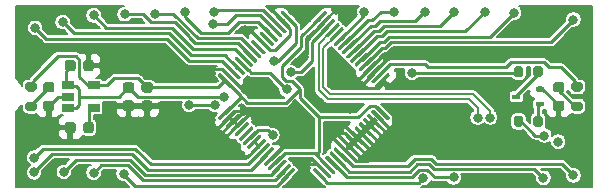
<source format=gbr>
%TF.GenerationSoftware,KiCad,Pcbnew,(5.1.9)-1*%
%TF.CreationDate,2021-04-29T23:37:35+02:00*%
%TF.ProjectId,STMega32,53544d65-6761-4333-922e-6b696361645f,rev?*%
%TF.SameCoordinates,Original*%
%TF.FileFunction,Copper,L1,Top*%
%TF.FilePolarity,Positive*%
%FSLAX46Y46*%
G04 Gerber Fmt 4.6, Leading zero omitted, Abs format (unit mm)*
G04 Created by KiCad (PCBNEW (5.1.9)-1) date 2021-04-29 23:37:35*
%MOMM*%
%LPD*%
G01*
G04 APERTURE LIST*
%TA.AperFunction,SMDPad,CuDef*%
%ADD10R,0.700000X0.450000*%
%TD*%
%TA.AperFunction,SMDPad,CuDef*%
%ADD11R,1.060000X0.650000*%
%TD*%
%TA.AperFunction,ViaPad*%
%ADD12C,0.800000*%
%TD*%
%TA.AperFunction,Conductor*%
%ADD13C,0.250000*%
%TD*%
%TA.AperFunction,Conductor*%
%ADD14C,0.200000*%
%TD*%
%TA.AperFunction,Conductor*%
%ADD15C,0.100000*%
%TD*%
G04 APERTURE END LIST*
%TO.P,C1,1*%
%TO.N,+5v*%
%TA.AperFunction,SMDPad,CuDef*%
G36*
G01*
X129775000Y-97625000D02*
X129775000Y-97125000D01*
G75*
G02*
X130000000Y-96900000I225000J0D01*
G01*
X130450000Y-96900000D01*
G75*
G02*
X130675000Y-97125000I0J-225000D01*
G01*
X130675000Y-97625000D01*
G75*
G02*
X130450000Y-97850000I-225000J0D01*
G01*
X130000000Y-97850000D01*
G75*
G02*
X129775000Y-97625000I0J225000D01*
G01*
G37*
%TD.AperFunction*%
%TO.P,C1,2*%
%TO.N,GND*%
%TA.AperFunction,SMDPad,CuDef*%
G36*
G01*
X131325000Y-97625000D02*
X131325000Y-97125000D01*
G75*
G02*
X131550000Y-96900000I225000J0D01*
G01*
X132000000Y-96900000D01*
G75*
G02*
X132225000Y-97125000I0J-225000D01*
G01*
X132225000Y-97625000D01*
G75*
G02*
X132000000Y-97850000I-225000J0D01*
G01*
X131550000Y-97850000D01*
G75*
G02*
X131325000Y-97625000I0J225000D01*
G01*
G37*
%TD.AperFunction*%
%TD*%
%TO.P,C2,2*%
%TO.N,GND*%
%TA.AperFunction,SMDPad,CuDef*%
G36*
G01*
X134900000Y-100325000D02*
X135400000Y-100325000D01*
G75*
G02*
X135625000Y-100550000I0J-225000D01*
G01*
X135625000Y-101000000D01*
G75*
G02*
X135400000Y-101225000I-225000J0D01*
G01*
X134900000Y-101225000D01*
G75*
G02*
X134675000Y-101000000I0J225000D01*
G01*
X134675000Y-100550000D01*
G75*
G02*
X134900000Y-100325000I225000J0D01*
G01*
G37*
%TD.AperFunction*%
%TO.P,C2,1*%
%TO.N,+5v*%
%TA.AperFunction,SMDPad,CuDef*%
G36*
G01*
X134900000Y-98775000D02*
X135400000Y-98775000D01*
G75*
G02*
X135625000Y-99000000I0J-225000D01*
G01*
X135625000Y-99450000D01*
G75*
G02*
X135400000Y-99675000I-225000J0D01*
G01*
X134900000Y-99675000D01*
G75*
G02*
X134675000Y-99450000I0J225000D01*
G01*
X134675000Y-99000000D01*
G75*
G02*
X134900000Y-98775000I225000J0D01*
G01*
G37*
%TD.AperFunction*%
%TD*%
%TO.P,C3,1*%
%TO.N,Net-(C3-Pad1)*%
%TA.AperFunction,SMDPad,CuDef*%
G36*
G01*
X132225000Y-102375000D02*
X132225000Y-102875000D01*
G75*
G02*
X132000000Y-103100000I-225000J0D01*
G01*
X131550000Y-103100000D01*
G75*
G02*
X131325000Y-102875000I0J225000D01*
G01*
X131325000Y-102375000D01*
G75*
G02*
X131550000Y-102150000I225000J0D01*
G01*
X132000000Y-102150000D01*
G75*
G02*
X132225000Y-102375000I0J-225000D01*
G01*
G37*
%TD.AperFunction*%
%TO.P,C3,2*%
%TO.N,GND*%
%TA.AperFunction,SMDPad,CuDef*%
G36*
G01*
X130675000Y-102375000D02*
X130675000Y-102875000D01*
G75*
G02*
X130450000Y-103100000I-225000J0D01*
G01*
X130000000Y-103100000D01*
G75*
G02*
X129775000Y-102875000I0J225000D01*
G01*
X129775000Y-102375000D01*
G75*
G02*
X130000000Y-102150000I225000J0D01*
G01*
X130450000Y-102150000D01*
G75*
G02*
X130675000Y-102375000I0J-225000D01*
G01*
G37*
%TD.AperFunction*%
%TD*%
%TO.P,C4,2*%
%TO.N,GND*%
%TA.AperFunction,SMDPad,CuDef*%
G36*
G01*
X136475000Y-100325000D02*
X136975000Y-100325000D01*
G75*
G02*
X137200000Y-100550000I0J-225000D01*
G01*
X137200000Y-101000000D01*
G75*
G02*
X136975000Y-101225000I-225000J0D01*
G01*
X136475000Y-101225000D01*
G75*
G02*
X136250000Y-101000000I0J225000D01*
G01*
X136250000Y-100550000D01*
G75*
G02*
X136475000Y-100325000I225000J0D01*
G01*
G37*
%TD.AperFunction*%
%TO.P,C4,1*%
%TO.N,+3_3v*%
%TA.AperFunction,SMDPad,CuDef*%
G36*
G01*
X136475000Y-98775000D02*
X136975000Y-98775000D01*
G75*
G02*
X137200000Y-99000000I0J-225000D01*
G01*
X137200000Y-99450000D01*
G75*
G02*
X136975000Y-99675000I-225000J0D01*
G01*
X136475000Y-99675000D01*
G75*
G02*
X136250000Y-99450000I0J225000D01*
G01*
X136250000Y-99000000D01*
G75*
G02*
X136475000Y-98775000I225000J0D01*
G01*
G37*
%TD.AperFunction*%
%TD*%
D10*
%TO.P,Q1,1*%
%TO.N,Net-(Q1-Pad1)*%
X170000000Y-100650000D03*
%TO.P,Q1,2*%
%TO.N,GND*%
X170000000Y-99350000D03*
%TO.P,Q1,3*%
%TO.N,Net-(Q1-Pad3)*%
X168000000Y-100000000D03*
%TD*%
%TO.P,R1,2*%
%TO.N,n_boot*%
%TA.AperFunction,SMDPad,CuDef*%
G36*
G01*
X168575000Y-97625000D02*
X168575000Y-98175000D01*
G75*
G02*
X168375000Y-98375000I-200000J0D01*
G01*
X167975000Y-98375000D01*
G75*
G02*
X167775000Y-98175000I0J200000D01*
G01*
X167775000Y-97625000D01*
G75*
G02*
X167975000Y-97425000I200000J0D01*
G01*
X168375000Y-97425000D01*
G75*
G02*
X168575000Y-97625000I0J-200000D01*
G01*
G37*
%TD.AperFunction*%
%TO.P,R1,1*%
%TO.N,Net-(Q1-Pad3)*%
%TA.AperFunction,SMDPad,CuDef*%
G36*
G01*
X170225000Y-97625000D02*
X170225000Y-98175000D01*
G75*
G02*
X170025000Y-98375000I-200000J0D01*
G01*
X169625000Y-98375000D01*
G75*
G02*
X169425000Y-98175000I0J200000D01*
G01*
X169425000Y-97625000D01*
G75*
G02*
X169625000Y-97425000I200000J0D01*
G01*
X170025000Y-97425000D01*
G75*
G02*
X170225000Y-97625000I0J-200000D01*
G01*
G37*
%TD.AperFunction*%
%TD*%
%TO.P,R2,1*%
%TO.N,boot*%
%TA.AperFunction,SMDPad,CuDef*%
G36*
G01*
X167775000Y-102375000D02*
X167775000Y-101825000D01*
G75*
G02*
X167975000Y-101625000I200000J0D01*
G01*
X168375000Y-101625000D01*
G75*
G02*
X168575000Y-101825000I0J-200000D01*
G01*
X168575000Y-102375000D01*
G75*
G02*
X168375000Y-102575000I-200000J0D01*
G01*
X167975000Y-102575000D01*
G75*
G02*
X167775000Y-102375000I0J200000D01*
G01*
G37*
%TD.AperFunction*%
%TO.P,R2,2*%
%TO.N,Net-(Q1-Pad1)*%
%TA.AperFunction,SMDPad,CuDef*%
G36*
G01*
X169425000Y-102375000D02*
X169425000Y-101825000D01*
G75*
G02*
X169625000Y-101625000I200000J0D01*
G01*
X170025000Y-101625000D01*
G75*
G02*
X170225000Y-101825000I0J-200000D01*
G01*
X170225000Y-102375000D01*
G75*
G02*
X170025000Y-102575000I-200000J0D01*
G01*
X169625000Y-102575000D01*
G75*
G02*
X169425000Y-102375000I0J200000D01*
G01*
G37*
%TD.AperFunction*%
%TD*%
D11*
%TO.P,U2,1*%
%TO.N,+5v*%
X130000000Y-99050000D03*
%TO.P,U2,2*%
%TO.N,GND*%
X130000000Y-100000000D03*
%TO.P,U2,3*%
%TO.N,+5v*%
X130000000Y-100950000D03*
%TO.P,U2,4*%
%TO.N,Net-(C3-Pad1)*%
X132200000Y-100950000D03*
%TO.P,U2,5*%
%TO.N,+3_3v*%
X132200000Y-99050000D03*
%TD*%
%TO.P,LED1,1*%
%TO.N,GND*%
%TA.AperFunction,SMDPad,CuDef*%
G36*
G01*
X128656250Y-101225000D02*
X128143750Y-101225000D01*
G75*
G02*
X127925000Y-101006250I0J218750D01*
G01*
X127925000Y-100568750D01*
G75*
G02*
X128143750Y-100350000I218750J0D01*
G01*
X128656250Y-100350000D01*
G75*
G02*
X128875000Y-100568750I0J-218750D01*
G01*
X128875000Y-101006250D01*
G75*
G02*
X128656250Y-101225000I-218750J0D01*
G01*
G37*
%TD.AperFunction*%
%TO.P,LED1,2*%
%TO.N,Net-(LED1-Pad2)*%
%TA.AperFunction,SMDPad,CuDef*%
G36*
G01*
X128656250Y-99650000D02*
X128143750Y-99650000D01*
G75*
G02*
X127925000Y-99431250I0J218750D01*
G01*
X127925000Y-98993750D01*
G75*
G02*
X128143750Y-98775000I218750J0D01*
G01*
X128656250Y-98775000D01*
G75*
G02*
X128875000Y-98993750I0J-218750D01*
G01*
X128875000Y-99431250D01*
G75*
G02*
X128656250Y-99650000I-218750J0D01*
G01*
G37*
%TD.AperFunction*%
%TD*%
%TO.P,LED2,2*%
%TO.N,Net-(LED2-Pad2)*%
%TA.AperFunction,SMDPad,CuDef*%
G36*
G01*
X171831250Y-99650000D02*
X171318750Y-99650000D01*
G75*
G02*
X171100000Y-99431250I0J218750D01*
G01*
X171100000Y-98993750D01*
G75*
G02*
X171318750Y-98775000I218750J0D01*
G01*
X171831250Y-98775000D01*
G75*
G02*
X172050000Y-98993750I0J-218750D01*
G01*
X172050000Y-99431250D01*
G75*
G02*
X171831250Y-99650000I-218750J0D01*
G01*
G37*
%TD.AperFunction*%
%TO.P,LED2,1*%
%TO.N,GND*%
%TA.AperFunction,SMDPad,CuDef*%
G36*
G01*
X171831250Y-101225000D02*
X171318750Y-101225000D01*
G75*
G02*
X171100000Y-101006250I0J218750D01*
G01*
X171100000Y-100568750D01*
G75*
G02*
X171318750Y-100350000I218750J0D01*
G01*
X171831250Y-100350000D01*
G75*
G02*
X172050000Y-100568750I0J-218750D01*
G01*
X172050000Y-101006250D01*
G75*
G02*
X171831250Y-101225000I-218750J0D01*
G01*
G37*
%TD.AperFunction*%
%TD*%
%TO.P,R3,1*%
%TO.N,+3_3v*%
%TA.AperFunction,SMDPad,CuDef*%
G36*
G01*
X126625000Y-98775000D02*
X127175000Y-98775000D01*
G75*
G02*
X127375000Y-98975000I0J-200000D01*
G01*
X127375000Y-99375000D01*
G75*
G02*
X127175000Y-99575000I-200000J0D01*
G01*
X126625000Y-99575000D01*
G75*
G02*
X126425000Y-99375000I0J200000D01*
G01*
X126425000Y-98975000D01*
G75*
G02*
X126625000Y-98775000I200000J0D01*
G01*
G37*
%TD.AperFunction*%
%TO.P,R3,2*%
%TO.N,Net-(LED1-Pad2)*%
%TA.AperFunction,SMDPad,CuDef*%
G36*
G01*
X126625000Y-100425000D02*
X127175000Y-100425000D01*
G75*
G02*
X127375000Y-100625000I0J-200000D01*
G01*
X127375000Y-101025000D01*
G75*
G02*
X127175000Y-101225000I-200000J0D01*
G01*
X126625000Y-101225000D01*
G75*
G02*
X126425000Y-101025000I0J200000D01*
G01*
X126425000Y-100625000D01*
G75*
G02*
X126625000Y-100425000I200000J0D01*
G01*
G37*
%TD.AperFunction*%
%TD*%
%TO.P,R4,2*%
%TO.N,Net-(LED2-Pad2)*%
%TA.AperFunction,SMDPad,CuDef*%
G36*
G01*
X172850000Y-100425000D02*
X173400000Y-100425000D01*
G75*
G02*
X173600000Y-100625000I0J-200000D01*
G01*
X173600000Y-101025000D01*
G75*
G02*
X173400000Y-101225000I-200000J0D01*
G01*
X172850000Y-101225000D01*
G75*
G02*
X172650000Y-101025000I0J200000D01*
G01*
X172650000Y-100625000D01*
G75*
G02*
X172850000Y-100425000I200000J0D01*
G01*
G37*
%TD.AperFunction*%
%TO.P,R4,1*%
%TO.N,CAPS_LED*%
%TA.AperFunction,SMDPad,CuDef*%
G36*
G01*
X172850000Y-98775000D02*
X173400000Y-98775000D01*
G75*
G02*
X173600000Y-98975000I0J-200000D01*
G01*
X173600000Y-99375000D01*
G75*
G02*
X173400000Y-99575000I-200000J0D01*
G01*
X172850000Y-99575000D01*
G75*
G02*
X172650000Y-99375000I0J200000D01*
G01*
X172650000Y-98975000D01*
G75*
G02*
X172850000Y-98775000I200000J0D01*
G01*
G37*
%TD.AperFunction*%
%TD*%
%TO.P,U1,1*%
%TO.N,+3_3v*%
%TA.AperFunction,SMDPad,CuDef*%
G36*
G01*
X142840544Y-101962222D02*
X142734478Y-101856156D01*
G75*
G02*
X142734478Y-101750090I53033J53033D01*
G01*
X143724428Y-100760140D01*
G75*
G02*
X143830494Y-100760140I53033J-53033D01*
G01*
X143936560Y-100866206D01*
G75*
G02*
X143936560Y-100972272I-53033J-53033D01*
G01*
X142946610Y-101962222D01*
G75*
G02*
X142840544Y-101962222I-53033J53033D01*
G01*
G37*
%TD.AperFunction*%
%TO.P,U1,2*%
%TO.N,GND*%
%TA.AperFunction,SMDPad,CuDef*%
G36*
G01*
X143194097Y-102315775D02*
X143088031Y-102209709D01*
G75*
G02*
X143088031Y-102103643I53033J53033D01*
G01*
X144077981Y-101113693D01*
G75*
G02*
X144184047Y-101113693I53033J-53033D01*
G01*
X144290113Y-101219759D01*
G75*
G02*
X144290113Y-101325825I-53033J-53033D01*
G01*
X143300163Y-102315775D01*
G75*
G02*
X143194097Y-102315775I-53033J53033D01*
G01*
G37*
%TD.AperFunction*%
%TO.P,U1,3*%
%TA.AperFunction,SMDPad,CuDef*%
G36*
G01*
X143547650Y-102669328D02*
X143441584Y-102563262D01*
G75*
G02*
X143441584Y-102457196I53033J53033D01*
G01*
X144431534Y-101467246D01*
G75*
G02*
X144537600Y-101467246I53033J-53033D01*
G01*
X144643666Y-101573312D01*
G75*
G02*
X144643666Y-101679378I-53033J-53033D01*
G01*
X143653716Y-102669328D01*
G75*
G02*
X143547650Y-102669328I-53033J53033D01*
G01*
G37*
%TD.AperFunction*%
%TO.P,U1,4*%
%TA.AperFunction,SMDPad,CuDef*%
G36*
G01*
X143901204Y-103022882D02*
X143795138Y-102916816D01*
G75*
G02*
X143795138Y-102810750I53033J53033D01*
G01*
X144785088Y-101820800D01*
G75*
G02*
X144891154Y-101820800I53033J-53033D01*
G01*
X144997220Y-101926866D01*
G75*
G02*
X144997220Y-102032932I-53033J-53033D01*
G01*
X144007270Y-103022882D01*
G75*
G02*
X143901204Y-103022882I-53033J53033D01*
G01*
G37*
%TD.AperFunction*%
%TO.P,U1,5*%
%TO.N,Net-(U1-Pad5)*%
%TA.AperFunction,SMDPad,CuDef*%
G36*
G01*
X144254757Y-103376435D02*
X144148691Y-103270369D01*
G75*
G02*
X144148691Y-103164303I53033J53033D01*
G01*
X145138641Y-102174353D01*
G75*
G02*
X145244707Y-102174353I53033J-53033D01*
G01*
X145350773Y-102280419D01*
G75*
G02*
X145350773Y-102386485I-53033J-53033D01*
G01*
X144360823Y-103376435D01*
G75*
G02*
X144254757Y-103376435I-53033J53033D01*
G01*
G37*
%TD.AperFunction*%
%TO.P,U1,6*%
%TO.N,Net-(U1-Pad6)*%
%TA.AperFunction,SMDPad,CuDef*%
G36*
G01*
X144608311Y-103729989D02*
X144502245Y-103623923D01*
G75*
G02*
X144502245Y-103517857I53033J53033D01*
G01*
X145492195Y-102527907D01*
G75*
G02*
X145598261Y-102527907I53033J-53033D01*
G01*
X145704327Y-102633973D01*
G75*
G02*
X145704327Y-102740039I-53033J-53033D01*
G01*
X144714377Y-103729989D01*
G75*
G02*
X144608311Y-103729989I-53033J53033D01*
G01*
G37*
%TD.AperFunction*%
%TO.P,U1,7*%
%TO.N,Reset*%
%TA.AperFunction,SMDPad,CuDef*%
G36*
G01*
X144961864Y-104083542D02*
X144855798Y-103977476D01*
G75*
G02*
X144855798Y-103871410I53033J53033D01*
G01*
X145845748Y-102881460D01*
G75*
G02*
X145951814Y-102881460I53033J-53033D01*
G01*
X146057880Y-102987526D01*
G75*
G02*
X146057880Y-103093592I-53033J-53033D01*
G01*
X145067930Y-104083542D01*
G75*
G02*
X144961864Y-104083542I-53033J53033D01*
G01*
G37*
%TD.AperFunction*%
%TO.P,U1,8*%
%TO.N,GND*%
%TA.AperFunction,SMDPad,CuDef*%
G36*
G01*
X145315417Y-104437095D02*
X145209351Y-104331029D01*
G75*
G02*
X145209351Y-104224963I53033J53033D01*
G01*
X146199301Y-103235013D01*
G75*
G02*
X146305367Y-103235013I53033J-53033D01*
G01*
X146411433Y-103341079D01*
G75*
G02*
X146411433Y-103447145I-53033J-53033D01*
G01*
X145421483Y-104437095D01*
G75*
G02*
X145315417Y-104437095I-53033J53033D01*
G01*
G37*
%TD.AperFunction*%
%TO.P,U1,9*%
%TA.AperFunction,SMDPad,CuDef*%
G36*
G01*
X145668971Y-104790649D02*
X145562905Y-104684583D01*
G75*
G02*
X145562905Y-104578517I53033J53033D01*
G01*
X146552855Y-103588567D01*
G75*
G02*
X146658921Y-103588567I53033J-53033D01*
G01*
X146764987Y-103694633D01*
G75*
G02*
X146764987Y-103800699I-53033J-53033D01*
G01*
X145775037Y-104790649D01*
G75*
G02*
X145668971Y-104790649I-53033J53033D01*
G01*
G37*
%TD.AperFunction*%
%TO.P,U1,10*%
%TO.N,col1*%
%TA.AperFunction,SMDPad,CuDef*%
G36*
G01*
X146022524Y-105144202D02*
X145916458Y-105038136D01*
G75*
G02*
X145916458Y-104932070I53033J53033D01*
G01*
X146906408Y-103942120D01*
G75*
G02*
X147012474Y-103942120I53033J-53033D01*
G01*
X147118540Y-104048186D01*
G75*
G02*
X147118540Y-104154252I-53033J-53033D01*
G01*
X146128590Y-105144202D01*
G75*
G02*
X146022524Y-105144202I-53033J53033D01*
G01*
G37*
%TD.AperFunction*%
%TO.P,U1,11*%
%TO.N,col3*%
%TA.AperFunction,SMDPad,CuDef*%
G36*
G01*
X146376077Y-105497755D02*
X146270011Y-105391689D01*
G75*
G02*
X146270011Y-105285623I53033J53033D01*
G01*
X147259961Y-104295673D01*
G75*
G02*
X147366027Y-104295673I53033J-53033D01*
G01*
X147472093Y-104401739D01*
G75*
G02*
X147472093Y-104507805I-53033J-53033D01*
G01*
X146482143Y-105497755D01*
G75*
G02*
X146376077Y-105497755I-53033J53033D01*
G01*
G37*
%TD.AperFunction*%
%TO.P,U1,12*%
%TO.N,GND*%
%TA.AperFunction,SMDPad,CuDef*%
G36*
G01*
X146729631Y-105851309D02*
X146623565Y-105745243D01*
G75*
G02*
X146623565Y-105639177I53033J53033D01*
G01*
X147613515Y-104649227D01*
G75*
G02*
X147719581Y-104649227I53033J-53033D01*
G01*
X147825647Y-104755293D01*
G75*
G02*
X147825647Y-104861359I-53033J-53033D01*
G01*
X146835697Y-105851309D01*
G75*
G02*
X146729631Y-105851309I-53033J53033D01*
G01*
G37*
%TD.AperFunction*%
%TO.P,U1,13*%
%TO.N,+3_3v*%
%TA.AperFunction,SMDPad,CuDef*%
G36*
G01*
X147083184Y-106204862D02*
X146977118Y-106098796D01*
G75*
G02*
X146977118Y-105992730I53033J53033D01*
G01*
X147967068Y-105002780D01*
G75*
G02*
X148073134Y-105002780I53033J-53033D01*
G01*
X148179200Y-105108846D01*
G75*
G02*
X148179200Y-105214912I-53033J-53033D01*
G01*
X147189250Y-106204862D01*
G75*
G02*
X147083184Y-106204862I-53033J53033D01*
G01*
G37*
%TD.AperFunction*%
%TO.P,U1,14*%
%TO.N,col5*%
%TA.AperFunction,SMDPad,CuDef*%
G36*
G01*
X147436738Y-106558416D02*
X147330672Y-106452350D01*
G75*
G02*
X147330672Y-106346284I53033J53033D01*
G01*
X148320622Y-105356334D01*
G75*
G02*
X148426688Y-105356334I53033J-53033D01*
G01*
X148532754Y-105462400D01*
G75*
G02*
X148532754Y-105568466I-53033J-53033D01*
G01*
X147542804Y-106558416D01*
G75*
G02*
X147436738Y-106558416I-53033J53033D01*
G01*
G37*
%TD.AperFunction*%
%TO.P,U1,15*%
%TO.N,col7*%
%TA.AperFunction,SMDPad,CuDef*%
G36*
G01*
X147790291Y-106911969D02*
X147684225Y-106805903D01*
G75*
G02*
X147684225Y-106699837I53033J53033D01*
G01*
X148674175Y-105709887D01*
G75*
G02*
X148780241Y-105709887I53033J-53033D01*
G01*
X148886307Y-105815953D01*
G75*
G02*
X148886307Y-105922019I-53033J-53033D01*
G01*
X147896357Y-106911969D01*
G75*
G02*
X147790291Y-106911969I-53033J53033D01*
G01*
G37*
%TD.AperFunction*%
%TO.P,U1,16*%
%TO.N,col9*%
%TA.AperFunction,SMDPad,CuDef*%
G36*
G01*
X148143844Y-107265522D02*
X148037778Y-107159456D01*
G75*
G02*
X148037778Y-107053390I53033J53033D01*
G01*
X149027728Y-106063440D01*
G75*
G02*
X149133794Y-106063440I53033J-53033D01*
G01*
X149239860Y-106169506D01*
G75*
G02*
X149239860Y-106275572I-53033J-53033D01*
G01*
X148249910Y-107265522D01*
G75*
G02*
X148143844Y-107265522I-53033J53033D01*
G01*
G37*
%TD.AperFunction*%
%TO.P,U1,17*%
%TO.N,col16*%
%TA.AperFunction,SMDPad,CuDef*%
G36*
G01*
X151750090Y-107265522D02*
X150760140Y-106275572D01*
G75*
G02*
X150760140Y-106169506I53033J53033D01*
G01*
X150866206Y-106063440D01*
G75*
G02*
X150972272Y-106063440I53033J-53033D01*
G01*
X151962222Y-107053390D01*
G75*
G02*
X151962222Y-107159456I-53033J-53033D01*
G01*
X151856156Y-107265522D01*
G75*
G02*
X151750090Y-107265522I-53033J53033D01*
G01*
G37*
%TD.AperFunction*%
%TO.P,U1,18*%
%TO.N,GND*%
%TA.AperFunction,SMDPad,CuDef*%
G36*
G01*
X152103643Y-106911969D02*
X151113693Y-105922019D01*
G75*
G02*
X151113693Y-105815953I53033J53033D01*
G01*
X151219759Y-105709887D01*
G75*
G02*
X151325825Y-105709887I53033J-53033D01*
G01*
X152315775Y-106699837D01*
G75*
G02*
X152315775Y-106805903I-53033J-53033D01*
G01*
X152209709Y-106911969D01*
G75*
G02*
X152103643Y-106911969I-53033J53033D01*
G01*
G37*
%TD.AperFunction*%
%TO.P,U1,19*%
%TO.N,+3_3v*%
%TA.AperFunction,SMDPad,CuDef*%
G36*
G01*
X152457196Y-106558416D02*
X151467246Y-105568466D01*
G75*
G02*
X151467246Y-105462400I53033J53033D01*
G01*
X151573312Y-105356334D01*
G75*
G02*
X151679378Y-105356334I53033J-53033D01*
G01*
X152669328Y-106346284D01*
G75*
G02*
X152669328Y-106452350I-53033J-53033D01*
G01*
X152563262Y-106558416D01*
G75*
G02*
X152457196Y-106558416I-53033J53033D01*
G01*
G37*
%TD.AperFunction*%
%TO.P,U1,20*%
%TO.N,col15*%
%TA.AperFunction,SMDPad,CuDef*%
G36*
G01*
X152810750Y-106204862D02*
X151820800Y-105214912D01*
G75*
G02*
X151820800Y-105108846I53033J53033D01*
G01*
X151926866Y-105002780D01*
G75*
G02*
X152032932Y-105002780I53033J-53033D01*
G01*
X153022882Y-105992730D01*
G75*
G02*
X153022882Y-106098796I-53033J-53033D01*
G01*
X152916816Y-106204862D01*
G75*
G02*
X152810750Y-106204862I-53033J53033D01*
G01*
G37*
%TD.AperFunction*%
%TO.P,U1,21*%
%TO.N,col14*%
%TA.AperFunction,SMDPad,CuDef*%
G36*
G01*
X153164303Y-105851309D02*
X152174353Y-104861359D01*
G75*
G02*
X152174353Y-104755293I53033J53033D01*
G01*
X152280419Y-104649227D01*
G75*
G02*
X152386485Y-104649227I53033J-53033D01*
G01*
X153376435Y-105639177D01*
G75*
G02*
X153376435Y-105745243I-53033J-53033D01*
G01*
X153270369Y-105851309D01*
G75*
G02*
X153164303Y-105851309I-53033J53033D01*
G01*
G37*
%TD.AperFunction*%
%TO.P,U1,22*%
%TO.N,col13*%
%TA.AperFunction,SMDPad,CuDef*%
G36*
G01*
X153517857Y-105497755D02*
X152527907Y-104507805D01*
G75*
G02*
X152527907Y-104401739I53033J53033D01*
G01*
X152633973Y-104295673D01*
G75*
G02*
X152740039Y-104295673I53033J-53033D01*
G01*
X153729989Y-105285623D01*
G75*
G02*
X153729989Y-105391689I-53033J-53033D01*
G01*
X153623923Y-105497755D01*
G75*
G02*
X153517857Y-105497755I-53033J53033D01*
G01*
G37*
%TD.AperFunction*%
%TO.P,U1,23*%
%TO.N,GND*%
%TA.AperFunction,SMDPad,CuDef*%
G36*
G01*
X153871410Y-105144202D02*
X152881460Y-104154252D01*
G75*
G02*
X152881460Y-104048186I53033J53033D01*
G01*
X152987526Y-103942120D01*
G75*
G02*
X153093592Y-103942120I53033J-53033D01*
G01*
X154083542Y-104932070D01*
G75*
G02*
X154083542Y-105038136I-53033J-53033D01*
G01*
X153977476Y-105144202D01*
G75*
G02*
X153871410Y-105144202I-53033J53033D01*
G01*
G37*
%TD.AperFunction*%
%TO.P,U1,24*%
%TA.AperFunction,SMDPad,CuDef*%
G36*
G01*
X154224963Y-104790649D02*
X153235013Y-103800699D01*
G75*
G02*
X153235013Y-103694633I53033J53033D01*
G01*
X153341079Y-103588567D01*
G75*
G02*
X153447145Y-103588567I53033J-53033D01*
G01*
X154437095Y-104578517D01*
G75*
G02*
X154437095Y-104684583I-53033J-53033D01*
G01*
X154331029Y-104790649D01*
G75*
G02*
X154224963Y-104790649I-53033J53033D01*
G01*
G37*
%TD.AperFunction*%
%TO.P,U1,25*%
%TA.AperFunction,SMDPad,CuDef*%
G36*
G01*
X154578517Y-104437095D02*
X153588567Y-103447145D01*
G75*
G02*
X153588567Y-103341079I53033J53033D01*
G01*
X153694633Y-103235013D01*
G75*
G02*
X153800699Y-103235013I53033J-53033D01*
G01*
X154790649Y-104224963D01*
G75*
G02*
X154790649Y-104331029I-53033J-53033D01*
G01*
X154684583Y-104437095D01*
G75*
G02*
X154578517Y-104437095I-53033J53033D01*
G01*
G37*
%TD.AperFunction*%
%TO.P,U1,26*%
%TA.AperFunction,SMDPad,CuDef*%
G36*
G01*
X154932070Y-104083542D02*
X153942120Y-103093592D01*
G75*
G02*
X153942120Y-102987526I53033J53033D01*
G01*
X154048186Y-102881460D01*
G75*
G02*
X154154252Y-102881460I53033J-53033D01*
G01*
X155144202Y-103871410D01*
G75*
G02*
X155144202Y-103977476I-53033J-53033D01*
G01*
X155038136Y-104083542D01*
G75*
G02*
X154932070Y-104083542I-53033J53033D01*
G01*
G37*
%TD.AperFunction*%
%TO.P,U1,27*%
%TA.AperFunction,SMDPad,CuDef*%
G36*
G01*
X155285623Y-103729989D02*
X154295673Y-102740039D01*
G75*
G02*
X154295673Y-102633973I53033J53033D01*
G01*
X154401739Y-102527907D01*
G75*
G02*
X154507805Y-102527907I53033J-53033D01*
G01*
X155497755Y-103517857D01*
G75*
G02*
X155497755Y-103623923I-53033J-53033D01*
G01*
X155391689Y-103729989D01*
G75*
G02*
X155285623Y-103729989I-53033J53033D01*
G01*
G37*
%TD.AperFunction*%
%TO.P,U1,28*%
%TA.AperFunction,SMDPad,CuDef*%
G36*
G01*
X155639177Y-103376435D02*
X154649227Y-102386485D01*
G75*
G02*
X154649227Y-102280419I53033J53033D01*
G01*
X154755293Y-102174353D01*
G75*
G02*
X154861359Y-102174353I53033J-53033D01*
G01*
X155851309Y-103164303D01*
G75*
G02*
X155851309Y-103270369I-53033J-53033D01*
G01*
X155745243Y-103376435D01*
G75*
G02*
X155639177Y-103376435I-53033J53033D01*
G01*
G37*
%TD.AperFunction*%
%TO.P,U1,29*%
%TA.AperFunction,SMDPad,CuDef*%
G36*
G01*
X155992730Y-103022882D02*
X155002780Y-102032932D01*
G75*
G02*
X155002780Y-101926866I53033J53033D01*
G01*
X155108846Y-101820800D01*
G75*
G02*
X155214912Y-101820800I53033J-53033D01*
G01*
X156204862Y-102810750D01*
G75*
G02*
X156204862Y-102916816I-53033J-53033D01*
G01*
X156098796Y-103022882D01*
G75*
G02*
X155992730Y-103022882I-53033J53033D01*
G01*
G37*
%TD.AperFunction*%
%TO.P,U1,30*%
%TA.AperFunction,SMDPad,CuDef*%
G36*
G01*
X156346284Y-102669328D02*
X155356334Y-101679378D01*
G75*
G02*
X155356334Y-101573312I53033J53033D01*
G01*
X155462400Y-101467246D01*
G75*
G02*
X155568466Y-101467246I53033J-53033D01*
G01*
X156558416Y-102457196D01*
G75*
G02*
X156558416Y-102563262I-53033J-53033D01*
G01*
X156452350Y-102669328D01*
G75*
G02*
X156346284Y-102669328I-53033J53033D01*
G01*
G37*
%TD.AperFunction*%
%TO.P,U1,31*%
%TA.AperFunction,SMDPad,CuDef*%
G36*
G01*
X156699837Y-102315775D02*
X155709887Y-101325825D01*
G75*
G02*
X155709887Y-101219759I53033J53033D01*
G01*
X155815953Y-101113693D01*
G75*
G02*
X155922019Y-101113693I53033J-53033D01*
G01*
X156911969Y-102103643D01*
G75*
G02*
X156911969Y-102209709I-53033J-53033D01*
G01*
X156805903Y-102315775D01*
G75*
G02*
X156699837Y-102315775I-53033J53033D01*
G01*
G37*
%TD.AperFunction*%
%TO.P,U1,32*%
%TO.N,+3_3v*%
%TA.AperFunction,SMDPad,CuDef*%
G36*
G01*
X157053390Y-101962222D02*
X156063440Y-100972272D01*
G75*
G02*
X156063440Y-100866206I53033J53033D01*
G01*
X156169506Y-100760140D01*
G75*
G02*
X156275572Y-100760140I53033J-53033D01*
G01*
X157265522Y-101750090D01*
G75*
G02*
X157265522Y-101856156I-53033J-53033D01*
G01*
X157159456Y-101962222D01*
G75*
G02*
X157053390Y-101962222I-53033J53033D01*
G01*
G37*
%TD.AperFunction*%
%TO.P,U1,33*%
%TO.N,GND*%
%TA.AperFunction,SMDPad,CuDef*%
G36*
G01*
X156169506Y-99239860D02*
X156063440Y-99133794D01*
G75*
G02*
X156063440Y-99027728I53033J53033D01*
G01*
X157053390Y-98037778D01*
G75*
G02*
X157159456Y-98037778I53033J-53033D01*
G01*
X157265522Y-98143844D01*
G75*
G02*
X157265522Y-98249910I-53033J-53033D01*
G01*
X156275572Y-99239860D01*
G75*
G02*
X156169506Y-99239860I-53033J53033D01*
G01*
G37*
%TD.AperFunction*%
%TO.P,U1,34*%
%TO.N,CAPS_LED*%
%TA.AperFunction,SMDPad,CuDef*%
G36*
G01*
X155815953Y-98886307D02*
X155709887Y-98780241D01*
G75*
G02*
X155709887Y-98674175I53033J53033D01*
G01*
X156699837Y-97684225D01*
G75*
G02*
X156805903Y-97684225I53033J-53033D01*
G01*
X156911969Y-97790291D01*
G75*
G02*
X156911969Y-97896357I-53033J-53033D01*
G01*
X155922019Y-98886307D01*
G75*
G02*
X155815953Y-98886307I-53033J53033D01*
G01*
G37*
%TD.AperFunction*%
%TO.P,U1,35*%
%TO.N,GND*%
%TA.AperFunction,SMDPad,CuDef*%
G36*
G01*
X155462400Y-98532754D02*
X155356334Y-98426688D01*
G75*
G02*
X155356334Y-98320622I53033J53033D01*
G01*
X156346284Y-97330672D01*
G75*
G02*
X156452350Y-97330672I53033J-53033D01*
G01*
X156558416Y-97436738D01*
G75*
G02*
X156558416Y-97542804I-53033J-53033D01*
G01*
X155568466Y-98532754D01*
G75*
G02*
X155462400Y-98532754I-53033J53033D01*
G01*
G37*
%TD.AperFunction*%
%TO.P,U1,36*%
%TA.AperFunction,SMDPad,CuDef*%
G36*
G01*
X155108846Y-98179200D02*
X155002780Y-98073134D01*
G75*
G02*
X155002780Y-97967068I53033J53033D01*
G01*
X155992730Y-96977118D01*
G75*
G02*
X156098796Y-96977118I53033J-53033D01*
G01*
X156204862Y-97083184D01*
G75*
G02*
X156204862Y-97189250I-53033J-53033D01*
G01*
X155214912Y-98179200D01*
G75*
G02*
X155108846Y-98179200I-53033J53033D01*
G01*
G37*
%TD.AperFunction*%
%TO.P,U1,37*%
%TO.N,col17*%
%TA.AperFunction,SMDPad,CuDef*%
G36*
G01*
X154755293Y-97825647D02*
X154649227Y-97719581D01*
G75*
G02*
X154649227Y-97613515I53033J53033D01*
G01*
X155639177Y-96623565D01*
G75*
G02*
X155745243Y-96623565I53033J-53033D01*
G01*
X155851309Y-96729631D01*
G75*
G02*
X155851309Y-96835697I-53033J-53033D01*
G01*
X154861359Y-97825647D01*
G75*
G02*
X154755293Y-97825647I-53033J53033D01*
G01*
G37*
%TD.AperFunction*%
%TO.P,U1,38*%
%TO.N,row0*%
%TA.AperFunction,SMDPad,CuDef*%
G36*
G01*
X154401739Y-97472093D02*
X154295673Y-97366027D01*
G75*
G02*
X154295673Y-97259961I53033J53033D01*
G01*
X155285623Y-96270011D01*
G75*
G02*
X155391689Y-96270011I53033J-53033D01*
G01*
X155497755Y-96376077D01*
G75*
G02*
X155497755Y-96482143I-53033J-53033D01*
G01*
X154507805Y-97472093D01*
G75*
G02*
X154401739Y-97472093I-53033J53033D01*
G01*
G37*
%TD.AperFunction*%
%TO.P,U1,39*%
%TO.N,row1*%
%TA.AperFunction,SMDPad,CuDef*%
G36*
G01*
X154048186Y-97118540D02*
X153942120Y-97012474D01*
G75*
G02*
X153942120Y-96906408I53033J53033D01*
G01*
X154932070Y-95916458D01*
G75*
G02*
X155038136Y-95916458I53033J-53033D01*
G01*
X155144202Y-96022524D01*
G75*
G02*
X155144202Y-96128590I-53033J-53033D01*
G01*
X154154252Y-97118540D01*
G75*
G02*
X154048186Y-97118540I-53033J53033D01*
G01*
G37*
%TD.AperFunction*%
%TO.P,U1,40*%
%TO.N,row3*%
%TA.AperFunction,SMDPad,CuDef*%
G36*
G01*
X153694633Y-96764987D02*
X153588567Y-96658921D01*
G75*
G02*
X153588567Y-96552855I53033J53033D01*
G01*
X154578517Y-95562905D01*
G75*
G02*
X154684583Y-95562905I53033J-53033D01*
G01*
X154790649Y-95668971D01*
G75*
G02*
X154790649Y-95775037I-53033J-53033D01*
G01*
X153800699Y-96764987D01*
G75*
G02*
X153694633Y-96764987I-53033J53033D01*
G01*
G37*
%TD.AperFunction*%
%TO.P,U1,41*%
%TO.N,row5*%
%TA.AperFunction,SMDPad,CuDef*%
G36*
G01*
X153341079Y-96411433D02*
X153235013Y-96305367D01*
G75*
G02*
X153235013Y-96199301I53033J53033D01*
G01*
X154224963Y-95209351D01*
G75*
G02*
X154331029Y-95209351I53033J-53033D01*
G01*
X154437095Y-95315417D01*
G75*
G02*
X154437095Y-95421483I-53033J-53033D01*
G01*
X153447145Y-96411433D01*
G75*
G02*
X153341079Y-96411433I-53033J53033D01*
G01*
G37*
%TD.AperFunction*%
%TO.P,U1,42*%
%TO.N,row4*%
%TA.AperFunction,SMDPad,CuDef*%
G36*
G01*
X152987526Y-96057880D02*
X152881460Y-95951814D01*
G75*
G02*
X152881460Y-95845748I53033J53033D01*
G01*
X153871410Y-94855798D01*
G75*
G02*
X153977476Y-94855798I53033J-53033D01*
G01*
X154083542Y-94961864D01*
G75*
G02*
X154083542Y-95067930I-53033J-53033D01*
G01*
X153093592Y-96057880D01*
G75*
G02*
X152987526Y-96057880I-53033J53033D01*
G01*
G37*
%TD.AperFunction*%
%TO.P,U1,43*%
%TO.N,row2*%
%TA.AperFunction,SMDPad,CuDef*%
G36*
G01*
X152633973Y-95704327D02*
X152527907Y-95598261D01*
G75*
G02*
X152527907Y-95492195I53033J53033D01*
G01*
X153517857Y-94502245D01*
G75*
G02*
X153623923Y-94502245I53033J-53033D01*
G01*
X153729989Y-94608311D01*
G75*
G02*
X153729989Y-94714377I-53033J-53033D01*
G01*
X152740039Y-95704327D01*
G75*
G02*
X152633973Y-95704327I-53033J53033D01*
G01*
G37*
%TD.AperFunction*%
%TO.P,U1,44*%
%TO.N,USB_N*%
%TA.AperFunction,SMDPad,CuDef*%
G36*
G01*
X152280419Y-95350773D02*
X152174353Y-95244707D01*
G75*
G02*
X152174353Y-95138641I53033J53033D01*
G01*
X153164303Y-94148691D01*
G75*
G02*
X153270369Y-94148691I53033J-53033D01*
G01*
X153376435Y-94254757D01*
G75*
G02*
X153376435Y-94360823I-53033J-53033D01*
G01*
X152386485Y-95350773D01*
G75*
G02*
X152280419Y-95350773I-53033J53033D01*
G01*
G37*
%TD.AperFunction*%
%TO.P,U1,45*%
%TO.N,USB_P*%
%TA.AperFunction,SMDPad,CuDef*%
G36*
G01*
X151926866Y-94997220D02*
X151820800Y-94891154D01*
G75*
G02*
X151820800Y-94785088I53033J53033D01*
G01*
X152810750Y-93795138D01*
G75*
G02*
X152916816Y-93795138I53033J-53033D01*
G01*
X153022882Y-93901204D01*
G75*
G02*
X153022882Y-94007270I-53033J-53033D01*
G01*
X152032932Y-94997220D01*
G75*
G02*
X151926866Y-94997220I-53033J53033D01*
G01*
G37*
%TD.AperFunction*%
%TO.P,U1,46*%
%TO.N,MOSI*%
%TA.AperFunction,SMDPad,CuDef*%
G36*
G01*
X151573312Y-94643666D02*
X151467246Y-94537600D01*
G75*
G02*
X151467246Y-94431534I53033J53033D01*
G01*
X152457196Y-93441584D01*
G75*
G02*
X152563262Y-93441584I53033J-53033D01*
G01*
X152669328Y-93547650D01*
G75*
G02*
X152669328Y-93653716I-53033J-53033D01*
G01*
X151679378Y-94643666D01*
G75*
G02*
X151573312Y-94643666I-53033J53033D01*
G01*
G37*
%TD.AperFunction*%
%TO.P,U1,47*%
%TO.N,GND*%
%TA.AperFunction,SMDPad,CuDef*%
G36*
G01*
X151219759Y-94290113D02*
X151113693Y-94184047D01*
G75*
G02*
X151113693Y-94077981I53033J53033D01*
G01*
X152103643Y-93088031D01*
G75*
G02*
X152209709Y-93088031I53033J-53033D01*
G01*
X152315775Y-93194097D01*
G75*
G02*
X152315775Y-93300163I-53033J-53033D01*
G01*
X151325825Y-94290113D01*
G75*
G02*
X151219759Y-94290113I-53033J53033D01*
G01*
G37*
%TD.AperFunction*%
%TO.P,U1,48*%
%TO.N,+3_3v*%
%TA.AperFunction,SMDPad,CuDef*%
G36*
G01*
X150866206Y-93936560D02*
X150760140Y-93830494D01*
G75*
G02*
X150760140Y-93724428I53033J53033D01*
G01*
X151750090Y-92734478D01*
G75*
G02*
X151856156Y-92734478I53033J-53033D01*
G01*
X151962222Y-92840544D01*
G75*
G02*
X151962222Y-92946610I-53033J-53033D01*
G01*
X150972272Y-93936560D01*
G75*
G02*
X150866206Y-93936560I-53033J53033D01*
G01*
G37*
%TD.AperFunction*%
%TO.P,U1,49*%
%TO.N,SCK*%
%TA.AperFunction,SMDPad,CuDef*%
G36*
G01*
X149027728Y-93936560D02*
X148037778Y-92946610D01*
G75*
G02*
X148037778Y-92840544I53033J53033D01*
G01*
X148143844Y-92734478D01*
G75*
G02*
X148249910Y-92734478I53033J-53033D01*
G01*
X149239860Y-93724428D01*
G75*
G02*
X149239860Y-93830494I-53033J-53033D01*
G01*
X149133794Y-93936560D01*
G75*
G02*
X149027728Y-93936560I-53033J53033D01*
G01*
G37*
%TD.AperFunction*%
%TO.P,U1,50*%
%TO.N,GND*%
%TA.AperFunction,SMDPad,CuDef*%
G36*
G01*
X148674175Y-94290113D02*
X147684225Y-93300163D01*
G75*
G02*
X147684225Y-93194097I53033J53033D01*
G01*
X147790291Y-93088031D01*
G75*
G02*
X147896357Y-93088031I53033J-53033D01*
G01*
X148886307Y-94077981D01*
G75*
G02*
X148886307Y-94184047I-53033J-53033D01*
G01*
X148780241Y-94290113D01*
G75*
G02*
X148674175Y-94290113I-53033J53033D01*
G01*
G37*
%TD.AperFunction*%
%TO.P,U1,51*%
%TO.N,col12*%
%TA.AperFunction,SMDPad,CuDef*%
G36*
G01*
X148320622Y-94643666D02*
X147330672Y-93653716D01*
G75*
G02*
X147330672Y-93547650I53033J53033D01*
G01*
X147436738Y-93441584D01*
G75*
G02*
X147542804Y-93441584I53033J-53033D01*
G01*
X148532754Y-94431534D01*
G75*
G02*
X148532754Y-94537600I-53033J-53033D01*
G01*
X148426688Y-94643666D01*
G75*
G02*
X148320622Y-94643666I-53033J53033D01*
G01*
G37*
%TD.AperFunction*%
%TO.P,U1,52*%
%TO.N,col11*%
%TA.AperFunction,SMDPad,CuDef*%
G36*
G01*
X147967068Y-94997220D02*
X146977118Y-94007270D01*
G75*
G02*
X146977118Y-93901204I53033J53033D01*
G01*
X147083184Y-93795138D01*
G75*
G02*
X147189250Y-93795138I53033J-53033D01*
G01*
X148179200Y-94785088D01*
G75*
G02*
X148179200Y-94891154I-53033J-53033D01*
G01*
X148073134Y-94997220D01*
G75*
G02*
X147967068Y-94997220I-53033J53033D01*
G01*
G37*
%TD.AperFunction*%
%TO.P,U1,53*%
%TO.N,col10*%
%TA.AperFunction,SMDPad,CuDef*%
G36*
G01*
X147613515Y-95350773D02*
X146623565Y-94360823D01*
G75*
G02*
X146623565Y-94254757I53033J53033D01*
G01*
X146729631Y-94148691D01*
G75*
G02*
X146835697Y-94148691I53033J-53033D01*
G01*
X147825647Y-95138641D01*
G75*
G02*
X147825647Y-95244707I-53033J-53033D01*
G01*
X147719581Y-95350773D01*
G75*
G02*
X147613515Y-95350773I-53033J53033D01*
G01*
G37*
%TD.AperFunction*%
%TO.P,U1,54*%
%TO.N,Net-(U1-Pad54)*%
%TA.AperFunction,SMDPad,CuDef*%
G36*
G01*
X147259961Y-95704327D02*
X146270011Y-94714377D01*
G75*
G02*
X146270011Y-94608311I53033J53033D01*
G01*
X146376077Y-94502245D01*
G75*
G02*
X146482143Y-94502245I53033J-53033D01*
G01*
X147472093Y-95492195D01*
G75*
G02*
X147472093Y-95598261I-53033J-53033D01*
G01*
X147366027Y-95704327D01*
G75*
G02*
X147259961Y-95704327I-53033J53033D01*
G01*
G37*
%TD.AperFunction*%
%TO.P,U1,55*%
%TO.N,GND*%
%TA.AperFunction,SMDPad,CuDef*%
G36*
G01*
X146906408Y-96057880D02*
X145916458Y-95067930D01*
G75*
G02*
X145916458Y-94961864I53033J53033D01*
G01*
X146022524Y-94855798D01*
G75*
G02*
X146128590Y-94855798I53033J-53033D01*
G01*
X147118540Y-95845748D01*
G75*
G02*
X147118540Y-95951814I-53033J-53033D01*
G01*
X147012474Y-96057880D01*
G75*
G02*
X146906408Y-96057880I-53033J53033D01*
G01*
G37*
%TD.AperFunction*%
%TO.P,U1,56*%
%TO.N,Net-(U1-Pad56)*%
%TA.AperFunction,SMDPad,CuDef*%
G36*
G01*
X146552855Y-96411433D02*
X145562905Y-95421483D01*
G75*
G02*
X145562905Y-95315417I53033J53033D01*
G01*
X145668971Y-95209351D01*
G75*
G02*
X145775037Y-95209351I53033J-53033D01*
G01*
X146764987Y-96199301D01*
G75*
G02*
X146764987Y-96305367I-53033J-53033D01*
G01*
X146658921Y-96411433D01*
G75*
G02*
X146552855Y-96411433I-53033J53033D01*
G01*
G37*
%TD.AperFunction*%
%TO.P,U1,57*%
%TO.N,col8*%
%TA.AperFunction,SMDPad,CuDef*%
G36*
G01*
X146199301Y-96764987D02*
X145209351Y-95775037D01*
G75*
G02*
X145209351Y-95668971I53033J53033D01*
G01*
X145315417Y-95562905D01*
G75*
G02*
X145421483Y-95562905I53033J-53033D01*
G01*
X146411433Y-96552855D01*
G75*
G02*
X146411433Y-96658921I-53033J-53033D01*
G01*
X146305367Y-96764987D01*
G75*
G02*
X146199301Y-96764987I-53033J53033D01*
G01*
G37*
%TD.AperFunction*%
%TO.P,U1,58*%
%TO.N,col6*%
%TA.AperFunction,SMDPad,CuDef*%
G36*
G01*
X145845748Y-97118540D02*
X144855798Y-96128590D01*
G75*
G02*
X144855798Y-96022524I53033J53033D01*
G01*
X144961864Y-95916458D01*
G75*
G02*
X145067930Y-95916458I53033J-53033D01*
G01*
X146057880Y-96906408D01*
G75*
G02*
X146057880Y-97012474I-53033J-53033D01*
G01*
X145951814Y-97118540D01*
G75*
G02*
X145845748Y-97118540I-53033J53033D01*
G01*
G37*
%TD.AperFunction*%
%TO.P,U1,59*%
%TO.N,col4*%
%TA.AperFunction,SMDPad,CuDef*%
G36*
G01*
X145492195Y-97472093D02*
X144502245Y-96482143D01*
G75*
G02*
X144502245Y-96376077I53033J53033D01*
G01*
X144608311Y-96270011D01*
G75*
G02*
X144714377Y-96270011I53033J-53033D01*
G01*
X145704327Y-97259961D01*
G75*
G02*
X145704327Y-97366027I-53033J-53033D01*
G01*
X145598261Y-97472093D01*
G75*
G02*
X145492195Y-97472093I-53033J53033D01*
G01*
G37*
%TD.AperFunction*%
%TO.P,U1,60*%
%TO.N,n_boot*%
%TA.AperFunction,SMDPad,CuDef*%
G36*
G01*
X145138641Y-97825647D02*
X144148691Y-96835697D01*
G75*
G02*
X144148691Y-96729631I53033J53033D01*
G01*
X144254757Y-96623565D01*
G75*
G02*
X144360823Y-96623565I53033J-53033D01*
G01*
X145350773Y-97613515D01*
G75*
G02*
X145350773Y-97719581I-53033J-53033D01*
G01*
X145244707Y-97825647D01*
G75*
G02*
X145138641Y-97825647I-53033J53033D01*
G01*
G37*
%TD.AperFunction*%
%TO.P,U1,61*%
%TO.N,col2*%
%TA.AperFunction,SMDPad,CuDef*%
G36*
G01*
X144785088Y-98179200D02*
X143795138Y-97189250D01*
G75*
G02*
X143795138Y-97083184I53033J53033D01*
G01*
X143901204Y-96977118D01*
G75*
G02*
X144007270Y-96977118I53033J-53033D01*
G01*
X144997220Y-97967068D01*
G75*
G02*
X144997220Y-98073134I-53033J-53033D01*
G01*
X144891154Y-98179200D01*
G75*
G02*
X144785088Y-98179200I-53033J53033D01*
G01*
G37*
%TD.AperFunction*%
%TO.P,U1,62*%
%TO.N,col0*%
%TA.AperFunction,SMDPad,CuDef*%
G36*
G01*
X144431534Y-98532754D02*
X143441584Y-97542804D01*
G75*
G02*
X143441584Y-97436738I53033J53033D01*
G01*
X143547650Y-97330672D01*
G75*
G02*
X143653716Y-97330672I53033J-53033D01*
G01*
X144643666Y-98320622D01*
G75*
G02*
X144643666Y-98426688I-53033J-53033D01*
G01*
X144537600Y-98532754D01*
G75*
G02*
X144431534Y-98532754I-53033J53033D01*
G01*
G37*
%TD.AperFunction*%
%TO.P,U1,63*%
%TO.N,GND*%
%TA.AperFunction,SMDPad,CuDef*%
G36*
G01*
X144077981Y-98886307D02*
X143088031Y-97896357D01*
G75*
G02*
X143088031Y-97790291I53033J53033D01*
G01*
X143194097Y-97684225D01*
G75*
G02*
X143300163Y-97684225I53033J-53033D01*
G01*
X144290113Y-98674175D01*
G75*
G02*
X144290113Y-98780241I-53033J-53033D01*
G01*
X144184047Y-98886307D01*
G75*
G02*
X144077981Y-98886307I-53033J53033D01*
G01*
G37*
%TD.AperFunction*%
%TO.P,U1,64*%
%TO.N,+3_3v*%
%TA.AperFunction,SMDPad,CuDef*%
G36*
G01*
X143724428Y-99239860D02*
X142734478Y-98249910D01*
G75*
G02*
X142734478Y-98143844I53033J53033D01*
G01*
X142840544Y-98037778D01*
G75*
G02*
X142946610Y-98037778I53033J-53033D01*
G01*
X143936560Y-99027728D01*
G75*
G02*
X143936560Y-99133794I-53033J-53033D01*
G01*
X143830494Y-99239860D01*
G75*
G02*
X143724428Y-99239860I-53033J53033D01*
G01*
G37*
%TD.AperFunction*%
%TD*%
D12*
%TO.N,GND*%
X140100801Y-97690801D03*
X159625000Y-101625000D03*
X166525000Y-100050000D03*
X161000000Y-98900000D03*
X153900000Y-101025000D03*
X167700000Y-103500000D03*
X162725000Y-103600000D03*
X149975000Y-104050000D03*
X150091463Y-105716463D03*
X150000000Y-96650000D03*
X138675000Y-101225000D03*
X133575000Y-101675000D03*
X134800000Y-97400000D03*
X153200000Y-98275000D03*
X157500000Y-102900000D03*
X152650000Y-103100000D03*
X152700000Y-92650000D03*
X144910697Y-101239303D03*
X165250000Y-104225000D03*
%TO.N,col1*%
X127175000Y-105175000D03*
%TO.N,col0*%
X127250000Y-94175000D03*
%TO.N,col3*%
X127150000Y-106425000D03*
%TO.N,col2*%
X129575000Y-93700000D03*
%TO.N,col5*%
X129675000Y-106375000D03*
%TO.N,col4*%
X132200000Y-93125000D03*
%TO.N,col7*%
X132200000Y-106450000D03*
%TO.N,col6*%
X134825000Y-93025000D03*
%TO.N,col9*%
X134750000Y-106525000D03*
%TO.N,col8*%
X137400000Y-93000000D03*
%TO.N,MOSI*%
X148875000Y-97950000D03*
X142500000Y-100725000D03*
X140275000Y-100725000D03*
%TO.N,col10*%
X139925000Y-92875000D03*
%TO.N,col11*%
X142350000Y-93850000D03*
%TO.N,SCK*%
X147500000Y-97000000D03*
%TO.N,col12*%
X142400000Y-92800000D03*
%TO.N,+5v*%
X143250000Y-100025000D03*
%TO.N,row2*%
X155125000Y-92825000D03*
%TO.N,row4*%
X157625000Y-92850000D03*
%TO.N,col16*%
X160124845Y-106900164D03*
%TO.N,row5*%
X160250000Y-92825000D03*
%TO.N,col15*%
X162675000Y-106850000D03*
%TO.N,row3*%
X162725000Y-92850000D03*
%TO.N,row1*%
X165300000Y-92850000D03*
%TO.N,row0*%
X167800000Y-92900000D03*
%TO.N,boot*%
X170350000Y-103300000D03*
%TO.N,col14*%
X171525000Y-103825000D03*
X170275000Y-106875000D03*
%TO.N,col13*%
X172825000Y-106675000D03*
%TO.N,col17*%
X172825000Y-93475000D03*
%TO.N,n_boot*%
X159150000Y-98000000D03*
X148550000Y-99400011D03*
%TO.N,USB_N*%
X165775000Y-101775000D03*
%TO.N,USB_P*%
X164725000Y-101775000D03*
%TO.N,Reset*%
X147350000Y-103250000D03*
%TO.N,GND*%
X145025000Y-94400000D03*
X150450000Y-98550000D03*
%TD*%
D13*
%TO.N,GND*%
X143094607Y-97690801D02*
X140100801Y-97690801D01*
X143689072Y-98285266D02*
X143094607Y-97690801D01*
X129187500Y-100000000D02*
X128400000Y-100787500D01*
X129900000Y-100000000D02*
X129187500Y-100000000D01*
X170200000Y-99350000D02*
X171600000Y-100750000D01*
X170000000Y-99350000D02*
X170200000Y-99350000D01*
X147259944Y-105250268D02*
X148460212Y-104050000D01*
X147224606Y-105250268D02*
X147259944Y-105250268D01*
X148460212Y-104050000D02*
X149975000Y-104050000D01*
X151120269Y-105716463D02*
X150091463Y-105716463D01*
X151714734Y-106310928D02*
X151120269Y-105716463D01*
X155603821Y-97578159D02*
X155603821Y-97571179D01*
X155603821Y-97571179D02*
X156675000Y-96500000D01*
X156675000Y-96500000D02*
X157025000Y-96500000D01*
X157075000Y-96550000D02*
X157075000Y-96600000D01*
X157025000Y-96500000D02*
X157075000Y-96550000D01*
X157075000Y-96600000D02*
X157125000Y-96650000D01*
X157125000Y-96764088D02*
X155957375Y-97931713D01*
X157125000Y-96650000D02*
X157125000Y-96764088D01*
X155603821Y-97578159D02*
X154656980Y-98525000D01*
X154656980Y-98525000D02*
X153450000Y-98525000D01*
X153450000Y-98525000D02*
X153200000Y-98275000D01*
X155957375Y-97931713D02*
X155957375Y-97967051D01*
X155957375Y-97967051D02*
X154899426Y-99025000D01*
X154899426Y-99025000D02*
X154350000Y-99025000D01*
X154200000Y-99275000D02*
X153200000Y-98275000D01*
X156664481Y-98850951D02*
X156240432Y-99275000D01*
X156240432Y-99275000D02*
X154200000Y-99275000D01*
X156664481Y-98638819D02*
X156664481Y-98850951D01*
X156310928Y-101714734D02*
X156314734Y-101714734D01*
X156314734Y-101714734D02*
X157500000Y-102900000D01*
X154150000Y-105200000D02*
X154399990Y-105449990D01*
X157500000Y-103300000D02*
X157500000Y-102900000D01*
X154125000Y-105200000D02*
X154150000Y-105200000D01*
X153482501Y-104557501D02*
X154125000Y-105200000D01*
X153482501Y-104543161D02*
X153482501Y-104557501D01*
X154189608Y-103836054D02*
X154189608Y-103839608D01*
X154189608Y-103839608D02*
X155575000Y-105225000D01*
X155350010Y-105449990D02*
X155575000Y-105225000D01*
X154543161Y-103493161D02*
X155925000Y-104875000D01*
X154543161Y-103482501D02*
X154543161Y-103493161D01*
X155575000Y-105225000D02*
X155925000Y-104875000D01*
X154928948Y-103128948D02*
X156300000Y-104500000D01*
X154896714Y-103128948D02*
X154928948Y-103128948D01*
X155925000Y-104875000D02*
X156300000Y-104500000D01*
X155275394Y-102775394D02*
X156650000Y-104150000D01*
X155250268Y-102775394D02*
X155275394Y-102775394D01*
X156300000Y-104500000D02*
X156650000Y-104150000D01*
X155621841Y-102421841D02*
X157000000Y-103800000D01*
X155603821Y-102421841D02*
X155621841Y-102421841D01*
X156650000Y-104150000D02*
X157000000Y-103800000D01*
X155968287Y-102068287D02*
X157350000Y-103450000D01*
X155957375Y-102068287D02*
X155968287Y-102068287D01*
X157350000Y-103450000D02*
X157500000Y-103300000D01*
X157000000Y-103800000D02*
X157350000Y-103450000D01*
X153836054Y-104189608D02*
X153839628Y-104189608D01*
X155100010Y-105449990D02*
X155350010Y-105449990D01*
X153839628Y-104189608D02*
X155100010Y-105449990D01*
X154399990Y-105449990D02*
X155100010Y-105449990D01*
X153482501Y-104543161D02*
X153836054Y-104189608D01*
X143689072Y-101714734D02*
X144396179Y-102421841D01*
X145810392Y-103836054D02*
X146163946Y-104189608D01*
X146163946Y-104189608D02*
X145294456Y-105059098D01*
X145294456Y-105059098D02*
X144040902Y-105059098D01*
X143801714Y-104819910D02*
X143801714Y-104801714D01*
X144040902Y-105059098D02*
X143801714Y-104819910D01*
X143801714Y-104801714D02*
X142800000Y-103800000D01*
X142800000Y-103310912D02*
X144042625Y-102068287D01*
X142800000Y-103800000D02*
X142800000Y-103310912D01*
X152746446Y-103100000D02*
X153836054Y-104189608D01*
X152650000Y-103100000D02*
X152746446Y-103100000D01*
X153482501Y-104543161D02*
X152439340Y-103500000D01*
X152439340Y-103310660D02*
X152650000Y-103100000D01*
X152439340Y-103500000D02*
X152439340Y-103310660D01*
X154189608Y-103836054D02*
X154189608Y-103789608D01*
X153500000Y-103100000D02*
X152650000Y-103100000D01*
X154189608Y-103789608D02*
X153500000Y-103100000D01*
X154543161Y-103482501D02*
X154532501Y-103482501D01*
X154532501Y-103482501D02*
X153600000Y-102550000D01*
X153200000Y-102550000D02*
X152650000Y-103100000D01*
X153600000Y-102550000D02*
X153200000Y-102550000D01*
X144081713Y-102068287D02*
X144910697Y-101239303D01*
X144042625Y-102068287D02*
X144081713Y-102068287D01*
X143689072Y-101714734D02*
X143660266Y-101714734D01*
X143660266Y-101714734D02*
X142625000Y-102750000D01*
X144396179Y-102421841D02*
X143275000Y-103543020D01*
X144396179Y-102421841D02*
X144403159Y-102421841D01*
X144396179Y-102421841D02*
X144428159Y-102421841D01*
X144396179Y-102421841D02*
X145493020Y-101325000D01*
X143689072Y-101714734D02*
X143689072Y-101710928D01*
X144160697Y-101239303D02*
X144910697Y-101239303D01*
X143689072Y-101710928D02*
X144160697Y-101239303D01*
X150230022Y-96419978D02*
X150000000Y-96650000D01*
X150230022Y-95173784D02*
X150230022Y-96419978D01*
X151714734Y-93689072D02*
X150230022Y-95173784D01*
%TO.N,Net-(C3-Pad1)*%
X131775000Y-101275000D02*
X132100000Y-100950000D01*
X131775000Y-102500000D02*
X131775000Y-101275000D01*
%TO.N,+3_3v*%
X144396700Y-99700000D02*
X143335519Y-98638819D01*
X151473823Y-105362911D02*
X152068287Y-105957375D01*
X151180456Y-105069544D02*
X151473823Y-105362911D01*
X150910914Y-104800002D02*
X151180456Y-105069544D01*
X147578159Y-105603821D02*
X148381978Y-104800002D01*
X148381978Y-104800002D02*
X150910914Y-104800002D01*
X152875001Y-101750001D02*
X152850000Y-101725000D01*
X154599999Y-101750001D02*
X152875001Y-101750001D01*
X156034678Y-100766716D02*
X155583284Y-100766716D01*
X155583284Y-100766716D02*
X154599999Y-101750001D01*
X156629143Y-101361181D02*
X156034678Y-100766716D01*
X156664481Y-101361181D02*
X156629143Y-101361181D01*
X142749338Y-99225000D02*
X143335519Y-98638819D01*
X136725000Y-99225000D02*
X142749338Y-99225000D01*
X135949990Y-98449990D02*
X136725000Y-99225000D01*
X131725000Y-99050000D02*
X133350000Y-99050000D01*
X131000000Y-98325000D02*
X131725000Y-99050000D01*
X133950010Y-98449990D02*
X135949990Y-98449990D01*
X131000000Y-96874980D02*
X131000000Y-98325000D01*
X130675020Y-96550000D02*
X131000000Y-96874980D01*
X133350000Y-99050000D02*
X133950010Y-98449990D01*
X127075000Y-98675000D02*
X129200000Y-96550000D01*
X129200000Y-96550000D02*
X130675020Y-96550000D01*
X127075000Y-99175000D02*
X127075000Y-98675000D01*
X145221700Y-100525000D02*
X144396700Y-99700000D01*
X148475000Y-100525000D02*
X145221700Y-100525000D01*
X149650000Y-99350000D02*
X148475000Y-100525000D01*
X149650000Y-100100000D02*
X149650000Y-99350000D01*
X151275000Y-101725000D02*
X149650000Y-100100000D01*
X152850000Y-101725000D02*
X151275000Y-101725000D01*
X149275000Y-98975000D02*
X149650000Y-99350000D01*
X148975010Y-98675010D02*
X149275000Y-98975000D01*
X148450010Y-98675010D02*
X148975010Y-98675010D01*
X149790011Y-95786987D02*
X148150000Y-97426998D01*
X151361181Y-93335519D02*
X149790011Y-94906689D01*
X149790011Y-94906689D02*
X149790011Y-95786987D01*
X148150000Y-98375000D02*
X148450010Y-98675010D01*
X148150000Y-97426998D02*
X148150000Y-98375000D01*
%TO.N,col1*%
X146482161Y-104543161D02*
X145275362Y-105749960D01*
X146517499Y-104543161D02*
X146482161Y-104543161D01*
X137039960Y-105749960D02*
X135739969Y-104449969D01*
X145275362Y-105749960D02*
X137039960Y-105749960D01*
X135739969Y-104449969D02*
X135657201Y-104449969D01*
X135657201Y-104449969D02*
X127900031Y-104449969D01*
X127900031Y-104449969D02*
X127175000Y-105175000D01*
%TO.N,col0*%
X128200000Y-95125000D02*
X127250000Y-94175000D01*
X138450000Y-95125000D02*
X128200000Y-95125000D01*
X140275011Y-96950011D02*
X138450000Y-95125000D01*
X143060923Y-96950011D02*
X140275011Y-96950011D01*
X144042625Y-97931713D02*
X143060923Y-96950011D01*
%TO.N,col3*%
X128675021Y-104899979D02*
X127150000Y-106425000D01*
X135470801Y-104899979D02*
X128675021Y-104899979D01*
X136770792Y-106199970D02*
X135470801Y-104899979D01*
X145567796Y-106199970D02*
X136770792Y-106199970D01*
X146871052Y-104896714D02*
X145567796Y-106199970D01*
%TO.N,col2*%
X144396179Y-97578159D02*
X144396179Y-97542821D01*
X140475000Y-96500000D02*
X138625000Y-94650000D01*
X143282680Y-96500000D02*
X140475000Y-96500000D01*
X144360839Y-97578159D02*
X143282680Y-96500000D01*
X144396179Y-97578159D02*
X144360839Y-97578159D01*
X130525000Y-94650000D02*
X130700000Y-94650000D01*
X129575000Y-93700000D02*
X130525000Y-94650000D01*
X138625000Y-94650000D02*
X130700000Y-94650000D01*
%TO.N,col5*%
X147931713Y-105957375D02*
X147239108Y-106649980D01*
X135284401Y-105349989D02*
X130675011Y-105349989D01*
X136584392Y-106649980D02*
X135284401Y-105349989D01*
X147239108Y-106649980D02*
X136584392Y-106649980D01*
X129675000Y-106350000D02*
X129675000Y-106375000D01*
X130675011Y-105349989D02*
X129675000Y-106350000D01*
%TO.N,col4*%
X145067946Y-96871052D02*
X144146894Y-95950000D01*
X145103286Y-96871052D02*
X145067946Y-96871052D01*
X139625000Y-94936410D02*
X139625000Y-94922820D01*
X140638589Y-95949999D02*
X139625000Y-94936410D01*
X140700000Y-95950000D02*
X140638589Y-95949999D01*
X144146894Y-95950000D02*
X140700000Y-95950000D01*
X139113580Y-94424990D02*
X139113580Y-94411400D01*
X139625000Y-94936410D02*
X139113580Y-94424990D01*
X138877191Y-94175011D02*
X133250011Y-94175011D01*
X139113580Y-94411400D02*
X138877191Y-94175011D01*
X133250011Y-94175011D02*
X132200000Y-93125000D01*
%TO.N,col7*%
X148285266Y-106346266D02*
X147531542Y-107099990D01*
X148285266Y-106310928D02*
X148285266Y-106346266D01*
X135098001Y-105799999D02*
X132850001Y-105799999D01*
X136397992Y-107099990D02*
X135098001Y-105799999D01*
X147531542Y-107099990D02*
X136397992Y-107099990D01*
X132850001Y-105799999D02*
X132200000Y-106450000D01*
%TO.N,col6*%
X144403992Y-95499990D02*
X141626168Y-95499990D01*
X145421501Y-96517499D02*
X144403992Y-95499990D01*
X145456839Y-96517499D02*
X145421501Y-96517499D01*
X141626168Y-95499990D02*
X140824990Y-95499990D01*
X140250000Y-94925000D02*
X140250000Y-94911410D01*
X140824990Y-95499990D02*
X140250000Y-94925000D01*
X140250000Y-94911410D02*
X139063591Y-93725001D01*
X137051999Y-93725001D02*
X136351998Y-93025000D01*
X139063591Y-93725001D02*
X137051999Y-93725001D01*
X136351998Y-93025000D02*
X134825000Y-93025000D01*
%TO.N,col9*%
X148638819Y-106664481D02*
X147753300Y-107550000D01*
X147753300Y-107550000D02*
X135700000Y-107550000D01*
X134750000Y-106600000D02*
X134750000Y-106525000D01*
X135700000Y-107550000D02*
X134750000Y-106600000D01*
%TO.N,col8*%
X144696426Y-95049980D02*
X141849980Y-95049980D01*
X145810392Y-96163946D02*
X144696426Y-95049980D01*
X141849980Y-95049980D02*
X141399980Y-95049980D01*
X141399980Y-95049980D02*
X141024980Y-95049980D01*
X141024980Y-95049980D02*
X138950000Y-92975000D01*
X138950000Y-92975000D02*
X137425000Y-92975000D01*
X137425000Y-92975000D02*
X137400000Y-93000000D01*
%TO.N,MOSI*%
X150725002Y-95385910D02*
X150725002Y-96998002D01*
X149773004Y-97950000D02*
X148875000Y-97950000D01*
X152068287Y-94042625D02*
X150725002Y-95385910D01*
X150725002Y-96998002D02*
X149773004Y-97950000D01*
X142500000Y-100725000D02*
X140600000Y-100725000D01*
X140600000Y-100725000D02*
X140275000Y-100725000D01*
%TO.N,col10*%
X147224606Y-94749732D02*
X147189266Y-94749732D01*
X139925000Y-93250000D02*
X139925000Y-92875000D01*
X141274970Y-94599970D02*
X139925000Y-93250000D01*
X143600030Y-94599970D02*
X141274970Y-94599970D01*
X144549999Y-93650001D02*
X143600030Y-94599970D01*
X146124875Y-93650001D02*
X144549999Y-93650001D01*
X147224606Y-94749732D02*
X146124875Y-93650001D01*
%TO.N,col11*%
X143500000Y-93850000D02*
X142350000Y-93850000D01*
X144224999Y-93125001D02*
X143500000Y-93850000D01*
X146306981Y-93125001D02*
X144224999Y-93125001D01*
X147578159Y-94396179D02*
X146306981Y-93125001D01*
%TO.N,SCK*%
X148635519Y-93335519D02*
X148638819Y-93335519D01*
X148638819Y-93335519D02*
X148685519Y-93335519D01*
X147775000Y-97000000D02*
X147500000Y-97000000D01*
X149350000Y-95425000D02*
X147775000Y-97000000D01*
X148638819Y-93335519D02*
X149350000Y-94046700D01*
X149350000Y-94046700D02*
X149350000Y-95425000D01*
%TO.N,col12*%
X147931713Y-94042625D02*
X147896373Y-94042625D01*
X146564088Y-92675000D02*
X145089998Y-92675000D01*
X147931713Y-94042625D02*
X146564088Y-92675000D01*
X142525000Y-92675000D02*
X142400000Y-92800000D01*
X145089998Y-92675000D02*
X142525000Y-92675000D01*
%TO.N,+5v*%
X129900000Y-97825000D02*
X130225000Y-97500000D01*
X129900000Y-99050000D02*
X129900000Y-97825000D01*
X131000000Y-99400000D02*
X130700000Y-99100000D01*
X129950000Y-99100000D02*
X129900000Y-99050000D01*
X130700000Y-99100000D02*
X129950000Y-99100000D01*
X130750000Y-100950000D02*
X131000000Y-100700000D01*
X129900000Y-100950000D02*
X130750000Y-100950000D01*
X131000000Y-100700000D02*
X131000000Y-100000000D01*
X131000000Y-100000000D02*
X131000000Y-99400000D01*
X135925000Y-100000000D02*
X135150000Y-99225000D01*
X143225000Y-100000000D02*
X135925000Y-100000000D01*
X143250000Y-100025000D02*
X143225000Y-100000000D01*
X135150000Y-99225000D02*
X135125000Y-99225000D01*
X134350000Y-100000000D02*
X131000000Y-100000000D01*
X135125000Y-99225000D02*
X134350000Y-100000000D01*
%TO.N,row2*%
X153128948Y-95103286D02*
X155125000Y-93107234D01*
X155125000Y-93107234D02*
X155125000Y-92825000D01*
%TO.N,row4*%
X153482501Y-95456839D02*
X153517839Y-95456839D01*
X155424677Y-93550001D02*
X155799999Y-93550001D01*
X153517839Y-95456839D02*
X155424677Y-93550001D01*
X155799999Y-93550001D02*
X156500000Y-92850000D01*
X156500000Y-92850000D02*
X157625000Y-92850000D01*
%TO.N,col16*%
X159724846Y-107300163D02*
X160124845Y-106900164D01*
X151996863Y-107300163D02*
X159724846Y-107300163D01*
X151361181Y-106664481D02*
X151996863Y-107300163D01*
%TO.N,row5*%
X154430518Y-95215928D02*
X154434072Y-95215928D01*
X153836054Y-95810392D02*
X154430518Y-95215928D01*
X155649989Y-94000011D02*
X155986400Y-94000010D01*
X154434072Y-95215928D02*
X155649989Y-94000011D01*
X156411409Y-93575001D02*
X159424999Y-93575001D01*
X155986400Y-94000010D02*
X156411409Y-93575001D01*
X160175000Y-92825000D02*
X160250000Y-92825000D01*
X159424999Y-93575001D02*
X160175000Y-92825000D01*
%TO.N,col15*%
X161100000Y-106850000D02*
X162675000Y-106850000D01*
X160424999Y-106174999D02*
X161100000Y-106850000D01*
X159775001Y-106174999D02*
X160424999Y-106174999D01*
X156975000Y-106800000D02*
X159150000Y-106800000D01*
X152421841Y-105603821D02*
X152457179Y-105603821D01*
X152457179Y-105603821D02*
X153662294Y-106808936D01*
X159150000Y-106800000D02*
X159775001Y-106174999D01*
X153662294Y-106808936D02*
X156966064Y-106808936D01*
X156966064Y-106808936D02*
X156975000Y-106800000D01*
%TO.N,row3*%
X161549989Y-94025011D02*
X162725000Y-92850000D01*
X156774989Y-94025011D02*
X161549989Y-94025011D01*
X156349981Y-94450019D02*
X156774989Y-94025011D01*
X155938873Y-94450019D02*
X156349981Y-94450019D01*
X154224946Y-96163946D02*
X155938873Y-94450019D01*
X154189608Y-96163946D02*
X154224946Y-96163946D01*
%TO.N,row1*%
X154578499Y-96517499D02*
X156195969Y-94900029D01*
X154543161Y-96517499D02*
X154578499Y-96517499D01*
X156574971Y-94900029D02*
X156999979Y-94475021D01*
X156195969Y-94900029D02*
X156574971Y-94900029D01*
X156999979Y-94475021D02*
X163674979Y-94475021D01*
X163674979Y-94475021D02*
X165300000Y-92850000D01*
%TO.N,row0*%
X156424961Y-95350039D02*
X156761372Y-95350038D01*
X154903948Y-96871052D02*
X156424961Y-95350039D01*
X154896714Y-96871052D02*
X154903948Y-96871052D01*
X156761372Y-95350038D02*
X157168205Y-94943205D01*
X157168205Y-94943205D02*
X165756795Y-94943205D01*
X165756795Y-94943205D02*
X167800000Y-92900000D01*
%TO.N,boot*%
X169575000Y-103300000D02*
X170350000Y-103300000D01*
X168275000Y-102000000D02*
X169575000Y-103300000D01*
X168175000Y-102000000D02*
X168275000Y-102000000D01*
%TO.N,col14*%
X169524999Y-106124999D02*
X170275000Y-106875000D01*
X161011410Y-106125000D02*
X169524999Y-106124999D01*
X160611400Y-105724990D02*
X161011410Y-106125000D01*
X159588601Y-105724989D02*
X160611400Y-105724990D01*
X156788600Y-106349990D02*
X158963600Y-106349990D01*
X156779664Y-106358926D02*
X156788600Y-106349990D01*
X153369858Y-105869858D02*
X153858926Y-106358926D01*
X153858926Y-106358926D02*
X156779664Y-106358926D01*
X153369858Y-105844732D02*
X153369858Y-105869858D01*
X158963600Y-106349990D02*
X159588601Y-105724989D01*
X152775394Y-105250268D02*
X153369858Y-105844732D01*
%TO.N,col13*%
X153128948Y-104896714D02*
X154132234Y-105900000D01*
X154132234Y-105900000D02*
X155675000Y-105900000D01*
X156602180Y-105900000D02*
X156602200Y-105899980D01*
X155675000Y-105900000D02*
X156602180Y-105900000D01*
X156602200Y-105899980D02*
X158500000Y-105899980D01*
X159402202Y-105274980D02*
X160799980Y-105274980D01*
X158777200Y-105899980D02*
X159402202Y-105274980D01*
X158500000Y-105899980D02*
X158777200Y-105899980D01*
X160799980Y-105274980D02*
X161200000Y-105675000D01*
X161200010Y-105674990D02*
X171824990Y-105674990D01*
X161200000Y-105675000D02*
X161200010Y-105674990D01*
X171824990Y-105674990D02*
X172825000Y-106675000D01*
%TO.N,col17*%
X155285606Y-97224606D02*
X156625000Y-95885212D01*
X155250268Y-97224606D02*
X155285606Y-97224606D01*
X156625000Y-95885212D02*
X156862608Y-95885212D01*
X156862608Y-95885212D02*
X157354605Y-95393215D01*
X157354605Y-95393215D02*
X170906785Y-95393215D01*
X170906785Y-95393215D02*
X172825000Y-93475000D01*
%TO.N,Net-(Q1-Pad1)*%
X169825000Y-100825000D02*
X170000000Y-100650000D01*
X169825000Y-102000000D02*
X169825000Y-100825000D01*
%TO.N,Net-(Q1-Pad3)*%
X168000000Y-100000000D02*
X168000000Y-99910000D01*
X169825000Y-98085000D02*
X169825000Y-98000000D01*
X168000000Y-99910000D02*
X169825000Y-98085000D01*
%TO.N,n_boot*%
X168175000Y-98000000D02*
X159150000Y-98000000D01*
D14*
%TO.N,USB_N*%
X151650031Y-95875095D02*
X151650031Y-99231831D01*
X165775000Y-101209315D02*
X165775000Y-101775000D01*
X152193200Y-99775000D02*
X164340685Y-99775000D01*
X151650031Y-99231831D02*
X152193200Y-99775000D01*
X152775394Y-94749732D02*
X151650031Y-95875095D01*
X164340685Y-99775000D02*
X165775000Y-101209315D01*
%TO.N,USB_P*%
X164006800Y-100225000D02*
X164725000Y-100943200D01*
X151250021Y-99468221D02*
X152006800Y-100225000D01*
X152421841Y-94396179D02*
X151250021Y-95567999D01*
X152006800Y-100225000D02*
X164006800Y-100225000D01*
X151250021Y-95567999D02*
X151250021Y-99468221D01*
X164725000Y-100943200D02*
X164725000Y-101209315D01*
X164725000Y-101209315D02*
X164725000Y-101775000D01*
D13*
%TO.N,Net-(U1-Pad56)*%
X146163946Y-95810392D02*
X146163946Y-95788946D01*
%TO.N,Reset*%
X146950001Y-102850001D02*
X147350000Y-103250000D01*
X146089339Y-102850001D02*
X146950001Y-102850001D01*
X145456839Y-103482501D02*
X146089339Y-102850001D01*
%TO.N,GND*%
X148285266Y-93689072D02*
X148249928Y-93689072D01*
X147151444Y-96041304D02*
X147583696Y-96041304D01*
X146566979Y-95456839D02*
X147151444Y-96041304D01*
X146517499Y-95456839D02*
X146566979Y-95456839D01*
X148285266Y-93738552D02*
X148285266Y-93689072D01*
X148869731Y-94323017D02*
X148285266Y-93738552D01*
X148869731Y-94755269D02*
X148869731Y-94323017D01*
X147583696Y-96041304D02*
X148869731Y-94755269D01*
X146517499Y-95456839D02*
X145460660Y-94400000D01*
X145460660Y-94400000D02*
X145025000Y-94400000D01*
X148285266Y-93639592D02*
X147500000Y-92854326D01*
X148285266Y-93689072D02*
X148285266Y-93639592D01*
%TO.N,+3_3v*%
X144673350Y-100023350D02*
X144673350Y-99976650D01*
X144673350Y-99976650D02*
X144396700Y-99700000D01*
X143335519Y-101361181D02*
X144673350Y-100023350D01*
X151250000Y-101725000D02*
X152850000Y-101725000D01*
X151250000Y-104725000D02*
X151250000Y-101725000D01*
X151042956Y-104932044D02*
X151250000Y-104725000D01*
X151180456Y-105069544D02*
X151042956Y-104932044D01*
%TO.N,n_boot*%
X145275126Y-97750000D02*
X144749732Y-97224606D01*
X147100000Y-97975000D02*
X145549608Y-97975000D01*
X148525011Y-99400011D02*
X147100000Y-97975000D01*
X145324608Y-97750000D02*
X145275126Y-97750000D01*
X145549608Y-97975000D02*
X145324608Y-97750000D01*
X148550000Y-99400011D02*
X148525011Y-99400011D01*
%TO.N,Net-(U1-Pad54)*%
X146871052Y-95103286D02*
X146835714Y-95103286D01*
%TO.N,Net-(LED1-Pad2)*%
X127075000Y-100537500D02*
X128400000Y-99212500D01*
X127075000Y-100825000D02*
X127075000Y-100537500D01*
%TO.N,Net-(LED2-Pad2)*%
X171600000Y-99500000D02*
X172925000Y-100825000D01*
X171600000Y-99175000D02*
X171600000Y-99500000D01*
%TO.N,CAPS_LED*%
X160298002Y-97275000D02*
X157321194Y-97275000D01*
X160523002Y-97500000D02*
X160298002Y-97275000D01*
X167125000Y-97500000D02*
X160523002Y-97500000D01*
X167525010Y-97099990D02*
X167125000Y-97500000D01*
X170324990Y-97099990D02*
X167525010Y-97099990D01*
X170750000Y-97525000D02*
X170324990Y-97099990D01*
X171800000Y-97525000D02*
X170750000Y-97525000D01*
X172925000Y-98650000D02*
X171800000Y-97525000D01*
X172925000Y-99175000D02*
X172925000Y-98650000D01*
X156310928Y-98285266D02*
X157321194Y-97275000D01*
%TD*%
D14*
%TO.N,GND*%
X150740982Y-105234018D02*
X150757196Y-105247324D01*
X150879641Y-105369769D01*
X150879641Y-105405124D01*
X151244692Y-105770175D01*
X151254088Y-105781624D01*
X151872100Y-106399636D01*
X151803442Y-106468294D01*
X151185430Y-105850282D01*
X151173981Y-105840886D01*
X150808930Y-105475835D01*
X150593970Y-105475835D01*
X150544651Y-105541901D01*
X150490755Y-105648853D01*
X150458760Y-105764267D01*
X150449895Y-105883704D01*
X150464502Y-106002575D01*
X150480319Y-106050525D01*
X150465378Y-106078477D01*
X150443955Y-106149097D01*
X150436722Y-106222539D01*
X150443955Y-106295981D01*
X150465378Y-106366601D01*
X150500165Y-106431684D01*
X150546982Y-106488730D01*
X151536932Y-107478680D01*
X151593978Y-107525497D01*
X151652363Y-107556704D01*
X151681584Y-107585925D01*
X151694889Y-107602137D01*
X151759603Y-107655247D01*
X151796559Y-107675000D01*
X148229340Y-107675000D01*
X148347636Y-107556705D01*
X148406022Y-107525497D01*
X148463068Y-107478680D01*
X149453018Y-106488730D01*
X149499835Y-106431684D01*
X149534622Y-106366601D01*
X149556045Y-106295981D01*
X149563278Y-106222539D01*
X149556045Y-106149097D01*
X149534622Y-106078477D01*
X149499835Y-106013394D01*
X149453018Y-105956348D01*
X149346952Y-105850282D01*
X149289906Y-105803465D01*
X149224823Y-105768678D01*
X149191253Y-105758494D01*
X149181069Y-105724924D01*
X149146282Y-105659841D01*
X149099465Y-105602795D01*
X148993399Y-105496729D01*
X148936353Y-105449912D01*
X148871270Y-105415125D01*
X148837700Y-105404941D01*
X148827516Y-105371371D01*
X148792729Y-105306288D01*
X148745912Y-105249242D01*
X148721672Y-105225002D01*
X150733583Y-105225002D01*
X150740982Y-105234018D01*
%TA.AperFunction,Conductor*%
D15*
G36*
X150740982Y-105234018D02*
G01*
X150757196Y-105247324D01*
X150879641Y-105369769D01*
X150879641Y-105405124D01*
X151244692Y-105770175D01*
X151254088Y-105781624D01*
X151872100Y-106399636D01*
X151803442Y-106468294D01*
X151185430Y-105850282D01*
X151173981Y-105840886D01*
X150808930Y-105475835D01*
X150593970Y-105475835D01*
X150544651Y-105541901D01*
X150490755Y-105648853D01*
X150458760Y-105764267D01*
X150449895Y-105883704D01*
X150464502Y-106002575D01*
X150480319Y-106050525D01*
X150465378Y-106078477D01*
X150443955Y-106149097D01*
X150436722Y-106222539D01*
X150443955Y-106295981D01*
X150465378Y-106366601D01*
X150500165Y-106431684D01*
X150546982Y-106488730D01*
X151536932Y-107478680D01*
X151593978Y-107525497D01*
X151652363Y-107556704D01*
X151681584Y-107585925D01*
X151694889Y-107602137D01*
X151759603Y-107655247D01*
X151796559Y-107675000D01*
X148229340Y-107675000D01*
X148347636Y-107556705D01*
X148406022Y-107525497D01*
X148463068Y-107478680D01*
X149453018Y-106488730D01*
X149499835Y-106431684D01*
X149534622Y-106366601D01*
X149556045Y-106295981D01*
X149563278Y-106222539D01*
X149556045Y-106149097D01*
X149534622Y-106078477D01*
X149499835Y-106013394D01*
X149453018Y-105956348D01*
X149346952Y-105850282D01*
X149289906Y-105803465D01*
X149224823Y-105768678D01*
X149191253Y-105758494D01*
X149181069Y-105724924D01*
X149146282Y-105659841D01*
X149099465Y-105602795D01*
X148993399Y-105496729D01*
X148936353Y-105449912D01*
X148871270Y-105415125D01*
X148837700Y-105404941D01*
X148827516Y-105371371D01*
X148792729Y-105306288D01*
X148745912Y-105249242D01*
X148721672Y-105225002D01*
X150733583Y-105225002D01*
X150740982Y-105234018D01*
G37*
%TD.AperFunction*%
D14*
X174400000Y-107675000D02*
X159925150Y-107675000D01*
X159962106Y-107655247D01*
X160026820Y-107602137D01*
X160032293Y-107595468D01*
X160055901Y-107600164D01*
X160193789Y-107600164D01*
X160329027Y-107573263D01*
X160456419Y-107520496D01*
X160571069Y-107443890D01*
X160668571Y-107346388D01*
X160745177Y-107231738D01*
X160784861Y-107135932D01*
X160798026Y-107151974D01*
X160862740Y-107205084D01*
X160919434Y-107235387D01*
X160936573Y-107244548D01*
X161016686Y-107268850D01*
X161100000Y-107277056D01*
X161120874Y-107275000D01*
X162117093Y-107275000D01*
X162131274Y-107296224D01*
X162228776Y-107393726D01*
X162343426Y-107470332D01*
X162470818Y-107523099D01*
X162606056Y-107550000D01*
X162743944Y-107550000D01*
X162879182Y-107523099D01*
X163006574Y-107470332D01*
X163121224Y-107393726D01*
X163218726Y-107296224D01*
X163295332Y-107181574D01*
X163348099Y-107054182D01*
X163375000Y-106918944D01*
X163375000Y-106781056D01*
X163348099Y-106645818D01*
X163308410Y-106549999D01*
X169348958Y-106549998D01*
X169579980Y-106781020D01*
X169575000Y-106806056D01*
X169575000Y-106943944D01*
X169601901Y-107079182D01*
X169654668Y-107206574D01*
X169731274Y-107321224D01*
X169828776Y-107418726D01*
X169943426Y-107495332D01*
X170070818Y-107548099D01*
X170206056Y-107575000D01*
X170343944Y-107575000D01*
X170479182Y-107548099D01*
X170606574Y-107495332D01*
X170721224Y-107418726D01*
X170818726Y-107321224D01*
X170895332Y-107206574D01*
X170948099Y-107079182D01*
X170975000Y-106943944D01*
X170975000Y-106806056D01*
X170948099Y-106670818D01*
X170895332Y-106543426D01*
X170818726Y-106428776D01*
X170721224Y-106331274D01*
X170606574Y-106254668D01*
X170479182Y-106201901D01*
X170343944Y-106175000D01*
X170206056Y-106175000D01*
X170181020Y-106179980D01*
X170101030Y-106099990D01*
X171648950Y-106099990D01*
X172129980Y-106581021D01*
X172125000Y-106606056D01*
X172125000Y-106743944D01*
X172151901Y-106879182D01*
X172204668Y-107006574D01*
X172281274Y-107121224D01*
X172378776Y-107218726D01*
X172493426Y-107295332D01*
X172620818Y-107348099D01*
X172756056Y-107375000D01*
X172893944Y-107375000D01*
X173029182Y-107348099D01*
X173156574Y-107295332D01*
X173271224Y-107218726D01*
X173368726Y-107121224D01*
X173445332Y-107006574D01*
X173498099Y-106879182D01*
X173525000Y-106743944D01*
X173525000Y-106606056D01*
X173498099Y-106470818D01*
X173445332Y-106343426D01*
X173368726Y-106228776D01*
X173271224Y-106131274D01*
X173156574Y-106054668D01*
X173029182Y-106001901D01*
X172893944Y-105975000D01*
X172756056Y-105975000D01*
X172731021Y-105979980D01*
X172140273Y-105389233D01*
X172126964Y-105373016D01*
X172062250Y-105319906D01*
X171988417Y-105280442D01*
X171908304Y-105256140D01*
X171845864Y-105249990D01*
X171845857Y-105249990D01*
X171824990Y-105247935D01*
X171804123Y-105249990D01*
X161376031Y-105249990D01*
X161115263Y-104989223D01*
X161101954Y-104973006D01*
X161037240Y-104919896D01*
X160963407Y-104880432D01*
X160883294Y-104856130D01*
X160820854Y-104849980D01*
X160820847Y-104849980D01*
X160799980Y-104847925D01*
X160779113Y-104849980D01*
X159423069Y-104849980D01*
X159402202Y-104847925D01*
X159381335Y-104849980D01*
X159381328Y-104849980D01*
X159323041Y-104855721D01*
X159318888Y-104856130D01*
X159238775Y-104880432D01*
X159164942Y-104919896D01*
X159117739Y-104958635D01*
X159100228Y-104973006D01*
X159086923Y-104989218D01*
X158601160Y-105474980D01*
X156623066Y-105474980D01*
X156602199Y-105472925D01*
X156581333Y-105474980D01*
X156581326Y-105474980D01*
X156581123Y-105475000D01*
X154506520Y-105475000D01*
X154569326Y-105412194D01*
X154546396Y-105389264D01*
X154568244Y-105378254D01*
X154603265Y-105378254D01*
X154632280Y-105339387D01*
X154671147Y-105310372D01*
X154671147Y-105275351D01*
X154706480Y-105205236D01*
X154737996Y-105091549D01*
X154851683Y-105060033D01*
X154921796Y-105024701D01*
X154956818Y-105024701D01*
X154985833Y-104985833D01*
X155024701Y-104956818D01*
X155024701Y-104921796D01*
X155060033Y-104851683D01*
X155091549Y-104737996D01*
X155205236Y-104706480D01*
X155275351Y-104671147D01*
X155310372Y-104671147D01*
X155339387Y-104632280D01*
X155378254Y-104603265D01*
X155378254Y-104568244D01*
X155413587Y-104498129D01*
X155445103Y-104384443D01*
X155558789Y-104352927D01*
X155628904Y-104317594D01*
X155663925Y-104317594D01*
X155692940Y-104278727D01*
X155731807Y-104249712D01*
X155731807Y-104214691D01*
X155767140Y-104144576D01*
X155798656Y-104030889D01*
X155912343Y-103999373D01*
X155982456Y-103964041D01*
X156017478Y-103964041D01*
X156046493Y-103925173D01*
X156085361Y-103896158D01*
X156085361Y-103861136D01*
X156120693Y-103791023D01*
X156152209Y-103677336D01*
X156265896Y-103645820D01*
X156336011Y-103610487D01*
X156371032Y-103610487D01*
X156400047Y-103571620D01*
X156438914Y-103542605D01*
X156438914Y-103507584D01*
X156474247Y-103437469D01*
X156505763Y-103323782D01*
X156619450Y-103292266D01*
X156689563Y-103256934D01*
X156724585Y-103256934D01*
X156753600Y-103218066D01*
X156792468Y-103189051D01*
X156792468Y-103154029D01*
X156827800Y-103083916D01*
X156859316Y-102970229D01*
X156973003Y-102938713D01*
X157043118Y-102903380D01*
X157078139Y-102903380D01*
X157107154Y-102864513D01*
X157146021Y-102835498D01*
X157146021Y-102800477D01*
X157181354Y-102730362D01*
X157213349Y-102614948D01*
X157218182Y-102549827D01*
X157431692Y-102549827D01*
X157481011Y-102483761D01*
X157534907Y-102376809D01*
X157566902Y-102261395D01*
X157575767Y-102141958D01*
X157561160Y-102023087D01*
X157545343Y-101975137D01*
X157560284Y-101947185D01*
X157581707Y-101876565D01*
X157588940Y-101803123D01*
X157581707Y-101729681D01*
X157560284Y-101659061D01*
X157525497Y-101593978D01*
X157478680Y-101536932D01*
X156566748Y-100625000D01*
X163841115Y-100625000D01*
X164325000Y-101108886D01*
X164325000Y-101200388D01*
X164278776Y-101231274D01*
X164181274Y-101328776D01*
X164104668Y-101443426D01*
X164051901Y-101570818D01*
X164025000Y-101706056D01*
X164025000Y-101843944D01*
X164051901Y-101979182D01*
X164104668Y-102106574D01*
X164181274Y-102221224D01*
X164278776Y-102318726D01*
X164393426Y-102395332D01*
X164520818Y-102448099D01*
X164656056Y-102475000D01*
X164793944Y-102475000D01*
X164929182Y-102448099D01*
X165056574Y-102395332D01*
X165171224Y-102318726D01*
X165250000Y-102239950D01*
X165328776Y-102318726D01*
X165443426Y-102395332D01*
X165570818Y-102448099D01*
X165706056Y-102475000D01*
X165843944Y-102475000D01*
X165979182Y-102448099D01*
X166106574Y-102395332D01*
X166221224Y-102318726D01*
X166318726Y-102221224D01*
X166395332Y-102106574D01*
X166448099Y-101979182D01*
X166475000Y-101843944D01*
X166475000Y-101706056D01*
X166448099Y-101570818D01*
X166395332Y-101443426D01*
X166318726Y-101328776D01*
X166221224Y-101231274D01*
X166176130Y-101201144D01*
X166171463Y-101153751D01*
X166169212Y-101130901D01*
X166146340Y-101055501D01*
X166109197Y-100986012D01*
X166059211Y-100925104D01*
X166043949Y-100912579D01*
X164637422Y-99506052D01*
X164624896Y-99490789D01*
X164563988Y-99440803D01*
X164494499Y-99403660D01*
X164419099Y-99380788D01*
X164360332Y-99375000D01*
X164360331Y-99375000D01*
X164340685Y-99373065D01*
X164321039Y-99375000D01*
X156984093Y-99375000D01*
X156984093Y-99176220D01*
X156590942Y-98783069D01*
X156576800Y-98797211D01*
X156507116Y-98727527D01*
X156753189Y-98481454D01*
X156822873Y-98551138D01*
X156808731Y-98565280D01*
X157201882Y-98958431D01*
X157416843Y-98958431D01*
X157740024Y-98639160D01*
X157818211Y-98548437D01*
X157877196Y-98444203D01*
X157914713Y-98330466D01*
X157929320Y-98211595D01*
X157920455Y-98092158D01*
X157888460Y-97976744D01*
X157834564Y-97869792D01*
X157785245Y-97803726D01*
X157717366Y-97803726D01*
X157751306Y-97769786D01*
X157681520Y-97700000D01*
X158516590Y-97700000D01*
X158476901Y-97795818D01*
X158450000Y-97931056D01*
X158450000Y-98068944D01*
X158476901Y-98204182D01*
X158529668Y-98331574D01*
X158606274Y-98446224D01*
X158703776Y-98543726D01*
X158818426Y-98620332D01*
X158945818Y-98673099D01*
X159081056Y-98700000D01*
X159218944Y-98700000D01*
X159354182Y-98673099D01*
X159481574Y-98620332D01*
X159596224Y-98543726D01*
X159693726Y-98446224D01*
X159707907Y-98425000D01*
X167542777Y-98425000D01*
X167558059Y-98453591D01*
X167620421Y-98529579D01*
X167696409Y-98591941D01*
X167783103Y-98638280D01*
X167877172Y-98666816D01*
X167975000Y-98676451D01*
X168375000Y-98676451D01*
X168472828Y-98666816D01*
X168566897Y-98638280D01*
X168653591Y-98591941D01*
X168729579Y-98529579D01*
X168791941Y-98453591D01*
X168838280Y-98366897D01*
X168866816Y-98272828D01*
X168876451Y-98175000D01*
X168876451Y-97625000D01*
X168866816Y-97527172D01*
X168866154Y-97524990D01*
X169133846Y-97524990D01*
X169133184Y-97527172D01*
X169123549Y-97625000D01*
X169123549Y-98175000D01*
X169124482Y-98184477D01*
X167835411Y-99473549D01*
X167650000Y-99473549D01*
X167591190Y-99479341D01*
X167534640Y-99496496D01*
X167482523Y-99524353D01*
X167436842Y-99561842D01*
X167399353Y-99607523D01*
X167371496Y-99659640D01*
X167354341Y-99716190D01*
X167348549Y-99775000D01*
X167348549Y-100225000D01*
X167354341Y-100283810D01*
X167371496Y-100340360D01*
X167399353Y-100392477D01*
X167436842Y-100438158D01*
X167482523Y-100475647D01*
X167534640Y-100503504D01*
X167591190Y-100520659D01*
X167650000Y-100526451D01*
X168350000Y-100526451D01*
X168408810Y-100520659D01*
X168465360Y-100503504D01*
X168517477Y-100475647D01*
X168563158Y-100438158D01*
X168600647Y-100392477D01*
X168628504Y-100340360D01*
X168645659Y-100283810D01*
X168651451Y-100225000D01*
X168651451Y-99859589D01*
X169042000Y-99469041D01*
X169042000Y-99504002D01*
X169164998Y-99504002D01*
X169042000Y-99627000D01*
X169056005Y-99717898D01*
X169095296Y-99831035D01*
X169155904Y-99934332D01*
X169235501Y-100023821D01*
X169331026Y-100096062D01*
X169438809Y-100148279D01*
X169501000Y-100164477D01*
X169482523Y-100174353D01*
X169436842Y-100211842D01*
X169399353Y-100257523D01*
X169371496Y-100309640D01*
X169354341Y-100366190D01*
X169348549Y-100425000D01*
X169348549Y-100875000D01*
X169354341Y-100933810D01*
X169371496Y-100990360D01*
X169399353Y-101042477D01*
X169400001Y-101043266D01*
X169400001Y-101379414D01*
X169346409Y-101408059D01*
X169270421Y-101470421D01*
X169208059Y-101546409D01*
X169161720Y-101633103D01*
X169133184Y-101727172D01*
X169123549Y-101825000D01*
X169123549Y-102247509D01*
X168876451Y-102000411D01*
X168876451Y-101825000D01*
X168866816Y-101727172D01*
X168838280Y-101633103D01*
X168791941Y-101546409D01*
X168729579Y-101470421D01*
X168653591Y-101408059D01*
X168566897Y-101361720D01*
X168472828Y-101333184D01*
X168375000Y-101323549D01*
X167975000Y-101323549D01*
X167877172Y-101333184D01*
X167783103Y-101361720D01*
X167696409Y-101408059D01*
X167620421Y-101470421D01*
X167558059Y-101546409D01*
X167511720Y-101633103D01*
X167483184Y-101727172D01*
X167473549Y-101825000D01*
X167473549Y-102375000D01*
X167483184Y-102472828D01*
X167511720Y-102566897D01*
X167558059Y-102653591D01*
X167620421Y-102729579D01*
X167696409Y-102791941D01*
X167783103Y-102838280D01*
X167877172Y-102866816D01*
X167975000Y-102876451D01*
X168375000Y-102876451D01*
X168472828Y-102866816D01*
X168524961Y-102851001D01*
X169259716Y-103585756D01*
X169273026Y-103601974D01*
X169337740Y-103655084D01*
X169411573Y-103694548D01*
X169491686Y-103718850D01*
X169554126Y-103725000D01*
X169554133Y-103725000D01*
X169575000Y-103727055D01*
X169595867Y-103725000D01*
X169792093Y-103725000D01*
X169806274Y-103746224D01*
X169903776Y-103843726D01*
X170018426Y-103920332D01*
X170145818Y-103973099D01*
X170281056Y-104000000D01*
X170418944Y-104000000D01*
X170554182Y-103973099D01*
X170681574Y-103920332D01*
X170796224Y-103843726D01*
X170825000Y-103814950D01*
X170825000Y-103893944D01*
X170851901Y-104029182D01*
X170904668Y-104156574D01*
X170981274Y-104271224D01*
X171078776Y-104368726D01*
X171193426Y-104445332D01*
X171320818Y-104498099D01*
X171456056Y-104525000D01*
X171593944Y-104525000D01*
X171729182Y-104498099D01*
X171856574Y-104445332D01*
X171971224Y-104368726D01*
X172068726Y-104271224D01*
X172145332Y-104156574D01*
X172198099Y-104029182D01*
X172225000Y-103893944D01*
X172225000Y-103756056D01*
X172198099Y-103620818D01*
X172145332Y-103493426D01*
X172068726Y-103378776D01*
X171971224Y-103281274D01*
X171856574Y-103204668D01*
X171729182Y-103151901D01*
X171593944Y-103125000D01*
X171456056Y-103125000D01*
X171320818Y-103151901D01*
X171193426Y-103204668D01*
X171078776Y-103281274D01*
X171050000Y-103310050D01*
X171050000Y-103231056D01*
X171023099Y-103095818D01*
X170970332Y-102968426D01*
X170893726Y-102853776D01*
X170796224Y-102756274D01*
X170681574Y-102679668D01*
X170554182Y-102626901D01*
X170465623Y-102609285D01*
X170488280Y-102566897D01*
X170516816Y-102472828D01*
X170526451Y-102375000D01*
X170526451Y-101825000D01*
X170516816Y-101727172D01*
X170488280Y-101633103D01*
X170441941Y-101546409D01*
X170379579Y-101470421D01*
X170303591Y-101408059D01*
X170250000Y-101379414D01*
X170250000Y-101176451D01*
X170350000Y-101176451D01*
X170408810Y-101170659D01*
X170465360Y-101153504D01*
X170490964Y-101139819D01*
X170489058Y-101225000D01*
X170500797Y-101344189D01*
X170535563Y-101458797D01*
X170592020Y-101564421D01*
X170667999Y-101657001D01*
X170760579Y-101732980D01*
X170866203Y-101789437D01*
X170980811Y-101824203D01*
X171100000Y-101835942D01*
X171269000Y-101833000D01*
X171421000Y-101681000D01*
X171421000Y-100941500D01*
X171401000Y-100941500D01*
X171401000Y-100633500D01*
X171421000Y-100633500D01*
X171421000Y-100613500D01*
X171729000Y-100613500D01*
X171729000Y-100633500D01*
X171749000Y-100633500D01*
X171749000Y-100941500D01*
X171729000Y-100941500D01*
X171729000Y-101681000D01*
X171881000Y-101833000D01*
X172050000Y-101835942D01*
X172169189Y-101824203D01*
X172283797Y-101789437D01*
X172389421Y-101732980D01*
X172482001Y-101657001D01*
X172557980Y-101564421D01*
X172611883Y-101463575D01*
X172658103Y-101488280D01*
X172752172Y-101516816D01*
X172850000Y-101526451D01*
X173400000Y-101526451D01*
X173497828Y-101516816D01*
X173591897Y-101488280D01*
X173678591Y-101441941D01*
X173754579Y-101379579D01*
X173816941Y-101303591D01*
X173863280Y-101216897D01*
X173891816Y-101122828D01*
X173901451Y-101025000D01*
X173901451Y-100625000D01*
X173891816Y-100527172D01*
X173863280Y-100433103D01*
X173816941Y-100346409D01*
X173754579Y-100270421D01*
X173678591Y-100208059D01*
X173591897Y-100161720D01*
X173497828Y-100133184D01*
X173400000Y-100123549D01*
X172850000Y-100123549D01*
X172826868Y-100125827D01*
X172316394Y-99615353D01*
X172341455Y-99532736D01*
X172351451Y-99431250D01*
X172351451Y-99404465D01*
X172358184Y-99472828D01*
X172386720Y-99566897D01*
X172433059Y-99653591D01*
X172495421Y-99729579D01*
X172571409Y-99791941D01*
X172658103Y-99838280D01*
X172752172Y-99866816D01*
X172850000Y-99876451D01*
X173400000Y-99876451D01*
X173497828Y-99866816D01*
X173591897Y-99838280D01*
X173678591Y-99791941D01*
X173754579Y-99729579D01*
X173816941Y-99653591D01*
X173863280Y-99566897D01*
X173891816Y-99472828D01*
X173901451Y-99375000D01*
X173901451Y-98975000D01*
X173891816Y-98877172D01*
X173863280Y-98783103D01*
X173816941Y-98696409D01*
X173754579Y-98620421D01*
X173678591Y-98558059D01*
X173591897Y-98511720D01*
X173497828Y-98483184D01*
X173400000Y-98473549D01*
X173312587Y-98473549D01*
X173280084Y-98412740D01*
X173244064Y-98368850D01*
X173240280Y-98364239D01*
X173240279Y-98364238D01*
X173226974Y-98348026D01*
X173210762Y-98334721D01*
X172115283Y-97239243D01*
X172101974Y-97223026D01*
X172037260Y-97169916D01*
X171963427Y-97130452D01*
X171883314Y-97106150D01*
X171820874Y-97100000D01*
X171820867Y-97100000D01*
X171800000Y-97097945D01*
X171779133Y-97100000D01*
X170926041Y-97100000D01*
X170640273Y-96814233D01*
X170626964Y-96798016D01*
X170562250Y-96744906D01*
X170488417Y-96705442D01*
X170408304Y-96681140D01*
X170345864Y-96674990D01*
X170345857Y-96674990D01*
X170324990Y-96672935D01*
X170304123Y-96674990D01*
X167545884Y-96674990D01*
X167525010Y-96672934D01*
X167460073Y-96679330D01*
X167441696Y-96681140D01*
X167361583Y-96705442D01*
X167287750Y-96744906D01*
X167223036Y-96798016D01*
X167209726Y-96814234D01*
X166948960Y-97075000D01*
X160699042Y-97075000D01*
X160613286Y-96989244D01*
X160599976Y-96973026D01*
X160535262Y-96919916D01*
X160461429Y-96880452D01*
X160381316Y-96856150D01*
X160318876Y-96850000D01*
X160318869Y-96850000D01*
X160298002Y-96847945D01*
X160277135Y-96850000D01*
X157342061Y-96850000D01*
X157321194Y-96847945D01*
X157300327Y-96850000D01*
X157300320Y-96850000D01*
X157248703Y-96855084D01*
X157237879Y-96856150D01*
X157216189Y-96862730D01*
X157157767Y-96880452D01*
X157083934Y-96919916D01*
X157019220Y-96973026D01*
X157005915Y-96989238D01*
X156898533Y-97096620D01*
X156864629Y-97096620D01*
X156859795Y-97031498D01*
X156827800Y-96916084D01*
X156792468Y-96845971D01*
X156792468Y-96810949D01*
X156753600Y-96781934D01*
X156724585Y-96743066D01*
X156689563Y-96743066D01*
X156619450Y-96707734D01*
X156504036Y-96675739D01*
X156440248Y-96671004D01*
X156801041Y-96310212D01*
X156841741Y-96310212D01*
X156862608Y-96312267D01*
X156883475Y-96310212D01*
X156883482Y-96310212D01*
X156945922Y-96304062D01*
X157026035Y-96279760D01*
X157099868Y-96240296D01*
X157164582Y-96187186D01*
X157177891Y-96170969D01*
X157530646Y-95818215D01*
X170885918Y-95818215D01*
X170906785Y-95820270D01*
X170927652Y-95818215D01*
X170927659Y-95818215D01*
X170990099Y-95812065D01*
X171070212Y-95787763D01*
X171144045Y-95748299D01*
X171208759Y-95695189D01*
X171222068Y-95678972D01*
X172731021Y-94170020D01*
X172756056Y-94175000D01*
X172893944Y-94175000D01*
X173029182Y-94148099D01*
X173156574Y-94095332D01*
X173271224Y-94018726D01*
X173368726Y-93921224D01*
X173445332Y-93806574D01*
X173498099Y-93679182D01*
X173525000Y-93543944D01*
X173525000Y-93406056D01*
X173498099Y-93270818D01*
X173445332Y-93143426D01*
X173368726Y-93028776D01*
X173271224Y-92931274D01*
X173156574Y-92854668D01*
X173029182Y-92801901D01*
X172893944Y-92775000D01*
X172756056Y-92775000D01*
X172620818Y-92801901D01*
X172493426Y-92854668D01*
X172378776Y-92931274D01*
X172281274Y-93028776D01*
X172204668Y-93143426D01*
X172151901Y-93270818D01*
X172125000Y-93406056D01*
X172125000Y-93543944D01*
X172129980Y-93568979D01*
X170730745Y-94968215D01*
X166332825Y-94968215D01*
X167706021Y-93595020D01*
X167731056Y-93600000D01*
X167868944Y-93600000D01*
X168004182Y-93573099D01*
X168131574Y-93520332D01*
X168246224Y-93443726D01*
X168343726Y-93346224D01*
X168420332Y-93231574D01*
X168473099Y-93104182D01*
X168500000Y-92968944D01*
X168500000Y-92831056D01*
X168473099Y-92695818D01*
X168420332Y-92568426D01*
X168343726Y-92453776D01*
X168246224Y-92356274D01*
X168199419Y-92325000D01*
X174400000Y-92325000D01*
X174400000Y-107675000D01*
%TA.AperFunction,Conductor*%
D15*
G36*
X174400000Y-107675000D02*
G01*
X159925150Y-107675000D01*
X159962106Y-107655247D01*
X160026820Y-107602137D01*
X160032293Y-107595468D01*
X160055901Y-107600164D01*
X160193789Y-107600164D01*
X160329027Y-107573263D01*
X160456419Y-107520496D01*
X160571069Y-107443890D01*
X160668571Y-107346388D01*
X160745177Y-107231738D01*
X160784861Y-107135932D01*
X160798026Y-107151974D01*
X160862740Y-107205084D01*
X160919434Y-107235387D01*
X160936573Y-107244548D01*
X161016686Y-107268850D01*
X161100000Y-107277056D01*
X161120874Y-107275000D01*
X162117093Y-107275000D01*
X162131274Y-107296224D01*
X162228776Y-107393726D01*
X162343426Y-107470332D01*
X162470818Y-107523099D01*
X162606056Y-107550000D01*
X162743944Y-107550000D01*
X162879182Y-107523099D01*
X163006574Y-107470332D01*
X163121224Y-107393726D01*
X163218726Y-107296224D01*
X163295332Y-107181574D01*
X163348099Y-107054182D01*
X163375000Y-106918944D01*
X163375000Y-106781056D01*
X163348099Y-106645818D01*
X163308410Y-106549999D01*
X169348958Y-106549998D01*
X169579980Y-106781020D01*
X169575000Y-106806056D01*
X169575000Y-106943944D01*
X169601901Y-107079182D01*
X169654668Y-107206574D01*
X169731274Y-107321224D01*
X169828776Y-107418726D01*
X169943426Y-107495332D01*
X170070818Y-107548099D01*
X170206056Y-107575000D01*
X170343944Y-107575000D01*
X170479182Y-107548099D01*
X170606574Y-107495332D01*
X170721224Y-107418726D01*
X170818726Y-107321224D01*
X170895332Y-107206574D01*
X170948099Y-107079182D01*
X170975000Y-106943944D01*
X170975000Y-106806056D01*
X170948099Y-106670818D01*
X170895332Y-106543426D01*
X170818726Y-106428776D01*
X170721224Y-106331274D01*
X170606574Y-106254668D01*
X170479182Y-106201901D01*
X170343944Y-106175000D01*
X170206056Y-106175000D01*
X170181020Y-106179980D01*
X170101030Y-106099990D01*
X171648950Y-106099990D01*
X172129980Y-106581021D01*
X172125000Y-106606056D01*
X172125000Y-106743944D01*
X172151901Y-106879182D01*
X172204668Y-107006574D01*
X172281274Y-107121224D01*
X172378776Y-107218726D01*
X172493426Y-107295332D01*
X172620818Y-107348099D01*
X172756056Y-107375000D01*
X172893944Y-107375000D01*
X173029182Y-107348099D01*
X173156574Y-107295332D01*
X173271224Y-107218726D01*
X173368726Y-107121224D01*
X173445332Y-107006574D01*
X173498099Y-106879182D01*
X173525000Y-106743944D01*
X173525000Y-106606056D01*
X173498099Y-106470818D01*
X173445332Y-106343426D01*
X173368726Y-106228776D01*
X173271224Y-106131274D01*
X173156574Y-106054668D01*
X173029182Y-106001901D01*
X172893944Y-105975000D01*
X172756056Y-105975000D01*
X172731021Y-105979980D01*
X172140273Y-105389233D01*
X172126964Y-105373016D01*
X172062250Y-105319906D01*
X171988417Y-105280442D01*
X171908304Y-105256140D01*
X171845864Y-105249990D01*
X171845857Y-105249990D01*
X171824990Y-105247935D01*
X171804123Y-105249990D01*
X161376031Y-105249990D01*
X161115263Y-104989223D01*
X161101954Y-104973006D01*
X161037240Y-104919896D01*
X160963407Y-104880432D01*
X160883294Y-104856130D01*
X160820854Y-104849980D01*
X160820847Y-104849980D01*
X160799980Y-104847925D01*
X160779113Y-104849980D01*
X159423069Y-104849980D01*
X159402202Y-104847925D01*
X159381335Y-104849980D01*
X159381328Y-104849980D01*
X159323041Y-104855721D01*
X159318888Y-104856130D01*
X159238775Y-104880432D01*
X159164942Y-104919896D01*
X159117739Y-104958635D01*
X159100228Y-104973006D01*
X159086923Y-104989218D01*
X158601160Y-105474980D01*
X156623066Y-105474980D01*
X156602199Y-105472925D01*
X156581333Y-105474980D01*
X156581326Y-105474980D01*
X156581123Y-105475000D01*
X154506520Y-105475000D01*
X154569326Y-105412194D01*
X154546396Y-105389264D01*
X154568244Y-105378254D01*
X154603265Y-105378254D01*
X154632280Y-105339387D01*
X154671147Y-105310372D01*
X154671147Y-105275351D01*
X154706480Y-105205236D01*
X154737996Y-105091549D01*
X154851683Y-105060033D01*
X154921796Y-105024701D01*
X154956818Y-105024701D01*
X154985833Y-104985833D01*
X155024701Y-104956818D01*
X155024701Y-104921796D01*
X155060033Y-104851683D01*
X155091549Y-104737996D01*
X155205236Y-104706480D01*
X155275351Y-104671147D01*
X155310372Y-104671147D01*
X155339387Y-104632280D01*
X155378254Y-104603265D01*
X155378254Y-104568244D01*
X155413587Y-104498129D01*
X155445103Y-104384443D01*
X155558789Y-104352927D01*
X155628904Y-104317594D01*
X155663925Y-104317594D01*
X155692940Y-104278727D01*
X155731807Y-104249712D01*
X155731807Y-104214691D01*
X155767140Y-104144576D01*
X155798656Y-104030889D01*
X155912343Y-103999373D01*
X155982456Y-103964041D01*
X156017478Y-103964041D01*
X156046493Y-103925173D01*
X156085361Y-103896158D01*
X156085361Y-103861136D01*
X156120693Y-103791023D01*
X156152209Y-103677336D01*
X156265896Y-103645820D01*
X156336011Y-103610487D01*
X156371032Y-103610487D01*
X156400047Y-103571620D01*
X156438914Y-103542605D01*
X156438914Y-103507584D01*
X156474247Y-103437469D01*
X156505763Y-103323782D01*
X156619450Y-103292266D01*
X156689563Y-103256934D01*
X156724585Y-103256934D01*
X156753600Y-103218066D01*
X156792468Y-103189051D01*
X156792468Y-103154029D01*
X156827800Y-103083916D01*
X156859316Y-102970229D01*
X156973003Y-102938713D01*
X157043118Y-102903380D01*
X157078139Y-102903380D01*
X157107154Y-102864513D01*
X157146021Y-102835498D01*
X157146021Y-102800477D01*
X157181354Y-102730362D01*
X157213349Y-102614948D01*
X157218182Y-102549827D01*
X157431692Y-102549827D01*
X157481011Y-102483761D01*
X157534907Y-102376809D01*
X157566902Y-102261395D01*
X157575767Y-102141958D01*
X157561160Y-102023087D01*
X157545343Y-101975137D01*
X157560284Y-101947185D01*
X157581707Y-101876565D01*
X157588940Y-101803123D01*
X157581707Y-101729681D01*
X157560284Y-101659061D01*
X157525497Y-101593978D01*
X157478680Y-101536932D01*
X156566748Y-100625000D01*
X163841115Y-100625000D01*
X164325000Y-101108886D01*
X164325000Y-101200388D01*
X164278776Y-101231274D01*
X164181274Y-101328776D01*
X164104668Y-101443426D01*
X164051901Y-101570818D01*
X164025000Y-101706056D01*
X164025000Y-101843944D01*
X164051901Y-101979182D01*
X164104668Y-102106574D01*
X164181274Y-102221224D01*
X164278776Y-102318726D01*
X164393426Y-102395332D01*
X164520818Y-102448099D01*
X164656056Y-102475000D01*
X164793944Y-102475000D01*
X164929182Y-102448099D01*
X165056574Y-102395332D01*
X165171224Y-102318726D01*
X165250000Y-102239950D01*
X165328776Y-102318726D01*
X165443426Y-102395332D01*
X165570818Y-102448099D01*
X165706056Y-102475000D01*
X165843944Y-102475000D01*
X165979182Y-102448099D01*
X166106574Y-102395332D01*
X166221224Y-102318726D01*
X166318726Y-102221224D01*
X166395332Y-102106574D01*
X166448099Y-101979182D01*
X166475000Y-101843944D01*
X166475000Y-101706056D01*
X166448099Y-101570818D01*
X166395332Y-101443426D01*
X166318726Y-101328776D01*
X166221224Y-101231274D01*
X166176130Y-101201144D01*
X166171463Y-101153751D01*
X166169212Y-101130901D01*
X166146340Y-101055501D01*
X166109197Y-100986012D01*
X166059211Y-100925104D01*
X166043949Y-100912579D01*
X164637422Y-99506052D01*
X164624896Y-99490789D01*
X164563988Y-99440803D01*
X164494499Y-99403660D01*
X164419099Y-99380788D01*
X164360332Y-99375000D01*
X164360331Y-99375000D01*
X164340685Y-99373065D01*
X164321039Y-99375000D01*
X156984093Y-99375000D01*
X156984093Y-99176220D01*
X156590942Y-98783069D01*
X156576800Y-98797211D01*
X156507116Y-98727527D01*
X156753189Y-98481454D01*
X156822873Y-98551138D01*
X156808731Y-98565280D01*
X157201882Y-98958431D01*
X157416843Y-98958431D01*
X157740024Y-98639160D01*
X157818211Y-98548437D01*
X157877196Y-98444203D01*
X157914713Y-98330466D01*
X157929320Y-98211595D01*
X157920455Y-98092158D01*
X157888460Y-97976744D01*
X157834564Y-97869792D01*
X157785245Y-97803726D01*
X157717366Y-97803726D01*
X157751306Y-97769786D01*
X157681520Y-97700000D01*
X158516590Y-97700000D01*
X158476901Y-97795818D01*
X158450000Y-97931056D01*
X158450000Y-98068944D01*
X158476901Y-98204182D01*
X158529668Y-98331574D01*
X158606274Y-98446224D01*
X158703776Y-98543726D01*
X158818426Y-98620332D01*
X158945818Y-98673099D01*
X159081056Y-98700000D01*
X159218944Y-98700000D01*
X159354182Y-98673099D01*
X159481574Y-98620332D01*
X159596224Y-98543726D01*
X159693726Y-98446224D01*
X159707907Y-98425000D01*
X167542777Y-98425000D01*
X167558059Y-98453591D01*
X167620421Y-98529579D01*
X167696409Y-98591941D01*
X167783103Y-98638280D01*
X167877172Y-98666816D01*
X167975000Y-98676451D01*
X168375000Y-98676451D01*
X168472828Y-98666816D01*
X168566897Y-98638280D01*
X168653591Y-98591941D01*
X168729579Y-98529579D01*
X168791941Y-98453591D01*
X168838280Y-98366897D01*
X168866816Y-98272828D01*
X168876451Y-98175000D01*
X168876451Y-97625000D01*
X168866816Y-97527172D01*
X168866154Y-97524990D01*
X169133846Y-97524990D01*
X169133184Y-97527172D01*
X169123549Y-97625000D01*
X169123549Y-98175000D01*
X169124482Y-98184477D01*
X167835411Y-99473549D01*
X167650000Y-99473549D01*
X167591190Y-99479341D01*
X167534640Y-99496496D01*
X167482523Y-99524353D01*
X167436842Y-99561842D01*
X167399353Y-99607523D01*
X167371496Y-99659640D01*
X167354341Y-99716190D01*
X167348549Y-99775000D01*
X167348549Y-100225000D01*
X167354341Y-100283810D01*
X167371496Y-100340360D01*
X167399353Y-100392477D01*
X167436842Y-100438158D01*
X167482523Y-100475647D01*
X167534640Y-100503504D01*
X167591190Y-100520659D01*
X167650000Y-100526451D01*
X168350000Y-100526451D01*
X168408810Y-100520659D01*
X168465360Y-100503504D01*
X168517477Y-100475647D01*
X168563158Y-100438158D01*
X168600647Y-100392477D01*
X168628504Y-100340360D01*
X168645659Y-100283810D01*
X168651451Y-100225000D01*
X168651451Y-99859589D01*
X169042000Y-99469041D01*
X169042000Y-99504002D01*
X169164998Y-99504002D01*
X169042000Y-99627000D01*
X169056005Y-99717898D01*
X169095296Y-99831035D01*
X169155904Y-99934332D01*
X169235501Y-100023821D01*
X169331026Y-100096062D01*
X169438809Y-100148279D01*
X169501000Y-100164477D01*
X169482523Y-100174353D01*
X169436842Y-100211842D01*
X169399353Y-100257523D01*
X169371496Y-100309640D01*
X169354341Y-100366190D01*
X169348549Y-100425000D01*
X169348549Y-100875000D01*
X169354341Y-100933810D01*
X169371496Y-100990360D01*
X169399353Y-101042477D01*
X169400001Y-101043266D01*
X169400001Y-101379414D01*
X169346409Y-101408059D01*
X169270421Y-101470421D01*
X169208059Y-101546409D01*
X169161720Y-101633103D01*
X169133184Y-101727172D01*
X169123549Y-101825000D01*
X169123549Y-102247509D01*
X168876451Y-102000411D01*
X168876451Y-101825000D01*
X168866816Y-101727172D01*
X168838280Y-101633103D01*
X168791941Y-101546409D01*
X168729579Y-101470421D01*
X168653591Y-101408059D01*
X168566897Y-101361720D01*
X168472828Y-101333184D01*
X168375000Y-101323549D01*
X167975000Y-101323549D01*
X167877172Y-101333184D01*
X167783103Y-101361720D01*
X167696409Y-101408059D01*
X167620421Y-101470421D01*
X167558059Y-101546409D01*
X167511720Y-101633103D01*
X167483184Y-101727172D01*
X167473549Y-101825000D01*
X167473549Y-102375000D01*
X167483184Y-102472828D01*
X167511720Y-102566897D01*
X167558059Y-102653591D01*
X167620421Y-102729579D01*
X167696409Y-102791941D01*
X167783103Y-102838280D01*
X167877172Y-102866816D01*
X167975000Y-102876451D01*
X168375000Y-102876451D01*
X168472828Y-102866816D01*
X168524961Y-102851001D01*
X169259716Y-103585756D01*
X169273026Y-103601974D01*
X169337740Y-103655084D01*
X169411573Y-103694548D01*
X169491686Y-103718850D01*
X169554126Y-103725000D01*
X169554133Y-103725000D01*
X169575000Y-103727055D01*
X169595867Y-103725000D01*
X169792093Y-103725000D01*
X169806274Y-103746224D01*
X169903776Y-103843726D01*
X170018426Y-103920332D01*
X170145818Y-103973099D01*
X170281056Y-104000000D01*
X170418944Y-104000000D01*
X170554182Y-103973099D01*
X170681574Y-103920332D01*
X170796224Y-103843726D01*
X170825000Y-103814950D01*
X170825000Y-103893944D01*
X170851901Y-104029182D01*
X170904668Y-104156574D01*
X170981274Y-104271224D01*
X171078776Y-104368726D01*
X171193426Y-104445332D01*
X171320818Y-104498099D01*
X171456056Y-104525000D01*
X171593944Y-104525000D01*
X171729182Y-104498099D01*
X171856574Y-104445332D01*
X171971224Y-104368726D01*
X172068726Y-104271224D01*
X172145332Y-104156574D01*
X172198099Y-104029182D01*
X172225000Y-103893944D01*
X172225000Y-103756056D01*
X172198099Y-103620818D01*
X172145332Y-103493426D01*
X172068726Y-103378776D01*
X171971224Y-103281274D01*
X171856574Y-103204668D01*
X171729182Y-103151901D01*
X171593944Y-103125000D01*
X171456056Y-103125000D01*
X171320818Y-103151901D01*
X171193426Y-103204668D01*
X171078776Y-103281274D01*
X171050000Y-103310050D01*
X171050000Y-103231056D01*
X171023099Y-103095818D01*
X170970332Y-102968426D01*
X170893726Y-102853776D01*
X170796224Y-102756274D01*
X170681574Y-102679668D01*
X170554182Y-102626901D01*
X170465623Y-102609285D01*
X170488280Y-102566897D01*
X170516816Y-102472828D01*
X170526451Y-102375000D01*
X170526451Y-101825000D01*
X170516816Y-101727172D01*
X170488280Y-101633103D01*
X170441941Y-101546409D01*
X170379579Y-101470421D01*
X170303591Y-101408059D01*
X170250000Y-101379414D01*
X170250000Y-101176451D01*
X170350000Y-101176451D01*
X170408810Y-101170659D01*
X170465360Y-101153504D01*
X170490964Y-101139819D01*
X170489058Y-101225000D01*
X170500797Y-101344189D01*
X170535563Y-101458797D01*
X170592020Y-101564421D01*
X170667999Y-101657001D01*
X170760579Y-101732980D01*
X170866203Y-101789437D01*
X170980811Y-101824203D01*
X171100000Y-101835942D01*
X171269000Y-101833000D01*
X171421000Y-101681000D01*
X171421000Y-100941500D01*
X171401000Y-100941500D01*
X171401000Y-100633500D01*
X171421000Y-100633500D01*
X171421000Y-100613500D01*
X171729000Y-100613500D01*
X171729000Y-100633500D01*
X171749000Y-100633500D01*
X171749000Y-100941500D01*
X171729000Y-100941500D01*
X171729000Y-101681000D01*
X171881000Y-101833000D01*
X172050000Y-101835942D01*
X172169189Y-101824203D01*
X172283797Y-101789437D01*
X172389421Y-101732980D01*
X172482001Y-101657001D01*
X172557980Y-101564421D01*
X172611883Y-101463575D01*
X172658103Y-101488280D01*
X172752172Y-101516816D01*
X172850000Y-101526451D01*
X173400000Y-101526451D01*
X173497828Y-101516816D01*
X173591897Y-101488280D01*
X173678591Y-101441941D01*
X173754579Y-101379579D01*
X173816941Y-101303591D01*
X173863280Y-101216897D01*
X173891816Y-101122828D01*
X173901451Y-101025000D01*
X173901451Y-100625000D01*
X173891816Y-100527172D01*
X173863280Y-100433103D01*
X173816941Y-100346409D01*
X173754579Y-100270421D01*
X173678591Y-100208059D01*
X173591897Y-100161720D01*
X173497828Y-100133184D01*
X173400000Y-100123549D01*
X172850000Y-100123549D01*
X172826868Y-100125827D01*
X172316394Y-99615353D01*
X172341455Y-99532736D01*
X172351451Y-99431250D01*
X172351451Y-99404465D01*
X172358184Y-99472828D01*
X172386720Y-99566897D01*
X172433059Y-99653591D01*
X172495421Y-99729579D01*
X172571409Y-99791941D01*
X172658103Y-99838280D01*
X172752172Y-99866816D01*
X172850000Y-99876451D01*
X173400000Y-99876451D01*
X173497828Y-99866816D01*
X173591897Y-99838280D01*
X173678591Y-99791941D01*
X173754579Y-99729579D01*
X173816941Y-99653591D01*
X173863280Y-99566897D01*
X173891816Y-99472828D01*
X173901451Y-99375000D01*
X173901451Y-98975000D01*
X173891816Y-98877172D01*
X173863280Y-98783103D01*
X173816941Y-98696409D01*
X173754579Y-98620421D01*
X173678591Y-98558059D01*
X173591897Y-98511720D01*
X173497828Y-98483184D01*
X173400000Y-98473549D01*
X173312587Y-98473549D01*
X173280084Y-98412740D01*
X173244064Y-98368850D01*
X173240280Y-98364239D01*
X173240279Y-98364238D01*
X173226974Y-98348026D01*
X173210762Y-98334721D01*
X172115283Y-97239243D01*
X172101974Y-97223026D01*
X172037260Y-97169916D01*
X171963427Y-97130452D01*
X171883314Y-97106150D01*
X171820874Y-97100000D01*
X171820867Y-97100000D01*
X171800000Y-97097945D01*
X171779133Y-97100000D01*
X170926041Y-97100000D01*
X170640273Y-96814233D01*
X170626964Y-96798016D01*
X170562250Y-96744906D01*
X170488417Y-96705442D01*
X170408304Y-96681140D01*
X170345864Y-96674990D01*
X170345857Y-96674990D01*
X170324990Y-96672935D01*
X170304123Y-96674990D01*
X167545884Y-96674990D01*
X167525010Y-96672934D01*
X167460073Y-96679330D01*
X167441696Y-96681140D01*
X167361583Y-96705442D01*
X167287750Y-96744906D01*
X167223036Y-96798016D01*
X167209726Y-96814234D01*
X166948960Y-97075000D01*
X160699042Y-97075000D01*
X160613286Y-96989244D01*
X160599976Y-96973026D01*
X160535262Y-96919916D01*
X160461429Y-96880452D01*
X160381316Y-96856150D01*
X160318876Y-96850000D01*
X160318869Y-96850000D01*
X160298002Y-96847945D01*
X160277135Y-96850000D01*
X157342061Y-96850000D01*
X157321194Y-96847945D01*
X157300327Y-96850000D01*
X157300320Y-96850000D01*
X157248703Y-96855084D01*
X157237879Y-96856150D01*
X157216189Y-96862730D01*
X157157767Y-96880452D01*
X157083934Y-96919916D01*
X157019220Y-96973026D01*
X157005915Y-96989238D01*
X156898533Y-97096620D01*
X156864629Y-97096620D01*
X156859795Y-97031498D01*
X156827800Y-96916084D01*
X156792468Y-96845971D01*
X156792468Y-96810949D01*
X156753600Y-96781934D01*
X156724585Y-96743066D01*
X156689563Y-96743066D01*
X156619450Y-96707734D01*
X156504036Y-96675739D01*
X156440248Y-96671004D01*
X156801041Y-96310212D01*
X156841741Y-96310212D01*
X156862608Y-96312267D01*
X156883475Y-96310212D01*
X156883482Y-96310212D01*
X156945922Y-96304062D01*
X157026035Y-96279760D01*
X157099868Y-96240296D01*
X157164582Y-96187186D01*
X157177891Y-96170969D01*
X157530646Y-95818215D01*
X170885918Y-95818215D01*
X170906785Y-95820270D01*
X170927652Y-95818215D01*
X170927659Y-95818215D01*
X170990099Y-95812065D01*
X171070212Y-95787763D01*
X171144045Y-95748299D01*
X171208759Y-95695189D01*
X171222068Y-95678972D01*
X172731021Y-94170020D01*
X172756056Y-94175000D01*
X172893944Y-94175000D01*
X173029182Y-94148099D01*
X173156574Y-94095332D01*
X173271224Y-94018726D01*
X173368726Y-93921224D01*
X173445332Y-93806574D01*
X173498099Y-93679182D01*
X173525000Y-93543944D01*
X173525000Y-93406056D01*
X173498099Y-93270818D01*
X173445332Y-93143426D01*
X173368726Y-93028776D01*
X173271224Y-92931274D01*
X173156574Y-92854668D01*
X173029182Y-92801901D01*
X172893944Y-92775000D01*
X172756056Y-92775000D01*
X172620818Y-92801901D01*
X172493426Y-92854668D01*
X172378776Y-92931274D01*
X172281274Y-93028776D01*
X172204668Y-93143426D01*
X172151901Y-93270818D01*
X172125000Y-93406056D01*
X172125000Y-93543944D01*
X172129980Y-93568979D01*
X170730745Y-94968215D01*
X166332825Y-94968215D01*
X167706021Y-93595020D01*
X167731056Y-93600000D01*
X167868944Y-93600000D01*
X168004182Y-93573099D01*
X168131574Y-93520332D01*
X168246224Y-93443726D01*
X168343726Y-93346224D01*
X168420332Y-93231574D01*
X168473099Y-93104182D01*
X168500000Y-92968944D01*
X168500000Y-92831056D01*
X168473099Y-92695818D01*
X168420332Y-92568426D01*
X168343726Y-92453776D01*
X168246224Y-92356274D01*
X168199419Y-92325000D01*
X174400000Y-92325000D01*
X174400000Y-107675000D01*
G37*
%TD.AperFunction*%
D14*
X134067000Y-100469000D02*
X134219000Y-100621000D01*
X134996000Y-100621000D01*
X134996000Y-100601000D01*
X135304000Y-100601000D01*
X135304000Y-100621000D01*
X136571000Y-100621000D01*
X136571000Y-100601000D01*
X136879000Y-100601000D01*
X136879000Y-100621000D01*
X137656000Y-100621000D01*
X137808000Y-100469000D01*
X137808899Y-100425000D01*
X139641590Y-100425000D01*
X139601901Y-100520818D01*
X139575000Y-100656056D01*
X139575000Y-100793944D01*
X139601901Y-100929182D01*
X139654668Y-101056574D01*
X139731274Y-101171224D01*
X139828776Y-101268726D01*
X139943426Y-101345332D01*
X140070818Y-101398099D01*
X140206056Y-101425000D01*
X140343944Y-101425000D01*
X140479182Y-101398099D01*
X140606574Y-101345332D01*
X140721224Y-101268726D01*
X140818726Y-101171224D01*
X140832907Y-101150000D01*
X141942093Y-101150000D01*
X141956274Y-101171224D01*
X142053776Y-101268726D01*
X142168426Y-101345332D01*
X142295818Y-101398099D01*
X142431056Y-101425000D01*
X142568944Y-101425000D01*
X142649220Y-101409032D01*
X142521320Y-101536932D01*
X142474503Y-101593978D01*
X142439716Y-101659061D01*
X142418293Y-101729681D01*
X142411060Y-101803123D01*
X142418293Y-101876565D01*
X142439716Y-101947185D01*
X142454657Y-101975137D01*
X142438840Y-102023087D01*
X142424233Y-102141958D01*
X142433098Y-102261395D01*
X142465093Y-102376809D01*
X142518989Y-102483761D01*
X142568308Y-102549827D01*
X142781818Y-102549827D01*
X142786651Y-102614948D01*
X142818646Y-102730362D01*
X142853979Y-102800477D01*
X142853979Y-102835498D01*
X142892846Y-102864513D01*
X142921861Y-102903380D01*
X142956882Y-102903380D01*
X143026997Y-102938713D01*
X143140684Y-102970229D01*
X143172200Y-103083916D01*
X143207532Y-103154029D01*
X143207532Y-103189051D01*
X143246400Y-103218066D01*
X143275415Y-103256934D01*
X143310437Y-103256934D01*
X143380550Y-103292266D01*
X143495964Y-103324261D01*
X143561086Y-103329095D01*
X143561086Y-103542605D01*
X143627152Y-103591924D01*
X143734104Y-103645820D01*
X143849518Y-103677815D01*
X143968955Y-103686680D01*
X144087826Y-103672073D01*
X144135776Y-103656256D01*
X144163728Y-103671197D01*
X144197299Y-103681381D01*
X144207483Y-103714952D01*
X144242270Y-103780035D01*
X144289087Y-103837081D01*
X144395153Y-103943147D01*
X144452199Y-103989964D01*
X144517282Y-104024751D01*
X144550852Y-104034935D01*
X144561036Y-104068505D01*
X144575977Y-104096457D01*
X144560160Y-104144407D01*
X144545553Y-104263278D01*
X144554418Y-104382715D01*
X144586413Y-104498129D01*
X144640309Y-104605081D01*
X144689628Y-104671147D01*
X144903138Y-104671147D01*
X144907972Y-104736269D01*
X144939967Y-104851683D01*
X144975299Y-104921796D01*
X144975299Y-104956818D01*
X145014167Y-104985833D01*
X145043182Y-105024701D01*
X145078204Y-105024701D01*
X145148317Y-105060033D01*
X145263731Y-105092028D01*
X145327519Y-105096763D01*
X145099322Y-105324960D01*
X137216001Y-105324960D01*
X136055252Y-104164212D01*
X136041943Y-104147995D01*
X135977229Y-104094885D01*
X135903396Y-104055421D01*
X135823283Y-104031119D01*
X135760843Y-104024969D01*
X135760836Y-104024969D01*
X135739969Y-104022914D01*
X135719102Y-104024969D01*
X127920898Y-104024969D01*
X127900031Y-104022914D01*
X127879164Y-104024969D01*
X127879157Y-104024969D01*
X127816717Y-104031119D01*
X127736604Y-104055421D01*
X127662771Y-104094885D01*
X127598057Y-104147995D01*
X127584752Y-104164207D01*
X127268979Y-104479980D01*
X127243944Y-104475000D01*
X127106056Y-104475000D01*
X126970818Y-104501901D01*
X126843426Y-104554668D01*
X126728776Y-104631274D01*
X126631274Y-104728776D01*
X126554668Y-104843426D01*
X126501901Y-104970818D01*
X126475000Y-105106056D01*
X126475000Y-105243944D01*
X126501901Y-105379182D01*
X126554668Y-105506574D01*
X126631274Y-105621224D01*
X126728776Y-105718726D01*
X126842484Y-105794703D01*
X126818426Y-105804668D01*
X126703776Y-105881274D01*
X126606274Y-105978776D01*
X126529668Y-106093426D01*
X126476901Y-106220818D01*
X126450000Y-106356056D01*
X126450000Y-106493944D01*
X126476901Y-106629182D01*
X126529668Y-106756574D01*
X126606274Y-106871224D01*
X126703776Y-106968726D01*
X126818426Y-107045332D01*
X126945818Y-107098099D01*
X127081056Y-107125000D01*
X127218944Y-107125000D01*
X127354182Y-107098099D01*
X127481574Y-107045332D01*
X127596224Y-106968726D01*
X127693726Y-106871224D01*
X127770332Y-106756574D01*
X127823099Y-106629182D01*
X127850000Y-106493944D01*
X127850000Y-106356056D01*
X127845020Y-106331020D01*
X128851062Y-105324979D01*
X130098980Y-105324979D01*
X129748127Y-105675832D01*
X129743944Y-105675000D01*
X129606056Y-105675000D01*
X129470818Y-105701901D01*
X129343426Y-105754668D01*
X129228776Y-105831274D01*
X129131274Y-105928776D01*
X129054668Y-106043426D01*
X129001901Y-106170818D01*
X128975000Y-106306056D01*
X128975000Y-106443944D01*
X129001901Y-106579182D01*
X129054668Y-106706574D01*
X129131274Y-106821224D01*
X129228776Y-106918726D01*
X129343426Y-106995332D01*
X129470818Y-107048099D01*
X129606056Y-107075000D01*
X129743944Y-107075000D01*
X129879182Y-107048099D01*
X130006574Y-106995332D01*
X130121224Y-106918726D01*
X130218726Y-106821224D01*
X130295332Y-106706574D01*
X130348099Y-106579182D01*
X130375000Y-106443944D01*
X130375000Y-106306056D01*
X130365872Y-106260168D01*
X130851052Y-105774989D01*
X132005430Y-105774989D01*
X131995818Y-105776901D01*
X131868426Y-105829668D01*
X131753776Y-105906274D01*
X131656274Y-106003776D01*
X131579668Y-106118426D01*
X131526901Y-106245818D01*
X131500000Y-106381056D01*
X131500000Y-106518944D01*
X131526901Y-106654182D01*
X131579668Y-106781574D01*
X131656274Y-106896224D01*
X131753776Y-106993726D01*
X131868426Y-107070332D01*
X131995818Y-107123099D01*
X132131056Y-107150000D01*
X132268944Y-107150000D01*
X132404182Y-107123099D01*
X132531574Y-107070332D01*
X132646224Y-106993726D01*
X132743726Y-106896224D01*
X132820332Y-106781574D01*
X132873099Y-106654182D01*
X132900000Y-106518944D01*
X132900000Y-106381056D01*
X132895020Y-106356021D01*
X133026042Y-106224999D01*
X134116590Y-106224999D01*
X134076901Y-106320818D01*
X134050000Y-106456056D01*
X134050000Y-106593944D01*
X134076901Y-106729182D01*
X134129668Y-106856574D01*
X134206274Y-106971224D01*
X134303776Y-107068726D01*
X134418426Y-107145332D01*
X134545818Y-107198099D01*
X134681056Y-107225000D01*
X134773960Y-107225000D01*
X135223959Y-107675000D01*
X125600000Y-107675000D01*
X125600000Y-103100000D01*
X129164058Y-103100000D01*
X129175797Y-103219189D01*
X129210563Y-103333797D01*
X129267020Y-103439421D01*
X129342999Y-103532001D01*
X129435579Y-103607980D01*
X129541203Y-103664437D01*
X129655811Y-103699203D01*
X129775000Y-103710942D01*
X129919000Y-103708000D01*
X130071000Y-103556000D01*
X130071000Y-102779000D01*
X129319000Y-102779000D01*
X129167000Y-102931000D01*
X129164058Y-103100000D01*
X125600000Y-103100000D01*
X125600000Y-101291422D01*
X126070711Y-100820711D01*
X126083147Y-100805557D01*
X126094868Y-100781623D01*
X126123549Y-100695580D01*
X126123549Y-101025000D01*
X126133184Y-101122828D01*
X126161720Y-101216897D01*
X126208059Y-101303591D01*
X126270421Y-101379579D01*
X126346409Y-101441941D01*
X126433103Y-101488280D01*
X126527172Y-101516816D01*
X126625000Y-101526451D01*
X127175000Y-101526451D01*
X127272828Y-101516816D01*
X127366897Y-101488280D01*
X127374228Y-101484362D01*
X127417020Y-101564421D01*
X127492999Y-101657001D01*
X127585579Y-101732980D01*
X127691203Y-101789437D01*
X127805811Y-101824203D01*
X127925000Y-101835942D01*
X128094000Y-101833000D01*
X128246000Y-101681000D01*
X128246000Y-100941500D01*
X128226000Y-100941500D01*
X128226000Y-100633500D01*
X128246000Y-100633500D01*
X128246000Y-100613500D01*
X128554000Y-100613500D01*
X128554000Y-100633500D01*
X128574000Y-100633500D01*
X128574000Y-100941500D01*
X128554000Y-100941500D01*
X128554000Y-101681000D01*
X128706000Y-101833000D01*
X128875000Y-101835942D01*
X128994189Y-101824203D01*
X129108797Y-101789437D01*
X129214421Y-101732980D01*
X129307001Y-101657001D01*
X129382980Y-101564421D01*
X129384047Y-101562425D01*
X129411190Y-101570659D01*
X129470000Y-101576451D01*
X129571241Y-101576451D01*
X129541203Y-101585563D01*
X129435579Y-101642020D01*
X129342999Y-101717999D01*
X129267020Y-101810579D01*
X129210563Y-101916203D01*
X129175797Y-102030811D01*
X129164058Y-102150000D01*
X129167000Y-102319000D01*
X129319000Y-102471000D01*
X130071000Y-102471000D01*
X130071000Y-102451000D01*
X130379000Y-102451000D01*
X130379000Y-102471000D01*
X130399000Y-102471000D01*
X130399000Y-102779000D01*
X130379000Y-102779000D01*
X130379000Y-103556000D01*
X130531000Y-103708000D01*
X130675000Y-103710942D01*
X130794189Y-103699203D01*
X130908797Y-103664437D01*
X131014421Y-103607980D01*
X131107001Y-103532001D01*
X131182980Y-103439421D01*
X131239437Y-103333797D01*
X131248159Y-103305046D01*
X131257519Y-103312728D01*
X131348536Y-103361377D01*
X131447295Y-103391335D01*
X131550000Y-103401451D01*
X132000000Y-103401451D01*
X132102705Y-103391335D01*
X132201464Y-103361377D01*
X132292481Y-103312728D01*
X132372257Y-103247257D01*
X132437728Y-103167481D01*
X132486377Y-103076464D01*
X132516335Y-102977705D01*
X132526451Y-102875000D01*
X132526451Y-102375000D01*
X132516335Y-102272295D01*
X132486377Y-102173536D01*
X132437728Y-102082519D01*
X132372257Y-102002743D01*
X132292481Y-101937272D01*
X132201464Y-101888623D01*
X132200000Y-101888179D01*
X132200000Y-101576451D01*
X132730000Y-101576451D01*
X132788810Y-101570659D01*
X132845360Y-101553504D01*
X132897477Y-101525647D01*
X132943158Y-101488158D01*
X132980647Y-101442477D01*
X133008504Y-101390360D01*
X133025659Y-101333810D01*
X133031451Y-101275000D01*
X133031451Y-101225000D01*
X134064058Y-101225000D01*
X134075797Y-101344189D01*
X134110563Y-101458797D01*
X134167020Y-101564421D01*
X134242999Y-101657001D01*
X134335579Y-101732980D01*
X134441203Y-101789437D01*
X134555811Y-101824203D01*
X134675000Y-101835942D01*
X134844000Y-101833000D01*
X134996000Y-101681000D01*
X134996000Y-100929000D01*
X135304000Y-100929000D01*
X135304000Y-101681000D01*
X135456000Y-101833000D01*
X135625000Y-101835942D01*
X135744189Y-101824203D01*
X135858797Y-101789437D01*
X135937500Y-101747370D01*
X136016203Y-101789437D01*
X136130811Y-101824203D01*
X136250000Y-101835942D01*
X136419000Y-101833000D01*
X136571000Y-101681000D01*
X136571000Y-100929000D01*
X136879000Y-100929000D01*
X136879000Y-101681000D01*
X137031000Y-101833000D01*
X137200000Y-101835942D01*
X137319189Y-101824203D01*
X137433797Y-101789437D01*
X137539421Y-101732980D01*
X137632001Y-101657001D01*
X137707980Y-101564421D01*
X137764437Y-101458797D01*
X137799203Y-101344189D01*
X137810942Y-101225000D01*
X137808000Y-101081000D01*
X137656000Y-100929000D01*
X136879000Y-100929000D01*
X136571000Y-100929000D01*
X135304000Y-100929000D01*
X134996000Y-100929000D01*
X134219000Y-100929000D01*
X134067000Y-101081000D01*
X134064058Y-101225000D01*
X133031451Y-101225000D01*
X133031451Y-100625000D01*
X133025659Y-100566190D01*
X133008504Y-100509640D01*
X132980647Y-100457523D01*
X132953956Y-100425000D01*
X134066101Y-100425000D01*
X134067000Y-100469000D01*
%TA.AperFunction,Conductor*%
D15*
G36*
X134067000Y-100469000D02*
G01*
X134219000Y-100621000D01*
X134996000Y-100621000D01*
X134996000Y-100601000D01*
X135304000Y-100601000D01*
X135304000Y-100621000D01*
X136571000Y-100621000D01*
X136571000Y-100601000D01*
X136879000Y-100601000D01*
X136879000Y-100621000D01*
X137656000Y-100621000D01*
X137808000Y-100469000D01*
X137808899Y-100425000D01*
X139641590Y-100425000D01*
X139601901Y-100520818D01*
X139575000Y-100656056D01*
X139575000Y-100793944D01*
X139601901Y-100929182D01*
X139654668Y-101056574D01*
X139731274Y-101171224D01*
X139828776Y-101268726D01*
X139943426Y-101345332D01*
X140070818Y-101398099D01*
X140206056Y-101425000D01*
X140343944Y-101425000D01*
X140479182Y-101398099D01*
X140606574Y-101345332D01*
X140721224Y-101268726D01*
X140818726Y-101171224D01*
X140832907Y-101150000D01*
X141942093Y-101150000D01*
X141956274Y-101171224D01*
X142053776Y-101268726D01*
X142168426Y-101345332D01*
X142295818Y-101398099D01*
X142431056Y-101425000D01*
X142568944Y-101425000D01*
X142649220Y-101409032D01*
X142521320Y-101536932D01*
X142474503Y-101593978D01*
X142439716Y-101659061D01*
X142418293Y-101729681D01*
X142411060Y-101803123D01*
X142418293Y-101876565D01*
X142439716Y-101947185D01*
X142454657Y-101975137D01*
X142438840Y-102023087D01*
X142424233Y-102141958D01*
X142433098Y-102261395D01*
X142465093Y-102376809D01*
X142518989Y-102483761D01*
X142568308Y-102549827D01*
X142781818Y-102549827D01*
X142786651Y-102614948D01*
X142818646Y-102730362D01*
X142853979Y-102800477D01*
X142853979Y-102835498D01*
X142892846Y-102864513D01*
X142921861Y-102903380D01*
X142956882Y-102903380D01*
X143026997Y-102938713D01*
X143140684Y-102970229D01*
X143172200Y-103083916D01*
X143207532Y-103154029D01*
X143207532Y-103189051D01*
X143246400Y-103218066D01*
X143275415Y-103256934D01*
X143310437Y-103256934D01*
X143380550Y-103292266D01*
X143495964Y-103324261D01*
X143561086Y-103329095D01*
X143561086Y-103542605D01*
X143627152Y-103591924D01*
X143734104Y-103645820D01*
X143849518Y-103677815D01*
X143968955Y-103686680D01*
X144087826Y-103672073D01*
X144135776Y-103656256D01*
X144163728Y-103671197D01*
X144197299Y-103681381D01*
X144207483Y-103714952D01*
X144242270Y-103780035D01*
X144289087Y-103837081D01*
X144395153Y-103943147D01*
X144452199Y-103989964D01*
X144517282Y-104024751D01*
X144550852Y-104034935D01*
X144561036Y-104068505D01*
X144575977Y-104096457D01*
X144560160Y-104144407D01*
X144545553Y-104263278D01*
X144554418Y-104382715D01*
X144586413Y-104498129D01*
X144640309Y-104605081D01*
X144689628Y-104671147D01*
X144903138Y-104671147D01*
X144907972Y-104736269D01*
X144939967Y-104851683D01*
X144975299Y-104921796D01*
X144975299Y-104956818D01*
X145014167Y-104985833D01*
X145043182Y-105024701D01*
X145078204Y-105024701D01*
X145148317Y-105060033D01*
X145263731Y-105092028D01*
X145327519Y-105096763D01*
X145099322Y-105324960D01*
X137216001Y-105324960D01*
X136055252Y-104164212D01*
X136041943Y-104147995D01*
X135977229Y-104094885D01*
X135903396Y-104055421D01*
X135823283Y-104031119D01*
X135760843Y-104024969D01*
X135760836Y-104024969D01*
X135739969Y-104022914D01*
X135719102Y-104024969D01*
X127920898Y-104024969D01*
X127900031Y-104022914D01*
X127879164Y-104024969D01*
X127879157Y-104024969D01*
X127816717Y-104031119D01*
X127736604Y-104055421D01*
X127662771Y-104094885D01*
X127598057Y-104147995D01*
X127584752Y-104164207D01*
X127268979Y-104479980D01*
X127243944Y-104475000D01*
X127106056Y-104475000D01*
X126970818Y-104501901D01*
X126843426Y-104554668D01*
X126728776Y-104631274D01*
X126631274Y-104728776D01*
X126554668Y-104843426D01*
X126501901Y-104970818D01*
X126475000Y-105106056D01*
X126475000Y-105243944D01*
X126501901Y-105379182D01*
X126554668Y-105506574D01*
X126631274Y-105621224D01*
X126728776Y-105718726D01*
X126842484Y-105794703D01*
X126818426Y-105804668D01*
X126703776Y-105881274D01*
X126606274Y-105978776D01*
X126529668Y-106093426D01*
X126476901Y-106220818D01*
X126450000Y-106356056D01*
X126450000Y-106493944D01*
X126476901Y-106629182D01*
X126529668Y-106756574D01*
X126606274Y-106871224D01*
X126703776Y-106968726D01*
X126818426Y-107045332D01*
X126945818Y-107098099D01*
X127081056Y-107125000D01*
X127218944Y-107125000D01*
X127354182Y-107098099D01*
X127481574Y-107045332D01*
X127596224Y-106968726D01*
X127693726Y-106871224D01*
X127770332Y-106756574D01*
X127823099Y-106629182D01*
X127850000Y-106493944D01*
X127850000Y-106356056D01*
X127845020Y-106331020D01*
X128851062Y-105324979D01*
X130098980Y-105324979D01*
X129748127Y-105675832D01*
X129743944Y-105675000D01*
X129606056Y-105675000D01*
X129470818Y-105701901D01*
X129343426Y-105754668D01*
X129228776Y-105831274D01*
X129131274Y-105928776D01*
X129054668Y-106043426D01*
X129001901Y-106170818D01*
X128975000Y-106306056D01*
X128975000Y-106443944D01*
X129001901Y-106579182D01*
X129054668Y-106706574D01*
X129131274Y-106821224D01*
X129228776Y-106918726D01*
X129343426Y-106995332D01*
X129470818Y-107048099D01*
X129606056Y-107075000D01*
X129743944Y-107075000D01*
X129879182Y-107048099D01*
X130006574Y-106995332D01*
X130121224Y-106918726D01*
X130218726Y-106821224D01*
X130295332Y-106706574D01*
X130348099Y-106579182D01*
X130375000Y-106443944D01*
X130375000Y-106306056D01*
X130365872Y-106260168D01*
X130851052Y-105774989D01*
X132005430Y-105774989D01*
X131995818Y-105776901D01*
X131868426Y-105829668D01*
X131753776Y-105906274D01*
X131656274Y-106003776D01*
X131579668Y-106118426D01*
X131526901Y-106245818D01*
X131500000Y-106381056D01*
X131500000Y-106518944D01*
X131526901Y-106654182D01*
X131579668Y-106781574D01*
X131656274Y-106896224D01*
X131753776Y-106993726D01*
X131868426Y-107070332D01*
X131995818Y-107123099D01*
X132131056Y-107150000D01*
X132268944Y-107150000D01*
X132404182Y-107123099D01*
X132531574Y-107070332D01*
X132646224Y-106993726D01*
X132743726Y-106896224D01*
X132820332Y-106781574D01*
X132873099Y-106654182D01*
X132900000Y-106518944D01*
X132900000Y-106381056D01*
X132895020Y-106356021D01*
X133026042Y-106224999D01*
X134116590Y-106224999D01*
X134076901Y-106320818D01*
X134050000Y-106456056D01*
X134050000Y-106593944D01*
X134076901Y-106729182D01*
X134129668Y-106856574D01*
X134206274Y-106971224D01*
X134303776Y-107068726D01*
X134418426Y-107145332D01*
X134545818Y-107198099D01*
X134681056Y-107225000D01*
X134773960Y-107225000D01*
X135223959Y-107675000D01*
X125600000Y-107675000D01*
X125600000Y-103100000D01*
X129164058Y-103100000D01*
X129175797Y-103219189D01*
X129210563Y-103333797D01*
X129267020Y-103439421D01*
X129342999Y-103532001D01*
X129435579Y-103607980D01*
X129541203Y-103664437D01*
X129655811Y-103699203D01*
X129775000Y-103710942D01*
X129919000Y-103708000D01*
X130071000Y-103556000D01*
X130071000Y-102779000D01*
X129319000Y-102779000D01*
X129167000Y-102931000D01*
X129164058Y-103100000D01*
X125600000Y-103100000D01*
X125600000Y-101291422D01*
X126070711Y-100820711D01*
X126083147Y-100805557D01*
X126094868Y-100781623D01*
X126123549Y-100695580D01*
X126123549Y-101025000D01*
X126133184Y-101122828D01*
X126161720Y-101216897D01*
X126208059Y-101303591D01*
X126270421Y-101379579D01*
X126346409Y-101441941D01*
X126433103Y-101488280D01*
X126527172Y-101516816D01*
X126625000Y-101526451D01*
X127175000Y-101526451D01*
X127272828Y-101516816D01*
X127366897Y-101488280D01*
X127374228Y-101484362D01*
X127417020Y-101564421D01*
X127492999Y-101657001D01*
X127585579Y-101732980D01*
X127691203Y-101789437D01*
X127805811Y-101824203D01*
X127925000Y-101835942D01*
X128094000Y-101833000D01*
X128246000Y-101681000D01*
X128246000Y-100941500D01*
X128226000Y-100941500D01*
X128226000Y-100633500D01*
X128246000Y-100633500D01*
X128246000Y-100613500D01*
X128554000Y-100613500D01*
X128554000Y-100633500D01*
X128574000Y-100633500D01*
X128574000Y-100941500D01*
X128554000Y-100941500D01*
X128554000Y-101681000D01*
X128706000Y-101833000D01*
X128875000Y-101835942D01*
X128994189Y-101824203D01*
X129108797Y-101789437D01*
X129214421Y-101732980D01*
X129307001Y-101657001D01*
X129382980Y-101564421D01*
X129384047Y-101562425D01*
X129411190Y-101570659D01*
X129470000Y-101576451D01*
X129571241Y-101576451D01*
X129541203Y-101585563D01*
X129435579Y-101642020D01*
X129342999Y-101717999D01*
X129267020Y-101810579D01*
X129210563Y-101916203D01*
X129175797Y-102030811D01*
X129164058Y-102150000D01*
X129167000Y-102319000D01*
X129319000Y-102471000D01*
X130071000Y-102471000D01*
X130071000Y-102451000D01*
X130379000Y-102451000D01*
X130379000Y-102471000D01*
X130399000Y-102471000D01*
X130399000Y-102779000D01*
X130379000Y-102779000D01*
X130379000Y-103556000D01*
X130531000Y-103708000D01*
X130675000Y-103710942D01*
X130794189Y-103699203D01*
X130908797Y-103664437D01*
X131014421Y-103607980D01*
X131107001Y-103532001D01*
X131182980Y-103439421D01*
X131239437Y-103333797D01*
X131248159Y-103305046D01*
X131257519Y-103312728D01*
X131348536Y-103361377D01*
X131447295Y-103391335D01*
X131550000Y-103401451D01*
X132000000Y-103401451D01*
X132102705Y-103391335D01*
X132201464Y-103361377D01*
X132292481Y-103312728D01*
X132372257Y-103247257D01*
X132437728Y-103167481D01*
X132486377Y-103076464D01*
X132516335Y-102977705D01*
X132526451Y-102875000D01*
X132526451Y-102375000D01*
X132516335Y-102272295D01*
X132486377Y-102173536D01*
X132437728Y-102082519D01*
X132372257Y-102002743D01*
X132292481Y-101937272D01*
X132201464Y-101888623D01*
X132200000Y-101888179D01*
X132200000Y-101576451D01*
X132730000Y-101576451D01*
X132788810Y-101570659D01*
X132845360Y-101553504D01*
X132897477Y-101525647D01*
X132943158Y-101488158D01*
X132980647Y-101442477D01*
X133008504Y-101390360D01*
X133025659Y-101333810D01*
X133031451Y-101275000D01*
X133031451Y-101225000D01*
X134064058Y-101225000D01*
X134075797Y-101344189D01*
X134110563Y-101458797D01*
X134167020Y-101564421D01*
X134242999Y-101657001D01*
X134335579Y-101732980D01*
X134441203Y-101789437D01*
X134555811Y-101824203D01*
X134675000Y-101835942D01*
X134844000Y-101833000D01*
X134996000Y-101681000D01*
X134996000Y-100929000D01*
X135304000Y-100929000D01*
X135304000Y-101681000D01*
X135456000Y-101833000D01*
X135625000Y-101835942D01*
X135744189Y-101824203D01*
X135858797Y-101789437D01*
X135937500Y-101747370D01*
X136016203Y-101789437D01*
X136130811Y-101824203D01*
X136250000Y-101835942D01*
X136419000Y-101833000D01*
X136571000Y-101681000D01*
X136571000Y-100929000D01*
X136879000Y-100929000D01*
X136879000Y-101681000D01*
X137031000Y-101833000D01*
X137200000Y-101835942D01*
X137319189Y-101824203D01*
X137433797Y-101789437D01*
X137539421Y-101732980D01*
X137632001Y-101657001D01*
X137707980Y-101564421D01*
X137764437Y-101458797D01*
X137799203Y-101344189D01*
X137810942Y-101225000D01*
X137808000Y-101081000D01*
X137656000Y-100929000D01*
X136879000Y-100929000D01*
X136571000Y-100929000D01*
X135304000Y-100929000D01*
X134996000Y-100929000D01*
X134219000Y-100929000D01*
X134067000Y-101081000D01*
X134064058Y-101225000D01*
X133031451Y-101225000D01*
X133031451Y-100625000D01*
X133025659Y-100566190D01*
X133008504Y-100509640D01*
X132980647Y-100457523D01*
X132953956Y-100425000D01*
X134066101Y-100425000D01*
X134067000Y-100469000D01*
G37*
%TD.AperFunction*%
D14*
X149294916Y-100337259D02*
X149348026Y-100401974D01*
X149364243Y-100415283D01*
X150825001Y-101876042D01*
X150825000Y-104375002D01*
X148402845Y-104375002D01*
X148381978Y-104372947D01*
X148361111Y-104375002D01*
X148361104Y-104375002D01*
X148298664Y-104381152D01*
X148218550Y-104405454D01*
X148200364Y-104415175D01*
X148130410Y-104415175D01*
X147765359Y-104780226D01*
X147753910Y-104789622D01*
X147135899Y-105407634D01*
X147067240Y-105338975D01*
X147685251Y-104720963D01*
X147694638Y-104709525D01*
X148059699Y-104344464D01*
X148059699Y-104129504D01*
X147993633Y-104080185D01*
X147886681Y-104026289D01*
X147771267Y-103994294D01*
X147651830Y-103985429D01*
X147532959Y-104000036D01*
X147485010Y-104015852D01*
X147457056Y-104000911D01*
X147423486Y-103990727D01*
X147413302Y-103957157D01*
X147409477Y-103950000D01*
X147418944Y-103950000D01*
X147554182Y-103923099D01*
X147681574Y-103870332D01*
X147796224Y-103793726D01*
X147893726Y-103696224D01*
X147970332Y-103581574D01*
X148023099Y-103454182D01*
X148050000Y-103318944D01*
X148050000Y-103181056D01*
X148023099Y-103045818D01*
X147970332Y-102918426D01*
X147893726Y-102803776D01*
X147796224Y-102706274D01*
X147681574Y-102629668D01*
X147554182Y-102576901D01*
X147418944Y-102550000D01*
X147281056Y-102550000D01*
X147257448Y-102554696D01*
X147251975Y-102548027D01*
X147187261Y-102494917D01*
X147113428Y-102455453D01*
X147033315Y-102431151D01*
X146970875Y-102425001D01*
X146970868Y-102425001D01*
X146950001Y-102422946D01*
X146929134Y-102425001D01*
X146110205Y-102425001D01*
X146089338Y-102422946D01*
X146068471Y-102425001D01*
X146068465Y-102425001D01*
X146014437Y-102430322D01*
X146006024Y-102431151D01*
X145981722Y-102438523D01*
X145941925Y-102450595D01*
X145917485Y-102420815D01*
X145811419Y-102314749D01*
X145754373Y-102267932D01*
X145689290Y-102233145D01*
X145655719Y-102222961D01*
X145645535Y-102189390D01*
X145630594Y-102161438D01*
X145646411Y-102113488D01*
X145661018Y-101994617D01*
X145652153Y-101875180D01*
X145620158Y-101759766D01*
X145566262Y-101652814D01*
X145516943Y-101586748D01*
X145303433Y-101586748D01*
X145298599Y-101521626D01*
X145266604Y-101406212D01*
X145231272Y-101336099D01*
X145231272Y-101301077D01*
X145192404Y-101272062D01*
X145163389Y-101233194D01*
X145128367Y-101233194D01*
X145058254Y-101197862D01*
X144944567Y-101166346D01*
X144913051Y-101052659D01*
X144877718Y-100982544D01*
X144877718Y-100947523D01*
X144838851Y-100918508D01*
X144809836Y-100879641D01*
X144774815Y-100879641D01*
X144704700Y-100844308D01*
X144589286Y-100812313D01*
X144524165Y-100807480D01*
X144524165Y-100773576D01*
X144696700Y-100601041D01*
X144906421Y-100810762D01*
X144919726Y-100826974D01*
X144984440Y-100880084D01*
X145058273Y-100919548D01*
X145106716Y-100934243D01*
X145138385Y-100943850D01*
X145146798Y-100944679D01*
X145200826Y-100950000D01*
X145200832Y-100950000D01*
X145221699Y-100952055D01*
X145242566Y-100950000D01*
X148454133Y-100950000D01*
X148475000Y-100952055D01*
X148495867Y-100950000D01*
X148495874Y-100950000D01*
X148558314Y-100943850D01*
X148638427Y-100919548D01*
X148712260Y-100880084D01*
X148776974Y-100826974D01*
X148790283Y-100810757D01*
X149284071Y-100316969D01*
X149294916Y-100337259D01*
%TA.AperFunction,Conductor*%
D15*
G36*
X149294916Y-100337259D02*
G01*
X149348026Y-100401974D01*
X149364243Y-100415283D01*
X150825001Y-101876042D01*
X150825000Y-104375002D01*
X148402845Y-104375002D01*
X148381978Y-104372947D01*
X148361111Y-104375002D01*
X148361104Y-104375002D01*
X148298664Y-104381152D01*
X148218550Y-104405454D01*
X148200364Y-104415175D01*
X148130410Y-104415175D01*
X147765359Y-104780226D01*
X147753910Y-104789622D01*
X147135899Y-105407634D01*
X147067240Y-105338975D01*
X147685251Y-104720963D01*
X147694638Y-104709525D01*
X148059699Y-104344464D01*
X148059699Y-104129504D01*
X147993633Y-104080185D01*
X147886681Y-104026289D01*
X147771267Y-103994294D01*
X147651830Y-103985429D01*
X147532959Y-104000036D01*
X147485010Y-104015852D01*
X147457056Y-104000911D01*
X147423486Y-103990727D01*
X147413302Y-103957157D01*
X147409477Y-103950000D01*
X147418944Y-103950000D01*
X147554182Y-103923099D01*
X147681574Y-103870332D01*
X147796224Y-103793726D01*
X147893726Y-103696224D01*
X147970332Y-103581574D01*
X148023099Y-103454182D01*
X148050000Y-103318944D01*
X148050000Y-103181056D01*
X148023099Y-103045818D01*
X147970332Y-102918426D01*
X147893726Y-102803776D01*
X147796224Y-102706274D01*
X147681574Y-102629668D01*
X147554182Y-102576901D01*
X147418944Y-102550000D01*
X147281056Y-102550000D01*
X147257448Y-102554696D01*
X147251975Y-102548027D01*
X147187261Y-102494917D01*
X147113428Y-102455453D01*
X147033315Y-102431151D01*
X146970875Y-102425001D01*
X146970868Y-102425001D01*
X146950001Y-102422946D01*
X146929134Y-102425001D01*
X146110205Y-102425001D01*
X146089338Y-102422946D01*
X146068471Y-102425001D01*
X146068465Y-102425001D01*
X146014437Y-102430322D01*
X146006024Y-102431151D01*
X145981722Y-102438523D01*
X145941925Y-102450595D01*
X145917485Y-102420815D01*
X145811419Y-102314749D01*
X145754373Y-102267932D01*
X145689290Y-102233145D01*
X145655719Y-102222961D01*
X145645535Y-102189390D01*
X145630594Y-102161438D01*
X145646411Y-102113488D01*
X145661018Y-101994617D01*
X145652153Y-101875180D01*
X145620158Y-101759766D01*
X145566262Y-101652814D01*
X145516943Y-101586748D01*
X145303433Y-101586748D01*
X145298599Y-101521626D01*
X145266604Y-101406212D01*
X145231272Y-101336099D01*
X145231272Y-101301077D01*
X145192404Y-101272062D01*
X145163389Y-101233194D01*
X145128367Y-101233194D01*
X145058254Y-101197862D01*
X144944567Y-101166346D01*
X144913051Y-101052659D01*
X144877718Y-100982544D01*
X144877718Y-100947523D01*
X144838851Y-100918508D01*
X144809836Y-100879641D01*
X144774815Y-100879641D01*
X144704700Y-100844308D01*
X144589286Y-100812313D01*
X144524165Y-100807480D01*
X144524165Y-100773576D01*
X144696700Y-100601041D01*
X144906421Y-100810762D01*
X144919726Y-100826974D01*
X144984440Y-100880084D01*
X145058273Y-100919548D01*
X145106716Y-100934243D01*
X145138385Y-100943850D01*
X145146798Y-100944679D01*
X145200826Y-100950000D01*
X145200832Y-100950000D01*
X145221699Y-100952055D01*
X145242566Y-100950000D01*
X148454133Y-100950000D01*
X148475000Y-100952055D01*
X148495867Y-100950000D01*
X148495874Y-100950000D01*
X148558314Y-100943850D01*
X148638427Y-100919548D01*
X148712260Y-100880084D01*
X148776974Y-100826974D01*
X148790283Y-100810757D01*
X149284071Y-100316969D01*
X149294916Y-100337259D01*
G37*
%TD.AperFunction*%
D14*
X152791687Y-102168851D02*
X152854127Y-102175001D01*
X152854135Y-102175001D01*
X152875001Y-102177056D01*
X152895868Y-102175001D01*
X153894803Y-102175001D01*
X153809889Y-102259915D01*
X153832819Y-102282845D01*
X153810971Y-102293855D01*
X153775950Y-102293855D01*
X153746935Y-102332722D01*
X153708068Y-102361737D01*
X153708068Y-102396758D01*
X153672735Y-102466873D01*
X153641219Y-102580559D01*
X153527533Y-102612075D01*
X153457418Y-102647408D01*
X153422397Y-102647408D01*
X153393382Y-102686275D01*
X153354515Y-102715290D01*
X153354515Y-102750311D01*
X153319182Y-102820426D01*
X153287666Y-102934113D01*
X153173979Y-102965629D01*
X153103866Y-103000961D01*
X153068844Y-103000961D01*
X153039829Y-103039829D01*
X153000961Y-103068844D01*
X153000961Y-103103866D01*
X152965629Y-103173979D01*
X152934113Y-103287666D01*
X152820426Y-103319182D01*
X152750311Y-103354515D01*
X152715290Y-103354515D01*
X152686275Y-103393382D01*
X152647408Y-103422397D01*
X152647408Y-103457418D01*
X152612075Y-103527533D01*
X152580080Y-103642947D01*
X152575247Y-103708068D01*
X152361737Y-103708068D01*
X152312418Y-103774134D01*
X152258522Y-103881086D01*
X152226527Y-103996500D01*
X152217662Y-104115937D01*
X152232269Y-104234808D01*
X152248086Y-104282758D01*
X152233145Y-104310710D01*
X152222961Y-104344281D01*
X152189390Y-104354465D01*
X152124307Y-104389252D01*
X152067261Y-104436069D01*
X151961195Y-104542135D01*
X151914378Y-104599181D01*
X151879591Y-104664264D01*
X151869407Y-104697834D01*
X151835837Y-104708018D01*
X151770754Y-104742805D01*
X151713708Y-104789622D01*
X151657456Y-104845874D01*
X151662599Y-104828921D01*
X151668850Y-104808315D01*
X151672863Y-104767570D01*
X151675000Y-104745874D01*
X151675000Y-104745868D01*
X151677055Y-104725001D01*
X151675000Y-104704134D01*
X151675000Y-102150000D01*
X152729544Y-102150000D01*
X152791687Y-102168851D01*
%TA.AperFunction,Conductor*%
D15*
G36*
X152791687Y-102168851D02*
G01*
X152854127Y-102175001D01*
X152854135Y-102175001D01*
X152875001Y-102177056D01*
X152895868Y-102175001D01*
X153894803Y-102175001D01*
X153809889Y-102259915D01*
X153832819Y-102282845D01*
X153810971Y-102293855D01*
X153775950Y-102293855D01*
X153746935Y-102332722D01*
X153708068Y-102361737D01*
X153708068Y-102396758D01*
X153672735Y-102466873D01*
X153641219Y-102580559D01*
X153527533Y-102612075D01*
X153457418Y-102647408D01*
X153422397Y-102647408D01*
X153393382Y-102686275D01*
X153354515Y-102715290D01*
X153354515Y-102750311D01*
X153319182Y-102820426D01*
X153287666Y-102934113D01*
X153173979Y-102965629D01*
X153103866Y-103000961D01*
X153068844Y-103000961D01*
X153039829Y-103039829D01*
X153000961Y-103068844D01*
X153000961Y-103103866D01*
X152965629Y-103173979D01*
X152934113Y-103287666D01*
X152820426Y-103319182D01*
X152750311Y-103354515D01*
X152715290Y-103354515D01*
X152686275Y-103393382D01*
X152647408Y-103422397D01*
X152647408Y-103457418D01*
X152612075Y-103527533D01*
X152580080Y-103642947D01*
X152575247Y-103708068D01*
X152361737Y-103708068D01*
X152312418Y-103774134D01*
X152258522Y-103881086D01*
X152226527Y-103996500D01*
X152217662Y-104115937D01*
X152232269Y-104234808D01*
X152248086Y-104282758D01*
X152233145Y-104310710D01*
X152222961Y-104344281D01*
X152189390Y-104354465D01*
X152124307Y-104389252D01*
X152067261Y-104436069D01*
X151961195Y-104542135D01*
X151914378Y-104599181D01*
X151879591Y-104664264D01*
X151869407Y-104697834D01*
X151835837Y-104708018D01*
X151770754Y-104742805D01*
X151713708Y-104789622D01*
X151657456Y-104845874D01*
X151662599Y-104828921D01*
X151668850Y-104808315D01*
X151672863Y-104767570D01*
X151675000Y-104745874D01*
X151675000Y-104745868D01*
X151677055Y-104725001D01*
X151675000Y-104704134D01*
X151675000Y-102150000D01*
X152729544Y-102150000D01*
X152791687Y-102168851D01*
G37*
%TD.AperFunction*%
D14*
X156172336Y-102071116D02*
X153909593Y-104333858D01*
X153838883Y-104404569D01*
X153621094Y-104186780D01*
X155883836Y-101924037D01*
X155954547Y-101853327D01*
X156172336Y-102071116D01*
%TA.AperFunction,Conductor*%
D15*
G36*
X156172336Y-102071116D02*
G01*
X153909593Y-104333858D01*
X153838883Y-104404569D01*
X153621094Y-104186780D01*
X155883836Y-101924037D01*
X155954547Y-101853327D01*
X156172336Y-102071116D01*
G37*
%TD.AperFunction*%
D14*
X144257586Y-102065459D02*
X144039797Y-102283248D01*
X143827665Y-102071116D01*
X144045454Y-101853327D01*
X144257586Y-102065459D01*
%TA.AperFunction,Conductor*%
D15*
G36*
X144257586Y-102065459D02*
G01*
X144039797Y-102283248D01*
X143827665Y-102071116D01*
X144045454Y-101853327D01*
X144257586Y-102065459D01*
G37*
%TD.AperFunction*%
D14*
X150850022Y-99448565D02*
X150848086Y-99468221D01*
X150855809Y-99546634D01*
X150878682Y-99622035D01*
X150915824Y-99691523D01*
X150953286Y-99737171D01*
X150953289Y-99737174D01*
X150965811Y-99752432D01*
X150981068Y-99764954D01*
X151710067Y-100493953D01*
X151722589Y-100509211D01*
X151737847Y-100521733D01*
X151737849Y-100521735D01*
X151747259Y-100529457D01*
X151783497Y-100559197D01*
X151852986Y-100596340D01*
X151928386Y-100619212D01*
X151987153Y-100625000D01*
X151987163Y-100625000D01*
X152006799Y-100626934D01*
X152026435Y-100625000D01*
X155123959Y-100625000D01*
X154423959Y-101325001D01*
X152995457Y-101325001D01*
X152933314Y-101306150D01*
X152870874Y-101300000D01*
X152870867Y-101300000D01*
X152850000Y-101297945D01*
X152829133Y-101300000D01*
X151451041Y-101300000D01*
X150075000Y-99923960D01*
X150075000Y-99370867D01*
X150077055Y-99350000D01*
X150077055Y-99349999D01*
X150075000Y-99329132D01*
X150075000Y-99329126D01*
X150069679Y-99275098D01*
X150068850Y-99266685D01*
X150056378Y-99225572D01*
X150044548Y-99186573D01*
X150005084Y-99112740D01*
X149951974Y-99048026D01*
X149935761Y-99034720D01*
X149590284Y-98689244D01*
X149590280Y-98689239D01*
X149357995Y-98456955D01*
X149418726Y-98396224D01*
X149432907Y-98375000D01*
X149752137Y-98375000D01*
X149773004Y-98377055D01*
X149793871Y-98375000D01*
X149793878Y-98375000D01*
X149856318Y-98368850D01*
X149936431Y-98344548D01*
X150010264Y-98305084D01*
X150074978Y-98251974D01*
X150088287Y-98235757D01*
X150850021Y-97474023D01*
X150850022Y-99448565D01*
%TA.AperFunction,Conductor*%
D15*
G36*
X150850022Y-99448565D02*
G01*
X150848086Y-99468221D01*
X150855809Y-99546634D01*
X150878682Y-99622035D01*
X150915824Y-99691523D01*
X150953286Y-99737171D01*
X150953289Y-99737174D01*
X150965811Y-99752432D01*
X150981068Y-99764954D01*
X151710067Y-100493953D01*
X151722589Y-100509211D01*
X151737847Y-100521733D01*
X151737849Y-100521735D01*
X151747259Y-100529457D01*
X151783497Y-100559197D01*
X151852986Y-100596340D01*
X151928386Y-100619212D01*
X151987153Y-100625000D01*
X151987163Y-100625000D01*
X152006799Y-100626934D01*
X152026435Y-100625000D01*
X155123959Y-100625000D01*
X154423959Y-101325001D01*
X152995457Y-101325001D01*
X152933314Y-101306150D01*
X152870874Y-101300000D01*
X152870867Y-101300000D01*
X152850000Y-101297945D01*
X152829133Y-101300000D01*
X151451041Y-101300000D01*
X150075000Y-99923960D01*
X150075000Y-99370867D01*
X150077055Y-99350000D01*
X150077055Y-99349999D01*
X150075000Y-99329132D01*
X150075000Y-99329126D01*
X150069679Y-99275098D01*
X150068850Y-99266685D01*
X150056378Y-99225572D01*
X150044548Y-99186573D01*
X150005084Y-99112740D01*
X149951974Y-99048026D01*
X149935761Y-99034720D01*
X149590284Y-98689244D01*
X149590280Y-98689239D01*
X149357995Y-98456955D01*
X149418726Y-98396224D01*
X149432907Y-98375000D01*
X149752137Y-98375000D01*
X149773004Y-98377055D01*
X149793871Y-98375000D01*
X149793878Y-98375000D01*
X149856318Y-98368850D01*
X149936431Y-98344548D01*
X150010264Y-98305084D01*
X150074978Y-98251974D01*
X150088287Y-98235757D01*
X150850021Y-97474023D01*
X150850022Y-99448565D01*
G37*
%TD.AperFunction*%
D14*
X130154000Y-99846000D02*
X130174000Y-99846000D01*
X130174000Y-100154000D01*
X130154000Y-100154000D01*
X130154000Y-100174000D01*
X129846000Y-100174000D01*
X129846000Y-100154000D01*
X129826000Y-100154000D01*
X129826000Y-99846000D01*
X129846000Y-99846000D01*
X129846000Y-99826000D01*
X130154000Y-99826000D01*
X130154000Y-99846000D01*
%TA.AperFunction,Conductor*%
D15*
G36*
X130154000Y-99846000D02*
G01*
X130174000Y-99846000D01*
X130174000Y-100154000D01*
X130154000Y-100154000D01*
X130154000Y-100174000D01*
X129846000Y-100174000D01*
X129846000Y-100154000D01*
X129826000Y-100154000D01*
X129826000Y-99846000D01*
X129846000Y-99846000D01*
X129846000Y-99826000D01*
X130154000Y-99826000D01*
X130154000Y-99846000D01*
G37*
%TD.AperFunction*%
D14*
X144218376Y-98745912D02*
X144229825Y-98755308D01*
X144594876Y-99120359D01*
X144809836Y-99120359D01*
X144859155Y-99054293D01*
X144913051Y-98947341D01*
X144945046Y-98831927D01*
X144953911Y-98712490D01*
X144939304Y-98593619D01*
X144923487Y-98545669D01*
X144938428Y-98517717D01*
X144948612Y-98484146D01*
X144982183Y-98473962D01*
X145047266Y-98439175D01*
X145104312Y-98392358D01*
X145210378Y-98286292D01*
X145232682Y-98259114D01*
X145234324Y-98260756D01*
X145247634Y-98276974D01*
X145312348Y-98330084D01*
X145386181Y-98369548D01*
X145441991Y-98386478D01*
X145466293Y-98393850D01*
X145473381Y-98394548D01*
X145528734Y-98400000D01*
X145528740Y-98400000D01*
X145549607Y-98402055D01*
X145570474Y-98400000D01*
X146923960Y-98400000D01*
X147850834Y-99326875D01*
X147850000Y-99331067D01*
X147850000Y-99468955D01*
X147876901Y-99604193D01*
X147929668Y-99731585D01*
X148006274Y-99846235D01*
X148103776Y-99943737D01*
X148218426Y-100020343D01*
X148331698Y-100067262D01*
X148298960Y-100100000D01*
X145397741Y-100100000D01*
X144988632Y-99690892D01*
X144975324Y-99674676D01*
X144959108Y-99661368D01*
X144524165Y-99226425D01*
X144524165Y-99191070D01*
X144159114Y-98826019D01*
X144149718Y-98814570D01*
X143531707Y-98196559D01*
X143600365Y-98127901D01*
X144218376Y-98745912D01*
%TA.AperFunction,Conductor*%
D15*
G36*
X144218376Y-98745912D02*
G01*
X144229825Y-98755308D01*
X144594876Y-99120359D01*
X144809836Y-99120359D01*
X144859155Y-99054293D01*
X144913051Y-98947341D01*
X144945046Y-98831927D01*
X144953911Y-98712490D01*
X144939304Y-98593619D01*
X144923487Y-98545669D01*
X144938428Y-98517717D01*
X144948612Y-98484146D01*
X144982183Y-98473962D01*
X145047266Y-98439175D01*
X145104312Y-98392358D01*
X145210378Y-98286292D01*
X145232682Y-98259114D01*
X145234324Y-98260756D01*
X145247634Y-98276974D01*
X145312348Y-98330084D01*
X145386181Y-98369548D01*
X145441991Y-98386478D01*
X145466293Y-98393850D01*
X145473381Y-98394548D01*
X145528734Y-98400000D01*
X145528740Y-98400000D01*
X145549607Y-98402055D01*
X145570474Y-98400000D01*
X146923960Y-98400000D01*
X147850834Y-99326875D01*
X147850000Y-99331067D01*
X147850000Y-99468955D01*
X147876901Y-99604193D01*
X147929668Y-99731585D01*
X148006274Y-99846235D01*
X148103776Y-99943737D01*
X148218426Y-100020343D01*
X148331698Y-100067262D01*
X148298960Y-100100000D01*
X145397741Y-100100000D01*
X144988632Y-99690892D01*
X144975324Y-99674676D01*
X144959108Y-99661368D01*
X144524165Y-99226425D01*
X144524165Y-99191070D01*
X144159114Y-98826019D01*
X144149718Y-98814570D01*
X143531707Y-98196559D01*
X143600365Y-98127901D01*
X144218376Y-98745912D01*
G37*
%TD.AperFunction*%
D14*
X170154000Y-99225000D02*
X170174000Y-99225000D01*
X170174000Y-99475000D01*
X170154000Y-99475000D01*
X170154000Y-99524000D01*
X169846000Y-99524000D01*
X169846000Y-99475000D01*
X169826000Y-99475000D01*
X169826000Y-99225000D01*
X169846000Y-99225000D01*
X169846000Y-99176000D01*
X170154000Y-99176000D01*
X170154000Y-99225000D01*
%TA.AperFunction,Conductor*%
D15*
G36*
X170154000Y-99225000D02*
G01*
X170174000Y-99225000D01*
X170174000Y-99475000D01*
X170154000Y-99475000D01*
X170154000Y-99524000D01*
X169846000Y-99524000D01*
X169846000Y-99475000D01*
X169826000Y-99475000D01*
X169826000Y-99225000D01*
X169846000Y-99225000D01*
X169846000Y-99176000D01*
X170154000Y-99176000D01*
X170154000Y-99225000D01*
G37*
%TD.AperFunction*%
D14*
X152314749Y-95811419D02*
X152420815Y-95917485D01*
X152477861Y-95964302D01*
X152542944Y-95999089D01*
X152576514Y-96009273D01*
X152586698Y-96042843D01*
X152621485Y-96107926D01*
X152668302Y-96164972D01*
X152774368Y-96271038D01*
X152831414Y-96317855D01*
X152896497Y-96352642D01*
X152930067Y-96362826D01*
X152940251Y-96396396D01*
X152975038Y-96461479D01*
X153021855Y-96518525D01*
X153127921Y-96624591D01*
X153184967Y-96671408D01*
X153250050Y-96706195D01*
X153283621Y-96716379D01*
X153293805Y-96749950D01*
X153328592Y-96815033D01*
X153375409Y-96872079D01*
X153481475Y-96978145D01*
X153538521Y-97024962D01*
X153603604Y-97059749D01*
X153637174Y-97069933D01*
X153647358Y-97103503D01*
X153682145Y-97168586D01*
X153728962Y-97225632D01*
X153835028Y-97331698D01*
X153892074Y-97378515D01*
X153957157Y-97413302D01*
X153990727Y-97423486D01*
X154000911Y-97457056D01*
X154035698Y-97522139D01*
X154082515Y-97579185D01*
X154188581Y-97685251D01*
X154245627Y-97732068D01*
X154310710Y-97766855D01*
X154344281Y-97777039D01*
X154354465Y-97810610D01*
X154369406Y-97838562D01*
X154353589Y-97886512D01*
X154338982Y-98005383D01*
X154347847Y-98124820D01*
X154379842Y-98240234D01*
X154433738Y-98347186D01*
X154483057Y-98413252D01*
X154696567Y-98413252D01*
X154701401Y-98478374D01*
X154733396Y-98593788D01*
X154768728Y-98663901D01*
X154768728Y-98698923D01*
X154807596Y-98727938D01*
X154836611Y-98766806D01*
X154871633Y-98766806D01*
X154941746Y-98802138D01*
X155057160Y-98834133D01*
X155122282Y-98838967D01*
X155122282Y-99052477D01*
X155188348Y-99101796D01*
X155295300Y-99155692D01*
X155408986Y-99187208D01*
X155440502Y-99300894D01*
X155477846Y-99375000D01*
X152358886Y-99375000D01*
X152050031Y-99066146D01*
X152050031Y-96040780D01*
X152298812Y-95791999D01*
X152314749Y-95811419D01*
%TA.AperFunction,Conductor*%
D15*
G36*
X152314749Y-95811419D02*
G01*
X152420815Y-95917485D01*
X152477861Y-95964302D01*
X152542944Y-95999089D01*
X152576514Y-96009273D01*
X152586698Y-96042843D01*
X152621485Y-96107926D01*
X152668302Y-96164972D01*
X152774368Y-96271038D01*
X152831414Y-96317855D01*
X152896497Y-96352642D01*
X152930067Y-96362826D01*
X152940251Y-96396396D01*
X152975038Y-96461479D01*
X153021855Y-96518525D01*
X153127921Y-96624591D01*
X153184967Y-96671408D01*
X153250050Y-96706195D01*
X153283621Y-96716379D01*
X153293805Y-96749950D01*
X153328592Y-96815033D01*
X153375409Y-96872079D01*
X153481475Y-96978145D01*
X153538521Y-97024962D01*
X153603604Y-97059749D01*
X153637174Y-97069933D01*
X153647358Y-97103503D01*
X153682145Y-97168586D01*
X153728962Y-97225632D01*
X153835028Y-97331698D01*
X153892074Y-97378515D01*
X153957157Y-97413302D01*
X153990727Y-97423486D01*
X154000911Y-97457056D01*
X154035698Y-97522139D01*
X154082515Y-97579185D01*
X154188581Y-97685251D01*
X154245627Y-97732068D01*
X154310710Y-97766855D01*
X154344281Y-97777039D01*
X154354465Y-97810610D01*
X154369406Y-97838562D01*
X154353589Y-97886512D01*
X154338982Y-98005383D01*
X154347847Y-98124820D01*
X154379842Y-98240234D01*
X154433738Y-98347186D01*
X154483057Y-98413252D01*
X154696567Y-98413252D01*
X154701401Y-98478374D01*
X154733396Y-98593788D01*
X154768728Y-98663901D01*
X154768728Y-98698923D01*
X154807596Y-98727938D01*
X154836611Y-98766806D01*
X154871633Y-98766806D01*
X154941746Y-98802138D01*
X155057160Y-98834133D01*
X155122282Y-98838967D01*
X155122282Y-99052477D01*
X155188348Y-99101796D01*
X155295300Y-99155692D01*
X155408986Y-99187208D01*
X155440502Y-99300894D01*
X155477846Y-99375000D01*
X152358886Y-99375000D01*
X152050031Y-99066146D01*
X152050031Y-96040780D01*
X152298812Y-95791999D01*
X152314749Y-95811419D01*
G37*
%TD.AperFunction*%
D14*
X134620818Y-92351901D02*
X134493426Y-92404668D01*
X134378776Y-92481274D01*
X134281274Y-92578776D01*
X134204668Y-92693426D01*
X134151901Y-92820818D01*
X134125000Y-92956056D01*
X134125000Y-93093944D01*
X134151901Y-93229182D01*
X134204668Y-93356574D01*
X134281274Y-93471224D01*
X134378776Y-93568726D01*
X134493426Y-93645332D01*
X134620818Y-93698099D01*
X134756056Y-93725000D01*
X134893944Y-93725000D01*
X135029182Y-93698099D01*
X135156574Y-93645332D01*
X135271224Y-93568726D01*
X135368726Y-93471224D01*
X135382907Y-93450000D01*
X136175958Y-93450000D01*
X136475968Y-93750011D01*
X133426052Y-93750011D01*
X132895020Y-93218980D01*
X132900000Y-93193944D01*
X132900000Y-93056056D01*
X132873099Y-92920818D01*
X132820332Y-92793426D01*
X132743726Y-92678776D01*
X132646224Y-92581274D01*
X132531574Y-92504668D01*
X132404182Y-92451901D01*
X132268944Y-92425000D01*
X132131056Y-92425000D01*
X131995818Y-92451901D01*
X131868426Y-92504668D01*
X131753776Y-92581274D01*
X131656274Y-92678776D01*
X131579668Y-92793426D01*
X131526901Y-92920818D01*
X131500000Y-93056056D01*
X131500000Y-93193944D01*
X131526901Y-93329182D01*
X131579668Y-93456574D01*
X131656274Y-93571224D01*
X131753776Y-93668726D01*
X131868426Y-93745332D01*
X131995818Y-93798099D01*
X132131056Y-93825000D01*
X132268944Y-93825000D01*
X132293980Y-93820020D01*
X132698959Y-94225000D01*
X130701041Y-94225000D01*
X130270020Y-93793980D01*
X130275000Y-93768944D01*
X130275000Y-93631056D01*
X130248099Y-93495818D01*
X130195332Y-93368426D01*
X130118726Y-93253776D01*
X130021224Y-93156274D01*
X129906574Y-93079668D01*
X129779182Y-93026901D01*
X129643944Y-93000000D01*
X129506056Y-93000000D01*
X129370818Y-93026901D01*
X129243426Y-93079668D01*
X129128776Y-93156274D01*
X129031274Y-93253776D01*
X128954668Y-93368426D01*
X128901901Y-93495818D01*
X128875000Y-93631056D01*
X128875000Y-93768944D01*
X128901901Y-93904182D01*
X128954668Y-94031574D01*
X129031274Y-94146224D01*
X129128776Y-94243726D01*
X129243426Y-94320332D01*
X129370818Y-94373099D01*
X129506056Y-94400000D01*
X129643944Y-94400000D01*
X129668980Y-94395020D01*
X129973959Y-94700000D01*
X128376041Y-94700000D01*
X127945020Y-94268980D01*
X127950000Y-94243944D01*
X127950000Y-94106056D01*
X127923099Y-93970818D01*
X127870332Y-93843426D01*
X127793726Y-93728776D01*
X127696224Y-93631274D01*
X127581574Y-93554668D01*
X127454182Y-93501901D01*
X127318944Y-93475000D01*
X127181056Y-93475000D01*
X127045818Y-93501901D01*
X126918426Y-93554668D01*
X126803776Y-93631274D01*
X126706274Y-93728776D01*
X126629668Y-93843426D01*
X126576901Y-93970818D01*
X126550000Y-94106056D01*
X126550000Y-94243944D01*
X126576901Y-94379182D01*
X126629668Y-94506574D01*
X126706274Y-94621224D01*
X126803776Y-94718726D01*
X126918426Y-94795332D01*
X127045818Y-94848099D01*
X127181056Y-94875000D01*
X127318944Y-94875000D01*
X127343980Y-94870020D01*
X127884719Y-95410760D01*
X127898026Y-95426974D01*
X127962740Y-95480084D01*
X128036573Y-95519548D01*
X128092383Y-95536478D01*
X128116685Y-95543850D01*
X128124327Y-95544603D01*
X128179126Y-95550000D01*
X128179133Y-95550000D01*
X128200000Y-95552055D01*
X128220867Y-95550000D01*
X138273960Y-95550000D01*
X139959730Y-97235771D01*
X139973037Y-97251985D01*
X139989249Y-97265290D01*
X139989250Y-97265291D01*
X139989627Y-97265600D01*
X140037751Y-97305095D01*
X140111584Y-97344559D01*
X140165147Y-97360807D01*
X140191696Y-97368861D01*
X140200109Y-97369690D01*
X140254137Y-97375011D01*
X140254143Y-97375011D01*
X140275010Y-97377066D01*
X140295877Y-97375011D01*
X142643469Y-97375011D01*
X142602247Y-97416233D01*
X142636187Y-97450173D01*
X142568308Y-97450173D01*
X142518989Y-97516239D01*
X142465093Y-97623191D01*
X142433098Y-97738605D01*
X142424233Y-97858042D01*
X142438840Y-97976913D01*
X142454657Y-98024863D01*
X142439716Y-98052815D01*
X142418293Y-98123435D01*
X142411060Y-98196877D01*
X142418293Y-98270319D01*
X142439716Y-98340939D01*
X142474503Y-98406022D01*
X142521320Y-98463068D01*
X142715775Y-98657523D01*
X142573298Y-98800000D01*
X137461821Y-98800000D01*
X137461377Y-98798536D01*
X137412728Y-98707519D01*
X137347257Y-98627743D01*
X137267481Y-98562272D01*
X137176464Y-98513623D01*
X137077705Y-98483665D01*
X136975000Y-98473549D01*
X136574589Y-98473549D01*
X136265274Y-98164234D01*
X136251964Y-98148016D01*
X136187250Y-98094906D01*
X136113417Y-98055442D01*
X136033304Y-98031140D01*
X135970864Y-98024990D01*
X135970857Y-98024990D01*
X135949990Y-98022935D01*
X135929123Y-98024990D01*
X133970876Y-98024990D01*
X133950009Y-98022935D01*
X133929142Y-98024990D01*
X133929136Y-98024990D01*
X133875108Y-98030311D01*
X133866695Y-98031140D01*
X133859529Y-98033314D01*
X133786583Y-98055442D01*
X133712750Y-98094906D01*
X133648036Y-98148016D01*
X133634731Y-98164228D01*
X133173960Y-98625000D01*
X133013164Y-98625000D01*
X133008504Y-98609640D01*
X132980647Y-98557523D01*
X132943158Y-98511842D01*
X132897477Y-98474353D01*
X132845360Y-98446496D01*
X132788810Y-98429341D01*
X132730000Y-98423549D01*
X132428759Y-98423549D01*
X132458797Y-98414437D01*
X132564421Y-98357980D01*
X132657001Y-98282001D01*
X132732980Y-98189421D01*
X132789437Y-98083797D01*
X132824203Y-97969189D01*
X132835942Y-97850000D01*
X132833000Y-97681000D01*
X132681000Y-97529000D01*
X131929000Y-97529000D01*
X131929000Y-97549000D01*
X131621000Y-97549000D01*
X131621000Y-97529000D01*
X131601000Y-97529000D01*
X131601000Y-97221000D01*
X131621000Y-97221000D01*
X131621000Y-96444000D01*
X131929000Y-96444000D01*
X131929000Y-97221000D01*
X132681000Y-97221000D01*
X132833000Y-97069000D01*
X132835942Y-96900000D01*
X132824203Y-96780811D01*
X132789437Y-96666203D01*
X132732980Y-96560579D01*
X132657001Y-96467999D01*
X132564421Y-96392020D01*
X132458797Y-96335563D01*
X132344189Y-96300797D01*
X132225000Y-96289058D01*
X132081000Y-96292000D01*
X131929000Y-96444000D01*
X131621000Y-96444000D01*
X131469000Y-96292000D01*
X131325000Y-96289058D01*
X131205811Y-96300797D01*
X131091203Y-96335563D01*
X131071927Y-96345866D01*
X130990303Y-96264243D01*
X130976994Y-96248026D01*
X130912280Y-96194916D01*
X130838447Y-96155452D01*
X130758334Y-96131150D01*
X130695894Y-96125000D01*
X130695887Y-96125000D01*
X130675020Y-96122945D01*
X130654153Y-96125000D01*
X129220867Y-96125000D01*
X129200000Y-96122945D01*
X129179133Y-96125000D01*
X129179126Y-96125000D01*
X129124327Y-96130397D01*
X129116685Y-96131150D01*
X129036572Y-96155452D01*
X129018762Y-96164972D01*
X128962740Y-96194916D01*
X128932640Y-96219619D01*
X128917872Y-96231739D01*
X128898026Y-96248026D01*
X128884721Y-96264238D01*
X126789239Y-98359721D01*
X126773027Y-98373026D01*
X126759722Y-98389238D01*
X126759720Y-98389240D01*
X126750890Y-98400000D01*
X126719917Y-98437740D01*
X126700777Y-98473549D01*
X126625000Y-98473549D01*
X126527172Y-98483184D01*
X126433103Y-98511720D01*
X126346409Y-98558059D01*
X126270421Y-98620421D01*
X126208059Y-98696409D01*
X126161720Y-98783103D01*
X126133184Y-98877172D01*
X126123549Y-98975000D01*
X126123549Y-99081886D01*
X126097014Y-98975746D01*
X126090419Y-98957286D01*
X126080348Y-98940467D01*
X126070711Y-98929289D01*
X125600000Y-98458578D01*
X125600000Y-92325000D01*
X134756056Y-92325000D01*
X134620818Y-92351901D01*
%TA.AperFunction,Conductor*%
D15*
G36*
X134620818Y-92351901D02*
G01*
X134493426Y-92404668D01*
X134378776Y-92481274D01*
X134281274Y-92578776D01*
X134204668Y-92693426D01*
X134151901Y-92820818D01*
X134125000Y-92956056D01*
X134125000Y-93093944D01*
X134151901Y-93229182D01*
X134204668Y-93356574D01*
X134281274Y-93471224D01*
X134378776Y-93568726D01*
X134493426Y-93645332D01*
X134620818Y-93698099D01*
X134756056Y-93725000D01*
X134893944Y-93725000D01*
X135029182Y-93698099D01*
X135156574Y-93645332D01*
X135271224Y-93568726D01*
X135368726Y-93471224D01*
X135382907Y-93450000D01*
X136175958Y-93450000D01*
X136475968Y-93750011D01*
X133426052Y-93750011D01*
X132895020Y-93218980D01*
X132900000Y-93193944D01*
X132900000Y-93056056D01*
X132873099Y-92920818D01*
X132820332Y-92793426D01*
X132743726Y-92678776D01*
X132646224Y-92581274D01*
X132531574Y-92504668D01*
X132404182Y-92451901D01*
X132268944Y-92425000D01*
X132131056Y-92425000D01*
X131995818Y-92451901D01*
X131868426Y-92504668D01*
X131753776Y-92581274D01*
X131656274Y-92678776D01*
X131579668Y-92793426D01*
X131526901Y-92920818D01*
X131500000Y-93056056D01*
X131500000Y-93193944D01*
X131526901Y-93329182D01*
X131579668Y-93456574D01*
X131656274Y-93571224D01*
X131753776Y-93668726D01*
X131868426Y-93745332D01*
X131995818Y-93798099D01*
X132131056Y-93825000D01*
X132268944Y-93825000D01*
X132293980Y-93820020D01*
X132698959Y-94225000D01*
X130701041Y-94225000D01*
X130270020Y-93793980D01*
X130275000Y-93768944D01*
X130275000Y-93631056D01*
X130248099Y-93495818D01*
X130195332Y-93368426D01*
X130118726Y-93253776D01*
X130021224Y-93156274D01*
X129906574Y-93079668D01*
X129779182Y-93026901D01*
X129643944Y-93000000D01*
X129506056Y-93000000D01*
X129370818Y-93026901D01*
X129243426Y-93079668D01*
X129128776Y-93156274D01*
X129031274Y-93253776D01*
X128954668Y-93368426D01*
X128901901Y-93495818D01*
X128875000Y-93631056D01*
X128875000Y-93768944D01*
X128901901Y-93904182D01*
X128954668Y-94031574D01*
X129031274Y-94146224D01*
X129128776Y-94243726D01*
X129243426Y-94320332D01*
X129370818Y-94373099D01*
X129506056Y-94400000D01*
X129643944Y-94400000D01*
X129668980Y-94395020D01*
X129973959Y-94700000D01*
X128376041Y-94700000D01*
X127945020Y-94268980D01*
X127950000Y-94243944D01*
X127950000Y-94106056D01*
X127923099Y-93970818D01*
X127870332Y-93843426D01*
X127793726Y-93728776D01*
X127696224Y-93631274D01*
X127581574Y-93554668D01*
X127454182Y-93501901D01*
X127318944Y-93475000D01*
X127181056Y-93475000D01*
X127045818Y-93501901D01*
X126918426Y-93554668D01*
X126803776Y-93631274D01*
X126706274Y-93728776D01*
X126629668Y-93843426D01*
X126576901Y-93970818D01*
X126550000Y-94106056D01*
X126550000Y-94243944D01*
X126576901Y-94379182D01*
X126629668Y-94506574D01*
X126706274Y-94621224D01*
X126803776Y-94718726D01*
X126918426Y-94795332D01*
X127045818Y-94848099D01*
X127181056Y-94875000D01*
X127318944Y-94875000D01*
X127343980Y-94870020D01*
X127884719Y-95410760D01*
X127898026Y-95426974D01*
X127962740Y-95480084D01*
X128036573Y-95519548D01*
X128092383Y-95536478D01*
X128116685Y-95543850D01*
X128124327Y-95544603D01*
X128179126Y-95550000D01*
X128179133Y-95550000D01*
X128200000Y-95552055D01*
X128220867Y-95550000D01*
X138273960Y-95550000D01*
X139959730Y-97235771D01*
X139973037Y-97251985D01*
X139989249Y-97265290D01*
X139989250Y-97265291D01*
X139989627Y-97265600D01*
X140037751Y-97305095D01*
X140111584Y-97344559D01*
X140165147Y-97360807D01*
X140191696Y-97368861D01*
X140200109Y-97369690D01*
X140254137Y-97375011D01*
X140254143Y-97375011D01*
X140275010Y-97377066D01*
X140295877Y-97375011D01*
X142643469Y-97375011D01*
X142602247Y-97416233D01*
X142636187Y-97450173D01*
X142568308Y-97450173D01*
X142518989Y-97516239D01*
X142465093Y-97623191D01*
X142433098Y-97738605D01*
X142424233Y-97858042D01*
X142438840Y-97976913D01*
X142454657Y-98024863D01*
X142439716Y-98052815D01*
X142418293Y-98123435D01*
X142411060Y-98196877D01*
X142418293Y-98270319D01*
X142439716Y-98340939D01*
X142474503Y-98406022D01*
X142521320Y-98463068D01*
X142715775Y-98657523D01*
X142573298Y-98800000D01*
X137461821Y-98800000D01*
X137461377Y-98798536D01*
X137412728Y-98707519D01*
X137347257Y-98627743D01*
X137267481Y-98562272D01*
X137176464Y-98513623D01*
X137077705Y-98483665D01*
X136975000Y-98473549D01*
X136574589Y-98473549D01*
X136265274Y-98164234D01*
X136251964Y-98148016D01*
X136187250Y-98094906D01*
X136113417Y-98055442D01*
X136033304Y-98031140D01*
X135970864Y-98024990D01*
X135970857Y-98024990D01*
X135949990Y-98022935D01*
X135929123Y-98024990D01*
X133970876Y-98024990D01*
X133950009Y-98022935D01*
X133929142Y-98024990D01*
X133929136Y-98024990D01*
X133875108Y-98030311D01*
X133866695Y-98031140D01*
X133859529Y-98033314D01*
X133786583Y-98055442D01*
X133712750Y-98094906D01*
X133648036Y-98148016D01*
X133634731Y-98164228D01*
X133173960Y-98625000D01*
X133013164Y-98625000D01*
X133008504Y-98609640D01*
X132980647Y-98557523D01*
X132943158Y-98511842D01*
X132897477Y-98474353D01*
X132845360Y-98446496D01*
X132788810Y-98429341D01*
X132730000Y-98423549D01*
X132428759Y-98423549D01*
X132458797Y-98414437D01*
X132564421Y-98357980D01*
X132657001Y-98282001D01*
X132732980Y-98189421D01*
X132789437Y-98083797D01*
X132824203Y-97969189D01*
X132835942Y-97850000D01*
X132833000Y-97681000D01*
X132681000Y-97529000D01*
X131929000Y-97529000D01*
X131929000Y-97549000D01*
X131621000Y-97549000D01*
X131621000Y-97529000D01*
X131601000Y-97529000D01*
X131601000Y-97221000D01*
X131621000Y-97221000D01*
X131621000Y-96444000D01*
X131929000Y-96444000D01*
X131929000Y-97221000D01*
X132681000Y-97221000D01*
X132833000Y-97069000D01*
X132835942Y-96900000D01*
X132824203Y-96780811D01*
X132789437Y-96666203D01*
X132732980Y-96560579D01*
X132657001Y-96467999D01*
X132564421Y-96392020D01*
X132458797Y-96335563D01*
X132344189Y-96300797D01*
X132225000Y-96289058D01*
X132081000Y-96292000D01*
X131929000Y-96444000D01*
X131621000Y-96444000D01*
X131469000Y-96292000D01*
X131325000Y-96289058D01*
X131205811Y-96300797D01*
X131091203Y-96335563D01*
X131071927Y-96345866D01*
X130990303Y-96264243D01*
X130976994Y-96248026D01*
X130912280Y-96194916D01*
X130838447Y-96155452D01*
X130758334Y-96131150D01*
X130695894Y-96125000D01*
X130695887Y-96125000D01*
X130675020Y-96122945D01*
X130654153Y-96125000D01*
X129220867Y-96125000D01*
X129200000Y-96122945D01*
X129179133Y-96125000D01*
X129179126Y-96125000D01*
X129124327Y-96130397D01*
X129116685Y-96131150D01*
X129036572Y-96155452D01*
X129018762Y-96164972D01*
X128962740Y-96194916D01*
X128932640Y-96219619D01*
X128917872Y-96231739D01*
X128898026Y-96248026D01*
X128884721Y-96264238D01*
X126789239Y-98359721D01*
X126773027Y-98373026D01*
X126759722Y-98389238D01*
X126759720Y-98389240D01*
X126750890Y-98400000D01*
X126719917Y-98437740D01*
X126700777Y-98473549D01*
X126625000Y-98473549D01*
X126527172Y-98483184D01*
X126433103Y-98511720D01*
X126346409Y-98558059D01*
X126270421Y-98620421D01*
X126208059Y-98696409D01*
X126161720Y-98783103D01*
X126133184Y-98877172D01*
X126123549Y-98975000D01*
X126123549Y-99081886D01*
X126097014Y-98975746D01*
X126090419Y-98957286D01*
X126080348Y-98940467D01*
X126070711Y-98929289D01*
X125600000Y-98458578D01*
X125600000Y-92325000D01*
X134756056Y-92325000D01*
X134620818Y-92351901D01*
G37*
%TD.AperFunction*%
D14*
X154581274Y-92378776D02*
X154504668Y-92493426D01*
X154451901Y-92620818D01*
X154425000Y-92756056D01*
X154425000Y-92893944D01*
X154451901Y-93029182D01*
X154495867Y-93135326D01*
X153589594Y-94041600D01*
X153483527Y-93935533D01*
X153426481Y-93888716D01*
X153361398Y-93853929D01*
X153327828Y-93843745D01*
X153317644Y-93810175D01*
X153282857Y-93745092D01*
X153236040Y-93688046D01*
X153129974Y-93581980D01*
X153072928Y-93535163D01*
X153007845Y-93500376D01*
X152974274Y-93490192D01*
X152964090Y-93456621D01*
X152949149Y-93428669D01*
X152964966Y-93380719D01*
X152979573Y-93261848D01*
X152970708Y-93142411D01*
X152938713Y-93026997D01*
X152884817Y-92920045D01*
X152835498Y-92853979D01*
X152620538Y-92853979D01*
X152255487Y-93219030D01*
X152244038Y-93228426D01*
X151254088Y-94218376D01*
X151244692Y-94229825D01*
X150879641Y-94594876D01*
X150879641Y-94630231D01*
X150439245Y-95070627D01*
X150423028Y-95083936D01*
X150369918Y-95148651D01*
X150330454Y-95222484D01*
X150318246Y-95262730D01*
X150307170Y-95299242D01*
X150306152Y-95302597D01*
X150300002Y-95365037D01*
X150300002Y-95365043D01*
X150297947Y-95385910D01*
X150300002Y-95406777D01*
X150300003Y-96821960D01*
X149596964Y-97525000D01*
X149432907Y-97525000D01*
X149418726Y-97503776D01*
X149321224Y-97406274D01*
X149206574Y-97329668D01*
X149079182Y-97276901D01*
X148943944Y-97250000D01*
X148928038Y-97250000D01*
X150075773Y-96102266D01*
X150091985Y-96088961D01*
X150145095Y-96024247D01*
X150172049Y-95973819D01*
X150184559Y-95950415D01*
X150208861Y-95870302D01*
X150211466Y-95843850D01*
X150215011Y-95807861D01*
X150215011Y-95807854D01*
X150217066Y-95786987D01*
X150215011Y-95766120D01*
X150215011Y-95082729D01*
X150773575Y-94524165D01*
X150808930Y-94524165D01*
X151173981Y-94159114D01*
X151185430Y-94149718D01*
X152175380Y-93159768D01*
X152184776Y-93148319D01*
X152549827Y-92783268D01*
X152549827Y-92568308D01*
X152483761Y-92518989D01*
X152376809Y-92465093D01*
X152261395Y-92433098D01*
X152141958Y-92424233D01*
X152023087Y-92438840D01*
X151975137Y-92454657D01*
X151947185Y-92439716D01*
X151876565Y-92418293D01*
X151803123Y-92411060D01*
X151729681Y-92418293D01*
X151659061Y-92439716D01*
X151593978Y-92474503D01*
X151536932Y-92521320D01*
X150546982Y-93511270D01*
X150500165Y-93568316D01*
X150468958Y-93626702D01*
X149775000Y-94320660D01*
X149775000Y-94067567D01*
X149777055Y-94046700D01*
X149775000Y-94025833D01*
X149775000Y-94025826D01*
X149768850Y-93963386D01*
X149768509Y-93962261D01*
X149744548Y-93883272D01*
X149730801Y-93857555D01*
X149705084Y-93809440D01*
X149651974Y-93744726D01*
X149635763Y-93731422D01*
X149531042Y-93626701D01*
X149499835Y-93568316D01*
X149453018Y-93511270D01*
X149041287Y-93099539D01*
X149040603Y-93098259D01*
X148987493Y-93033545D01*
X148922779Y-92980435D01*
X148921499Y-92979751D01*
X148463068Y-92521320D01*
X148406022Y-92474503D01*
X148340939Y-92439716D01*
X148270319Y-92418293D01*
X148196877Y-92411060D01*
X148123435Y-92418293D01*
X148052815Y-92439716D01*
X148024863Y-92454657D01*
X147976913Y-92438840D01*
X147858042Y-92424233D01*
X147738605Y-92433098D01*
X147623191Y-92465093D01*
X147516239Y-92518989D01*
X147450173Y-92568308D01*
X147450173Y-92783268D01*
X147815224Y-93148319D01*
X147824620Y-93159768D01*
X148442632Y-93777780D01*
X148373974Y-93846438D01*
X147755962Y-93228426D01*
X147744513Y-93219030D01*
X147379462Y-92853979D01*
X147344107Y-92853979D01*
X146879371Y-92389243D01*
X146866062Y-92373026D01*
X146807543Y-92325000D01*
X154635050Y-92325000D01*
X154581274Y-92378776D01*
%TA.AperFunction,Conductor*%
D15*
G36*
X154581274Y-92378776D02*
G01*
X154504668Y-92493426D01*
X154451901Y-92620818D01*
X154425000Y-92756056D01*
X154425000Y-92893944D01*
X154451901Y-93029182D01*
X154495867Y-93135326D01*
X153589594Y-94041600D01*
X153483527Y-93935533D01*
X153426481Y-93888716D01*
X153361398Y-93853929D01*
X153327828Y-93843745D01*
X153317644Y-93810175D01*
X153282857Y-93745092D01*
X153236040Y-93688046D01*
X153129974Y-93581980D01*
X153072928Y-93535163D01*
X153007845Y-93500376D01*
X152974274Y-93490192D01*
X152964090Y-93456621D01*
X152949149Y-93428669D01*
X152964966Y-93380719D01*
X152979573Y-93261848D01*
X152970708Y-93142411D01*
X152938713Y-93026997D01*
X152884817Y-92920045D01*
X152835498Y-92853979D01*
X152620538Y-92853979D01*
X152255487Y-93219030D01*
X152244038Y-93228426D01*
X151254088Y-94218376D01*
X151244692Y-94229825D01*
X150879641Y-94594876D01*
X150879641Y-94630231D01*
X150439245Y-95070627D01*
X150423028Y-95083936D01*
X150369918Y-95148651D01*
X150330454Y-95222484D01*
X150318246Y-95262730D01*
X150307170Y-95299242D01*
X150306152Y-95302597D01*
X150300002Y-95365037D01*
X150300002Y-95365043D01*
X150297947Y-95385910D01*
X150300002Y-95406777D01*
X150300003Y-96821960D01*
X149596964Y-97525000D01*
X149432907Y-97525000D01*
X149418726Y-97503776D01*
X149321224Y-97406274D01*
X149206574Y-97329668D01*
X149079182Y-97276901D01*
X148943944Y-97250000D01*
X148928038Y-97250000D01*
X150075773Y-96102266D01*
X150091985Y-96088961D01*
X150145095Y-96024247D01*
X150172049Y-95973819D01*
X150184559Y-95950415D01*
X150208861Y-95870302D01*
X150211466Y-95843850D01*
X150215011Y-95807861D01*
X150215011Y-95807854D01*
X150217066Y-95786987D01*
X150215011Y-95766120D01*
X150215011Y-95082729D01*
X150773575Y-94524165D01*
X150808930Y-94524165D01*
X151173981Y-94159114D01*
X151185430Y-94149718D01*
X152175380Y-93159768D01*
X152184776Y-93148319D01*
X152549827Y-92783268D01*
X152549827Y-92568308D01*
X152483761Y-92518989D01*
X152376809Y-92465093D01*
X152261395Y-92433098D01*
X152141958Y-92424233D01*
X152023087Y-92438840D01*
X151975137Y-92454657D01*
X151947185Y-92439716D01*
X151876565Y-92418293D01*
X151803123Y-92411060D01*
X151729681Y-92418293D01*
X151659061Y-92439716D01*
X151593978Y-92474503D01*
X151536932Y-92521320D01*
X150546982Y-93511270D01*
X150500165Y-93568316D01*
X150468958Y-93626702D01*
X149775000Y-94320660D01*
X149775000Y-94067567D01*
X149777055Y-94046700D01*
X149775000Y-94025833D01*
X149775000Y-94025826D01*
X149768850Y-93963386D01*
X149768509Y-93962261D01*
X149744548Y-93883272D01*
X149730801Y-93857555D01*
X149705084Y-93809440D01*
X149651974Y-93744726D01*
X149635763Y-93731422D01*
X149531042Y-93626701D01*
X149499835Y-93568316D01*
X149453018Y-93511270D01*
X149041287Y-93099539D01*
X149040603Y-93098259D01*
X148987493Y-93033545D01*
X148922779Y-92980435D01*
X148921499Y-92979751D01*
X148463068Y-92521320D01*
X148406022Y-92474503D01*
X148340939Y-92439716D01*
X148270319Y-92418293D01*
X148196877Y-92411060D01*
X148123435Y-92418293D01*
X148052815Y-92439716D01*
X148024863Y-92454657D01*
X147976913Y-92438840D01*
X147858042Y-92424233D01*
X147738605Y-92433098D01*
X147623191Y-92465093D01*
X147516239Y-92518989D01*
X147450173Y-92568308D01*
X147450173Y-92783268D01*
X147815224Y-93148319D01*
X147824620Y-93159768D01*
X148442632Y-93777780D01*
X148373974Y-93846438D01*
X147755962Y-93228426D01*
X147744513Y-93219030D01*
X147379462Y-92853979D01*
X147344107Y-92853979D01*
X146879371Y-92389243D01*
X146866062Y-92373026D01*
X146807543Y-92325000D01*
X154635050Y-92325000D01*
X154581274Y-92378776D01*
G37*
%TD.AperFunction*%
D14*
X146067523Y-94193689D02*
X145970838Y-94200865D01*
X145855424Y-94232860D01*
X145748472Y-94286756D01*
X145682406Y-94336075D01*
X145682406Y-94551035D01*
X146047457Y-94916086D01*
X146056853Y-94927535D01*
X146529905Y-95400587D01*
X146533740Y-95405260D01*
X146538413Y-95409095D01*
X146674865Y-95545547D01*
X146606207Y-95614205D01*
X145988195Y-94996193D01*
X145976746Y-94986797D01*
X145611695Y-94621746D01*
X145396735Y-94621746D01*
X145347416Y-94687812D01*
X145293520Y-94794764D01*
X145261525Y-94910178D01*
X145254349Y-95006863D01*
X145011709Y-94764223D01*
X144998400Y-94748006D01*
X144933686Y-94694896D01*
X144859853Y-94655432D01*
X144779740Y-94631130D01*
X144717300Y-94624980D01*
X144717293Y-94624980D01*
X144696426Y-94622925D01*
X144675559Y-94624980D01*
X144176060Y-94624980D01*
X144726040Y-94075001D01*
X145948835Y-94075001D01*
X146067523Y-94193689D01*
%TA.AperFunction,Conductor*%
D15*
G36*
X146067523Y-94193689D02*
G01*
X145970838Y-94200865D01*
X145855424Y-94232860D01*
X145748472Y-94286756D01*
X145682406Y-94336075D01*
X145682406Y-94551035D01*
X146047457Y-94916086D01*
X146056853Y-94927535D01*
X146529905Y-95400587D01*
X146533740Y-95405260D01*
X146538413Y-95409095D01*
X146674865Y-95545547D01*
X146606207Y-95614205D01*
X145988195Y-94996193D01*
X145976746Y-94986797D01*
X145611695Y-94621746D01*
X145396735Y-94621746D01*
X145347416Y-94687812D01*
X145293520Y-94794764D01*
X145261525Y-94910178D01*
X145254349Y-95006863D01*
X145011709Y-94764223D01*
X144998400Y-94748006D01*
X144933686Y-94694896D01*
X144859853Y-94655432D01*
X144779740Y-94631130D01*
X144717300Y-94624980D01*
X144717293Y-94624980D01*
X144696426Y-94622925D01*
X144675559Y-94624980D01*
X144176060Y-94624980D01*
X144726040Y-94075001D01*
X145948835Y-94075001D01*
X146067523Y-94193689D01*
G37*
%TD.AperFunction*%
%TD*%
M02*

</source>
